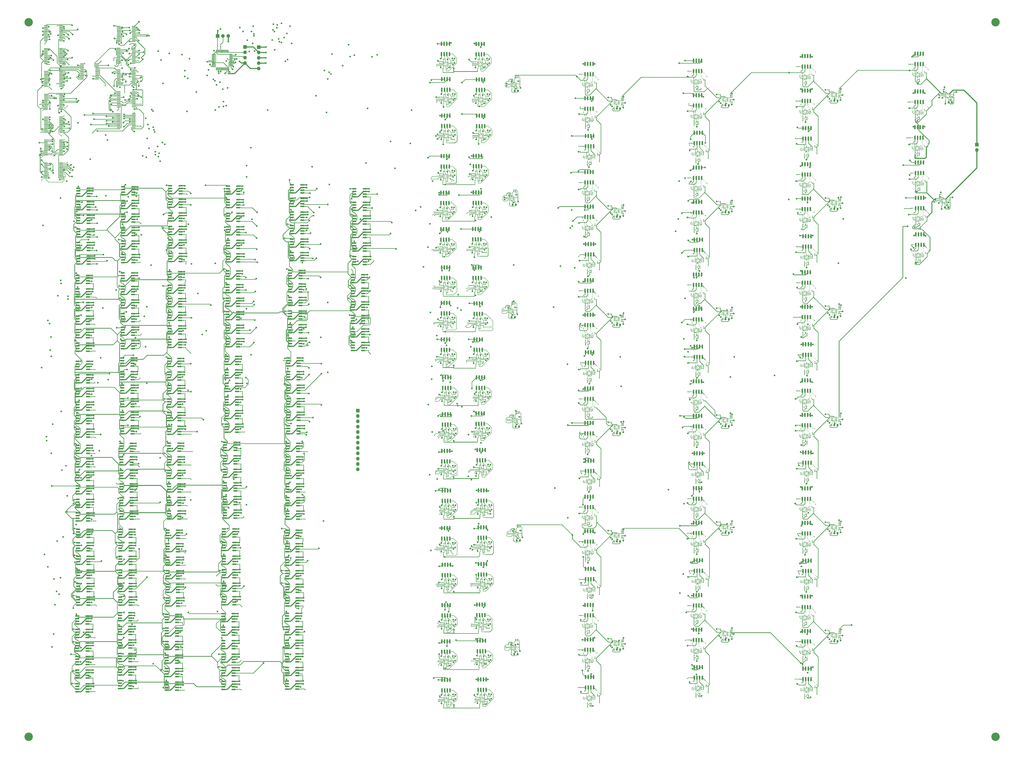
<source format=gbr>
%TF.GenerationSoftware,KiCad,Pcbnew,(6.99.0-3937-g3e53426b6c)*%
%TF.CreationDate,2025-03-11T03:35:29-04:00*%
%TF.ProjectId,AnalogFNN,416e616c-6f67-4464-9e4e-2e6b69636164,rev?*%
%TF.SameCoordinates,Original*%
%TF.FileFunction,Copper,L1,Top*%
%TF.FilePolarity,Positive*%
%FSLAX46Y46*%
G04 Gerber Fmt 4.6, Leading zero omitted, Abs format (unit mm)*
G04 Created by KiCad (PCBNEW (6.99.0-3937-g3e53426b6c)) date 2025-03-11 03:35:29*
%MOMM*%
%LPD*%
G01*
G04 APERTURE LIST*
G04 Aperture macros list*
%AMRoundRect*
0 Rectangle with rounded corners*
0 $1 Rounding radius*
0 $2 $3 $4 $5 $6 $7 $8 $9 X,Y pos of 4 corners*
0 Add a 4 corners polygon primitive as box body*
4,1,4,$2,$3,$4,$5,$6,$7,$8,$9,$2,$3,0*
0 Add four circle primitives for the rounded corners*
1,1,$1+$1,$2,$3*
1,1,$1+$1,$4,$5*
1,1,$1+$1,$6,$7*
1,1,$1+$1,$8,$9*
0 Add four rect primitives between the rounded corners*
20,1,$1+$1,$2,$3,$4,$5,0*
20,1,$1+$1,$4,$5,$6,$7,0*
20,1,$1+$1,$6,$7,$8,$9,0*
20,1,$1+$1,$8,$9,$2,$3,0*%
G04 Aperture macros list end*
%TA.AperFunction,SMDPad,CuDef*%
%ADD10RoundRect,0.150000X0.150000X-0.825000X0.150000X0.825000X-0.150000X0.825000X-0.150000X-0.825000X0*%
%TD*%
%TA.AperFunction,SMDPad,CuDef*%
%ADD11RoundRect,0.100000X-0.130000X-0.100000X0.130000X-0.100000X0.130000X0.100000X-0.130000X0.100000X0*%
%TD*%
%TA.AperFunction,SMDPad,CuDef*%
%ADD12RoundRect,0.100000X0.130000X0.100000X-0.130000X0.100000X-0.130000X-0.100000X0.130000X-0.100000X0*%
%TD*%
%TA.AperFunction,SMDPad,CuDef*%
%ADD13RoundRect,0.100000X0.100000X-0.130000X0.100000X0.130000X-0.100000X0.130000X-0.100000X-0.130000X0*%
%TD*%
%TA.AperFunction,SMDPad,CuDef*%
%ADD14RoundRect,0.050000X-0.350000X-0.050000X0.350000X-0.050000X0.350000X0.050000X-0.350000X0.050000X0*%
%TD*%
%TA.AperFunction,SMDPad,CuDef*%
%ADD15RoundRect,0.050000X-0.050000X-0.350000X0.050000X-0.350000X0.050000X0.350000X-0.050000X0.350000X0*%
%TD*%
%TA.AperFunction,SMDPad,CuDef*%
%ADD16RoundRect,0.150000X-0.825000X-0.150000X0.825000X-0.150000X0.825000X0.150000X-0.825000X0.150000X0*%
%TD*%
%TA.AperFunction,SMDPad,CuDef*%
%ADD17RoundRect,0.100000X-0.100000X0.130000X-0.100000X-0.130000X0.100000X-0.130000X0.100000X0.130000X0*%
%TD*%
%TA.AperFunction,SMDPad,CuDef*%
%ADD18RoundRect,0.225000X0.225000X0.250000X-0.225000X0.250000X-0.225000X-0.250000X0.225000X-0.250000X0*%
%TD*%
%TA.AperFunction,SMDPad,CuDef*%
%ADD19R,1.750000X0.450000*%
%TD*%
%TA.AperFunction,ComponentPad*%
%ADD20O,1.700000X1.700000*%
%TD*%
%TA.AperFunction,ComponentPad*%
%ADD21R,1.700000X1.700000*%
%TD*%
%TA.AperFunction,SMDPad,CuDef*%
%ADD22RoundRect,0.075000X-0.662500X-0.075000X0.662500X-0.075000X0.662500X0.075000X-0.662500X0.075000X0*%
%TD*%
%TA.AperFunction,SMDPad,CuDef*%
%ADD23RoundRect,0.075000X-0.075000X-0.662500X0.075000X-0.662500X0.075000X0.662500X-0.075000X0.662500X0*%
%TD*%
%TA.AperFunction,ViaPad*%
%ADD24C,4.000000*%
%TD*%
%TA.AperFunction,ViaPad*%
%ADD25C,0.800000*%
%TD*%
%TA.AperFunction,ViaPad*%
%ADD26C,0.400000*%
%TD*%
%TA.AperFunction,Conductor*%
%ADD27C,0.500000*%
%TD*%
%TA.AperFunction,Conductor*%
%ADD28C,0.250000*%
%TD*%
%TA.AperFunction,Conductor*%
%ADD29C,0.100000*%
%TD*%
%TA.AperFunction,Conductor*%
%ADD30C,0.200000*%
%TD*%
%TA.AperFunction,Conductor*%
%ADD31C,0.150000*%
%TD*%
%TA.AperFunction,Conductor*%
%ADD32C,0.130000*%
%TD*%
%TA.AperFunction,Conductor*%
%ADD33C,0.200200*%
%TD*%
%TA.AperFunction,Conductor*%
%ADD34C,0.350200*%
%TD*%
%TA.AperFunction,Conductor*%
%ADD35C,0.350000*%
%TD*%
%TA.AperFunction,Conductor*%
%ADD36C,0.190000*%
%TD*%
%TA.AperFunction,Conductor*%
%ADD37C,0.450400*%
%TD*%
%TA.AperFunction,Conductor*%
%ADD38C,0.550600*%
%TD*%
%TA.AperFunction,Conductor*%
%ADD39C,0.650800*%
%TD*%
G04 APERTURE END LIST*
D10*
%TO.P,Q21,1,S1*%
%TO.N,Net-(Q21A-S1)*%
X280851100Y-39725200D03*
%TO.P,Q21,2,G1*%
%TO.N,Net-(Q21A-G1)*%
X282121100Y-39725200D03*
%TO.P,Q21,3,S2*%
%TO.N,Net-(Q21B-S2)*%
X283391100Y-39725200D03*
%TO.P,Q21,4,G2*%
%TO.N,Net-(Q21B-G2)*%
X284661100Y-39725200D03*
%TO.P,Q21,5,D2*%
%TO.N,/W212*%
X284661100Y-34775200D03*
%TO.P,Q21,6,D2*%
X283391100Y-34775200D03*
%TO.P,Q21,7,D1*%
%TO.N,/W211*%
X282121100Y-34775200D03*
%TO.P,Q21,8,D1*%
X280851100Y-34775200D03*
%TD*%
D11*
%TO.P,R521,1*%
%TO.N,Net-(U78D--)*%
X390278300Y-125906200D03*
%TO.P,R521,2*%
%TO.N,/Neuron6_14/Adder2/SUM_IN*%
X390918300Y-125906200D03*
%TD*%
D12*
%TO.P,R130006,1*%
%TO.N,GND*%
X218191100Y-210675000D03*
%TO.P,R130006,2*%
%TO.N,Net-(Q130001B-S2)*%
X217551100Y-210675000D03*
%TD*%
D13*
%TO.P,R35002,1*%
%TO.N,/L1_IN2*%
X217033000Y-142895000D03*
%TO.P,R35002,2*%
%TO.N,Net-(U35001C--)*%
X217033000Y-142255000D03*
%TD*%
D14*
%TO.P,U138001,1,-*%
%TO.N,Net-(U138001A--)*%
X213816100Y-264600000D03*
%TO.P,U138001,2,+*%
%TO.N,GND*%
X213816100Y-265000000D03*
%TO.P,U138001,3,V+*%
%TO.N,+5V*%
X213816100Y-265400000D03*
%TO.P,U138001,4,+*%
%TO.N,Net-(Q138001A-S1)*%
X213816100Y-265800000D03*
%TO.P,U138001,5,-*%
%TO.N,Net-(U138001B--)*%
X213816100Y-266200000D03*
D15*
%TO.P,U138001,6*%
X214566100Y-266350000D03*
%TO.P,U138001,7*%
%TO.N,Net-(Q138001B-G2)*%
X214966100Y-266350000D03*
D14*
%TO.P,U138001,8,-*%
%TO.N,Net-(U138001C--)*%
X215716100Y-266200000D03*
%TO.P,U138001,9,+*%
%TO.N,GND*%
X215716100Y-265800000D03*
%TO.P,U138001,10,V-*%
%TO.N,-5V*%
X215716100Y-265400000D03*
%TO.P,U138001,11,+*%
%TO.N,Net-(Q138001B-S2)*%
X215716100Y-265000000D03*
%TO.P,U138001,12,-*%
%TO.N,Net-(U138001D--)*%
X215716100Y-264600000D03*
D15*
%TO.P,U138001,13*%
X214966100Y-264450000D03*
%TO.P,U138001,14*%
%TO.N,Net-(Q138001A-G1)*%
X214566100Y-264450000D03*
%TD*%
D16*
%TO.P,U301,1,~{CS}*%
%TO.N,/VariableWeights/CS147*%
X60225000Y-215395000D03*
%TO.P,U301,2,SCK*%
%TO.N,/SCK*%
X60225000Y-216665000D03*
%TO.P,U301,3,SI*%
%TO.N,/MOSI*%
X60225000Y-217935000D03*
%TO.P,U301,4,VSS*%
%TO.N,GND*%
X60225000Y-219205000D03*
%TO.P,U301,5,PA0*%
%TO.N,Net-(U301-PA0)*%
X65175000Y-219205000D03*
%TO.P,U301,6,PW0*%
%TO.N,/W147*%
X65175000Y-217935000D03*
%TO.P,U301,7,PB0*%
%TO.N,GND*%
X65175000Y-216665000D03*
%TO.P,U301,8,VDD*%
%TO.N,+5V*%
X65175000Y-215395000D03*
%TD*%
D10*
%TO.P,Q143001,1,S1*%
%TO.N,Net-(Q143001A-S1)*%
X230061100Y-260275000D03*
%TO.P,Q143001,2,G1*%
%TO.N,Net-(Q143001A-G1)*%
X231331100Y-260275000D03*
%TO.P,Q143001,3,S2*%
%TO.N,Net-(Q143001B-S2)*%
X232601100Y-260275000D03*
%TO.P,Q143001,4,G2*%
%TO.N,Net-(Q143001B-G2)*%
X233871100Y-260275000D03*
%TO.P,Q143001,5,D2*%
%TO.N,/W1510*%
X233871100Y-255325000D03*
%TO.P,Q143001,6,D2*%
X232601100Y-255325000D03*
%TO.P,Q143001,7,D1*%
%TO.N,/W159*%
X231331100Y-255325000D03*
%TO.P,Q143001,8,D1*%
X230061100Y-255325000D03*
%TD*%
D11*
%TO.P,R138008,1*%
%TO.N,Net-(U138001D--)*%
X217946100Y-263700000D03*
%TO.P,R138008,2*%
%TO.N,/InNeuron_5/Adder3/SUM_IN*%
X218586100Y-263700000D03*
%TD*%
%TO.P,R417,1*%
%TO.N,/Neuron6_10/IN5*%
X330436100Y-209860200D03*
%TO.P,R417,2*%
%TO.N,Net-(U64A--)*%
X331076100Y-209860200D03*
%TD*%
%TO.P,R132003,1*%
%TO.N,Net-(U132001A--)*%
X213746100Y-226250000D03*
%TO.P,R132003,2*%
%TO.N,Net-(Q132001A-G1)*%
X214386100Y-226250000D03*
%TD*%
%TO.P,R410,1*%
%TO.N,GND*%
X330536100Y-225160200D03*
%TO.P,R410,2*%
%TO.N,Net-(Q46A-S1)*%
X331176100Y-225160200D03*
%TD*%
D14*
%TO.P,U133001,1,-*%
%TO.N,Net-(U133001A--)*%
X214186100Y-192900000D03*
%TO.P,U133001,2,+*%
%TO.N,GND*%
X214186100Y-193300000D03*
%TO.P,U133001,3,V+*%
%TO.N,+5V*%
X214186100Y-193700000D03*
%TO.P,U133001,4,+*%
%TO.N,Net-(Q133001A-S1)*%
X214186100Y-194100000D03*
%TO.P,U133001,5,-*%
%TO.N,Net-(U133001B--)*%
X214186100Y-194500000D03*
D15*
%TO.P,U133001,6*%
X214936100Y-194650000D03*
%TO.P,U133001,7*%
%TO.N,Net-(Q133001B-G2)*%
X215336100Y-194650000D03*
D14*
%TO.P,U133001,8,-*%
%TO.N,Net-(U133001C--)*%
X216086100Y-194500000D03*
%TO.P,U133001,9,+*%
%TO.N,GND*%
X216086100Y-194100000D03*
%TO.P,U133001,10,V-*%
%TO.N,-5V*%
X216086100Y-193700000D03*
%TO.P,U133001,11,+*%
%TO.N,Net-(Q133001B-S2)*%
X216086100Y-193300000D03*
%TO.P,U133001,12,-*%
%TO.N,Net-(U133001D--)*%
X216086100Y-192900000D03*
D15*
%TO.P,U133001,13*%
X215336100Y-192750000D03*
%TO.P,U133001,14*%
%TO.N,Net-(Q133001A-G1)*%
X214936100Y-192750000D03*
%TD*%
D13*
%TO.P,R576,1*%
%TO.N,/Neuron6_16/Adder2/SUM_IN*%
X397236100Y-203114200D03*
%TO.P,R576,2*%
%TO.N,Net-(C64-Pad1)*%
X397236100Y-202474200D03*
%TD*%
D12*
%TO.P,D43,1,K*%
%TO.N,GND*%
X402456100Y-202994200D03*
%TO.P,D43,2,A*%
%TO.N,/Neuron6_16/OUT*%
X401816100Y-202994200D03*
%TD*%
D10*
%TO.P,Q20001,1,S1*%
%TO.N,Net-(Q20001A-S1)*%
X438251100Y-120875200D03*
%TO.P,Q20001,2,G1*%
%TO.N,Net-(Q20001A-G1)*%
X439521100Y-120875200D03*
%TO.P,Q20001,3,S2*%
%TO.N,Net-(Q20001B-S2)*%
X440791100Y-120875200D03*
%TO.P,Q20001,4,G2*%
%TO.N,Net-(Q20001B-G2)*%
X442061100Y-120875200D03*
%TO.P,Q20001,5,D2*%
%TO.N,/W522*%
X442061100Y-115925200D03*
%TO.P,Q20001,6,D2*%
X440791100Y-115925200D03*
%TO.P,Q20001,7,D1*%
%TO.N,/W521*%
X439521100Y-115925200D03*
%TO.P,Q20001,8,D1*%
X438251100Y-115925200D03*
%TD*%
D11*
%TO.P,R345,1*%
%TO.N,/Neuron6_10/IN2*%
X333936100Y-46550200D03*
%TO.P,R345,2*%
%TO.N,Net-(U53C--)*%
X334576100Y-46550200D03*
%TD*%
D13*
%TO.P,R997,1*%
%TO.N,Net-(U1-BOOT0)*%
X107400000Y-26320000D03*
%TO.P,R997,2*%
%TO.N,Net-(SW1-B)*%
X107400000Y-25680000D03*
%TD*%
D14*
%TO.P,U181001,1,-*%
%TO.N,Net-(U181001A--)*%
X230751100Y-318180300D03*
%TO.P,U181001,2,+*%
%TO.N,GND*%
X230751100Y-318580300D03*
%TO.P,U181001,3,V+*%
%TO.N,+5V*%
X230751100Y-318980300D03*
%TO.P,U181001,4,+*%
%TO.N,Net-(Q181001A-S1)*%
X230751100Y-319380300D03*
%TO.P,U181001,5,-*%
%TO.N,Net-(U181001B--)*%
X230751100Y-319780300D03*
D15*
%TO.P,U181001,6*%
X231501100Y-319930300D03*
%TO.P,U181001,7*%
%TO.N,Net-(Q181001B-G2)*%
X231901100Y-319930300D03*
D14*
%TO.P,U181001,8,-*%
%TO.N,Net-(U181001C--)*%
X232651100Y-319780300D03*
%TO.P,U181001,9,+*%
%TO.N,GND*%
X232651100Y-319380300D03*
%TO.P,U181001,10,V-*%
%TO.N,-5V*%
X232651100Y-318980300D03*
%TO.P,U181001,11,+*%
%TO.N,Net-(Q181001B-S2)*%
X232651100Y-318580300D03*
%TO.P,U181001,12,-*%
%TO.N,Net-(U181001D--)*%
X232651100Y-318180300D03*
D15*
%TO.P,U181001,13*%
X231901100Y-318030300D03*
%TO.P,U181001,14*%
%TO.N,Net-(Q181001A-G1)*%
X231501100Y-318030300D03*
%TD*%
D11*
%TO.P,R311,1*%
%TO.N,Net-(U47A--)*%
X280836100Y-316250200D03*
%TO.P,R311,2*%
%TO.N,Net-(Q35A-G1)*%
X281476100Y-316250200D03*
%TD*%
D13*
%TO.P,R468,1*%
%TO.N,/Neuron6_12/Adder2/SUM_IN*%
X345494000Y-305320200D03*
%TO.P,R468,2*%
%TO.N,Net-(C52-Pad1)*%
X345494000Y-304680200D03*
%TD*%
%TO.P,R565,1*%
%TO.N,GND*%
X387998300Y-144470200D03*
%TO.P,R565,2*%
%TO.N,Net-(Q63B-S2)*%
X387998300Y-143830200D03*
%TD*%
D14*
%TO.P,U59,1,-*%
%TO.N,/Neuron6_9/Adder2/SUM_IN*%
X346694000Y-152590200D03*
%TO.P,U59,2,+*%
%TO.N,GND*%
X346694000Y-152990200D03*
%TO.P,U59,3,V+*%
%TO.N,+5V*%
X346694000Y-153390200D03*
%TO.P,U59,4,+*%
%TO.N,Net-(U59B-+)*%
X346694000Y-153790200D03*
%TO.P,U59,5,-*%
%TO.N,Net-(U59B--)*%
X346694000Y-154190200D03*
D15*
%TO.P,U59,6*%
X347444000Y-154340200D03*
%TO.P,U59,7*%
%TO.N,Net-(C44-Pad2)*%
X347844000Y-154340200D03*
D14*
%TO.P,U59,8,-*%
%TO.N,Net-(U59C--)*%
X348594000Y-154190200D03*
%TO.P,U59,9,+*%
%TO.N,GND*%
X348594000Y-153790200D03*
%TO.P,U59,10,V-*%
X348594000Y-153390200D03*
%TO.P,U59,11,+*%
%TO.N,Net-(U59D-+)*%
X348594000Y-152990200D03*
%TO.P,U59,12,-*%
%TO.N,/Neuron6_13/IN3*%
X348594000Y-152590200D03*
D15*
%TO.P,U59,13*%
X347844000Y-152440200D03*
%TO.P,U59,14*%
%TO.N,Net-(C43-Pad1)*%
X347444000Y-152440200D03*
%TD*%
D10*
%TO.P,Q22,1,S1*%
%TO.N,Net-(Q22A-S1)*%
X281151100Y-125525200D03*
%TO.P,Q22,2,G1*%
%TO.N,Net-(Q22A-G1)*%
X282421100Y-125525200D03*
%TO.P,Q22,3,S2*%
%TO.N,Net-(Q22B-S2)*%
X283691100Y-125525200D03*
%TO.P,Q22,4,G2*%
%TO.N,Net-(Q22B-G2)*%
X284961100Y-125525200D03*
%TO.P,Q22,5,D2*%
%TO.N,/W224*%
X284961100Y-120575200D03*
%TO.P,Q22,6,D2*%
X283691100Y-120575200D03*
%TO.P,Q22,7,D1*%
%TO.N,/W223*%
X282421100Y-120575200D03*
%TO.P,Q22,8,D1*%
X281151100Y-120575200D03*
%TD*%
D13*
%TO.P,R546,1*%
%TO.N,GND*%
X388998300Y-178770200D03*
%TO.P,R546,2*%
%TO.N,Net-(Q61B-S2)*%
X388998300Y-178130200D03*
%TD*%
D16*
%TO.P,U255,1,~{CS}*%
%TO.N,/VariableWeights/CS451*%
X139125000Y-256695000D03*
%TO.P,U255,2,SCK*%
%TO.N,/SCK*%
X139125000Y-257965000D03*
%TO.P,U255,3,SI*%
%TO.N,/MOSI*%
X139125000Y-259235000D03*
%TO.P,U255,4,VSS*%
%TO.N,GND*%
X139125000Y-260505000D03*
%TO.P,U255,5,PA0*%
%TO.N,Net-(U255-PA0)*%
X144075000Y-260505000D03*
%TO.P,U255,6,PW0*%
%TO.N,/W451*%
X144075000Y-259235000D03*
%TO.P,U255,7,PB0*%
%TO.N,GND*%
X144075000Y-257965000D03*
%TO.P,U255,8,VDD*%
%TO.N,+5V*%
X144075000Y-256695000D03*
%TD*%
D11*
%TO.P,R19008,1*%
%TO.N,Net-(U19001D--)*%
X442886100Y-90900200D03*
%TO.P,R19008,2*%
%TO.N,/OutNeuron_2/AdderOut1/SUM_IN*%
X443526100Y-90900200D03*
%TD*%
D12*
%TO.P,C46,1*%
%TO.N,Net-(C46-Pad1)*%
X345214000Y-201960200D03*
%TO.P,C46,2*%
%TO.N,Net-(U63B-+)*%
X344574000Y-201960200D03*
%TD*%
D10*
%TO.P,Q65,1,S1*%
%TO.N,Net-(Q65A-S1)*%
X384293300Y-206769200D03*
%TO.P,Q65,2,G1*%
%TO.N,Net-(Q65A-G1)*%
X385563300Y-206769200D03*
%TO.P,Q65,3,S2*%
%TO.N,Net-(Q65B-S2)*%
X386833300Y-206769200D03*
%TO.P,Q65,4,G2*%
%TO.N,Net-(Q65B-G2)*%
X388103300Y-206769200D03*
%TO.P,Q65,5,D2*%
%TO.N,/W446*%
X388103300Y-201819200D03*
%TO.P,Q65,6,D2*%
X386833300Y-201819200D03*
%TO.P,Q65,7,D1*%
%TO.N,/W445*%
X385563300Y-201819200D03*
%TO.P,Q65,8,D1*%
X384293300Y-201819200D03*
%TD*%
D11*
%TO.P,R633,1*%
%TO.N,/Neuron6_11/OUT*%
X382178300Y-312282200D03*
%TO.P,R633,2*%
%TO.N,Net-(U96A--)*%
X382818300Y-312282200D03*
%TD*%
D12*
%TO.P,R35004,1*%
%TO.N,Net-(U35001C--)*%
X215553000Y-143675000D03*
%TO.P,R35004,2*%
%TO.N,Net-(Q35001B-G2)*%
X214913000Y-143675000D03*
%TD*%
D11*
%TO.P,R163,1*%
%TO.N,/InNeuron_3/OUT*%
X278936100Y-76850200D03*
%TO.P,R163,2*%
%TO.N,Net-(U26A--)*%
X279576100Y-76850200D03*
%TD*%
D16*
%TO.P,U165,1,~{CS}*%
%TO.N,/VariableWeights/CS221*%
X83225000Y-133695000D03*
%TO.P,U165,2,SCK*%
%TO.N,/SCK*%
X83225000Y-134965000D03*
%TO.P,U165,3,SI*%
%TO.N,/MOSI*%
X83225000Y-136235000D03*
%TO.P,U165,4,VSS*%
%TO.N,GND*%
X83225000Y-137505000D03*
%TO.P,U165,5,PA0*%
%TO.N,Net-(U165-PA0)*%
X88175000Y-137505000D03*
%TO.P,U165,6,PW0*%
%TO.N,/W221*%
X88175000Y-136235000D03*
%TO.P,U165,7,PB0*%
%TO.N,GND*%
X88175000Y-134965000D03*
%TO.P,U165,8,VDD*%
%TO.N,+5V*%
X88175000Y-133695000D03*
%TD*%
%TO.P,U211,1,~{CS}*%
%TO.N,/VariableWeights/CS335*%
X110350000Y-199790000D03*
%TO.P,U211,2,SCK*%
%TO.N,/SCK*%
X110350000Y-201060000D03*
%TO.P,U211,3,SI*%
%TO.N,/MOSI*%
X110350000Y-202330000D03*
%TO.P,U211,4,VSS*%
%TO.N,GND*%
X110350000Y-203600000D03*
%TO.P,U211,5,PA0*%
%TO.N,Net-(U211-PA0)*%
X115300000Y-203600000D03*
%TO.P,U211,6,PW0*%
%TO.N,/W335*%
X115300000Y-202330000D03*
%TO.P,U211,7,PB0*%
%TO.N,GND*%
X115300000Y-201060000D03*
%TO.P,U211,8,VDD*%
%TO.N,+5V*%
X115300000Y-199790000D03*
%TD*%
D12*
%TO.P,R136004,1*%
%TO.N,Net-(U136001C--)*%
X232191100Y-195975000D03*
%TO.P,R136004,2*%
%TO.N,Net-(Q136001B-G2)*%
X231551100Y-195975000D03*
%TD*%
%TO.P,R563,1*%
%TO.N,Net-(U85C--)*%
X386318300Y-146250200D03*
%TO.P,R563,2*%
%TO.N,Net-(Q63B-G2)*%
X385678300Y-146250200D03*
%TD*%
D11*
%TO.P,R602,1*%
%TO.N,Net-(U90D--)*%
X390278300Y-280238200D03*
%TO.P,R602,2*%
%TO.N,/Neuron6_17/Adder2/SUM_IN*%
X390918300Y-280238200D03*
%TD*%
D12*
%TO.P,R971,1*%
%TO.N,+5V*%
X68570000Y-122950000D03*
%TO.P,R971,2*%
%TO.N,Net-(U287-PA0)*%
X67930000Y-122950000D03*
%TD*%
D16*
%TO.P,U289,1,~{CS}*%
%TO.N,/VariableWeights/CS127*%
X60875000Y-134295000D03*
%TO.P,U289,2,SCK*%
%TO.N,/SCK*%
X60875000Y-135565000D03*
%TO.P,U289,3,SI*%
%TO.N,/MOSI*%
X60875000Y-136835000D03*
%TO.P,U289,4,VSS*%
%TO.N,GND*%
X60875000Y-138105000D03*
%TO.P,U289,5,PA0*%
%TO.N,Net-(U289-PA0)*%
X65825000Y-138105000D03*
%TO.P,U289,6,PW0*%
%TO.N,/W127*%
X65825000Y-136835000D03*
%TO.P,U289,7,PB0*%
%TO.N,GND*%
X65825000Y-135565000D03*
%TO.P,U289,8,VDD*%
%TO.N,+5V*%
X65825000Y-134295000D03*
%TD*%
D11*
%TO.P,R641,1*%
%TO.N,/Neuron6_13/IN1*%
X382278300Y-296182200D03*
%TO.P,R641,2*%
%TO.N,Net-(U97A--)*%
X382918300Y-296182200D03*
%TD*%
D13*
%TO.P,R360,1*%
%TO.N,/Neuron6_8/Adder2/SUM_IN*%
X345494000Y-101840200D03*
%TO.P,R360,2*%
%TO.N,Net-(C40-Pad1)*%
X345494000Y-101200200D03*
%TD*%
%TO.P,R600,1*%
%TO.N,GND*%
X388998300Y-281658200D03*
%TO.P,R600,2*%
%TO.N,Net-(Q67B-S2)*%
X388998300Y-281018200D03*
%TD*%
D12*
%TO.P,C34,1*%
%TO.N,Net-(C34-Pad1)*%
X293514000Y-308350200D03*
%TO.P,C34,2*%
%TO.N,Net-(U48B-+)*%
X292874000Y-308350200D03*
%TD*%
D16*
%TO.P,U288,1,~{CS}*%
%TO.N,/VariableWeights/CS1112*%
X61075000Y-125595000D03*
%TO.P,U288,2,SCK*%
%TO.N,/SCK*%
X61075000Y-126865000D03*
%TO.P,U288,3,SI*%
%TO.N,/MOSI*%
X61075000Y-128135000D03*
%TO.P,U288,4,VSS*%
%TO.N,GND*%
X61075000Y-129405000D03*
%TO.P,U288,5,PA0*%
%TO.N,Net-(U288-PA0)*%
X66025000Y-129405000D03*
%TO.P,U288,6,PW0*%
%TO.N,/W1112*%
X66025000Y-128135000D03*
%TO.P,U288,7,PB0*%
%TO.N,GND*%
X66025000Y-126865000D03*
%TO.P,U288,8,VDD*%
%TO.N,+5V*%
X66025000Y-125595000D03*
%TD*%
%TO.P,U259,1,~{CS}*%
%TO.N,/VariableWeights/CS455*%
X139125000Y-282495000D03*
%TO.P,U259,2,SCK*%
%TO.N,/SCK*%
X139125000Y-283765000D03*
%TO.P,U259,3,SI*%
%TO.N,/MOSI*%
X139125000Y-285035000D03*
%TO.P,U259,4,VSS*%
%TO.N,GND*%
X139125000Y-286305000D03*
%TO.P,U259,5,PA0*%
%TO.N,Net-(U259-PA0)*%
X144075000Y-286305000D03*
%TO.P,U259,6,PW0*%
%TO.N,/W455*%
X144075000Y-285035000D03*
%TO.P,U259,7,PB0*%
%TO.N,GND*%
X144075000Y-283765000D03*
%TO.P,U259,8,VDD*%
%TO.N,+5V*%
X144075000Y-282495000D03*
%TD*%
D13*
%TO.P,R206,1*%
%TO.N,GND*%
X284656100Y-113270200D03*
%TO.P,R206,2*%
%TO.N,Net-(Q23B-S2)*%
X284656100Y-112630200D03*
%TD*%
D12*
%TO.P,R834,1*%
%TO.N,+5V*%
X46920000Y-252300000D03*
%TO.P,R834,2*%
%TO.N,Net-(U146-PA0)*%
X46280000Y-252300000D03*
%TD*%
%TO.P,R571,1*%
%TO.N,Net-(U86C--)*%
X387218300Y-232294200D03*
%TO.P,R571,2*%
%TO.N,Net-(Q64B-G2)*%
X386578300Y-232294200D03*
%TD*%
D13*
%TO.P,R214,1*%
%TO.N,GND*%
X284556100Y-96770200D03*
%TO.P,R214,2*%
%TO.N,Net-(Q24B-S2)*%
X284556100Y-96130200D03*
%TD*%
D11*
%TO.P,R179005,1*%
%TO.N,GND*%
X212011100Y-302605300D03*
%TO.P,R179005,2*%
%TO.N,Net-(Q179001A-S1)*%
X212651100Y-302605300D03*
%TD*%
D12*
%TO.P,R133006,1*%
%TO.N,GND*%
X218256100Y-193200000D03*
%TO.P,R133006,2*%
%TO.N,Net-(Q133001B-S2)*%
X217616100Y-193200000D03*
%TD*%
D14*
%TO.P,U86,1,-*%
%TO.N,Net-(U86A--)*%
X385348300Y-228944200D03*
%TO.P,U86,2,+*%
%TO.N,GND*%
X385348300Y-229344200D03*
%TO.P,U86,3,V+*%
%TO.N,+5V*%
X385348300Y-229744200D03*
%TO.P,U86,4,+*%
%TO.N,Net-(Q64A-S1)*%
X385348300Y-230144200D03*
%TO.P,U86,5,-*%
%TO.N,Net-(U86B--)*%
X385348300Y-230544200D03*
D15*
%TO.P,U86,6*%
X386098300Y-230694200D03*
%TO.P,U86,7*%
%TO.N,Net-(Q64B-G2)*%
X386498300Y-230694200D03*
D14*
%TO.P,U86,8,-*%
%TO.N,Net-(U86C--)*%
X387248300Y-230544200D03*
%TO.P,U86,9,+*%
%TO.N,GND*%
X387248300Y-230144200D03*
%TO.P,U86,10,V-*%
%TO.N,-5V*%
X387248300Y-229744200D03*
%TO.P,U86,11,+*%
%TO.N,Net-(Q64B-S2)*%
X387248300Y-229344200D03*
%TO.P,U86,12,-*%
%TO.N,Net-(U86D--)*%
X387248300Y-228944200D03*
D15*
%TO.P,U86,13*%
X386498300Y-228794200D03*
%TO.P,U86,14*%
%TO.N,Net-(Q64A-G1)*%
X386098300Y-228794200D03*
%TD*%
D11*
%TO.P,R142003,1*%
%TO.N,Net-(U142001A--)*%
X231146100Y-280100000D03*
%TO.P,R142003,2*%
%TO.N,Net-(Q142001A-G1)*%
X231786100Y-280100000D03*
%TD*%
%TO.P,R537,1*%
%TO.N,GND*%
X382278300Y-87506200D03*
%TO.P,R537,2*%
%TO.N,Net-(Q60A-S1)*%
X382918300Y-87506200D03*
%TD*%
%TO.P,R292,1*%
%TO.N,Net-(U45A--)*%
X280736100Y-248650200D03*
%TO.P,R292,2*%
%TO.N,Net-(Q33A-G1)*%
X281376100Y-248650200D03*
%TD*%
D16*
%TO.P,U300,1,~{CS}*%
%TO.N,/VariableWeights/CS1312*%
X60625000Y-207045000D03*
%TO.P,U300,2,SCK*%
%TO.N,/SCK*%
X60625000Y-208315000D03*
%TO.P,U300,3,SI*%
%TO.N,/MOSI*%
X60625000Y-209585000D03*
%TO.P,U300,4,VSS*%
%TO.N,GND*%
X60625000Y-210855000D03*
%TO.P,U300,5,PA0*%
%TO.N,Net-(U300-PA0)*%
X65575000Y-210855000D03*
%TO.P,U300,6,PW0*%
%TO.N,/W1312*%
X65575000Y-209585000D03*
%TO.P,U300,7,PB0*%
%TO.N,GND*%
X65575000Y-208315000D03*
%TO.P,U300,8,VDD*%
%TO.N,+5V*%
X65575000Y-207045000D03*
%TD*%
D13*
%TO.P,R519,1*%
%TO.N,GND*%
X388998300Y-127326200D03*
%TO.P,R519,2*%
%TO.N,Net-(Q58B-S2)*%
X388998300Y-126686200D03*
%TD*%
D12*
%TO.P,R582,1*%
%TO.N,Net-(U88C--)*%
X386418300Y-214594200D03*
%TO.P,R582,2*%
%TO.N,Net-(Q65B-G2)*%
X385778300Y-214594200D03*
%TD*%
%TO.P,R1163,1*%
%TO.N,+5V*%
X67220000Y-260200000D03*
%TO.P,R1163,2*%
%TO.N,Net-(U390-PA0)*%
X66580000Y-260200000D03*
%TD*%
D11*
%TO.P,R513,1*%
%TO.N,Net-(U77D--)*%
X389078300Y-40262200D03*
%TO.P,R513,2*%
%TO.N,/Neuron6_13/Adder2/SUM_IN*%
X389718300Y-40262200D03*
%TD*%
%TO.P,R6008,1*%
%TO.N,Net-(U6001D--)*%
X232670000Y-121350000D03*
%TO.P,R6008,2*%
%TO.N,/InNeuron_2/Adder3/SUM_IN*%
X233310000Y-121350000D03*
%TD*%
D12*
%TO.P,R182006,1*%
%TO.N,GND*%
X234551100Y-301305300D03*
%TO.P,R182006,2*%
%TO.N,Net-(Q182001B-S2)*%
X233911100Y-301305300D03*
%TD*%
D14*
%TO.P,U20001,1,-*%
%TO.N,Net-(U20001A--)*%
X438406100Y-125200200D03*
%TO.P,U20001,2,+*%
%TO.N,GND*%
X438406100Y-125600200D03*
%TO.P,U20001,3,V+*%
%TO.N,+5V*%
X438406100Y-126000200D03*
%TO.P,U20001,4,+*%
%TO.N,Net-(Q20001A-S1)*%
X438406100Y-126400200D03*
%TO.P,U20001,5,-*%
%TO.N,Net-(U20001B--)*%
X438406100Y-126800200D03*
D15*
%TO.P,U20001,6*%
X439156100Y-126950200D03*
%TO.P,U20001,7*%
%TO.N,Net-(Q20001B-G2)*%
X439556100Y-126950200D03*
D14*
%TO.P,U20001,8,-*%
%TO.N,Net-(U20001C--)*%
X440306100Y-126800200D03*
%TO.P,U20001,9,+*%
%TO.N,GND*%
X440306100Y-126400200D03*
%TO.P,U20001,10,V-*%
%TO.N,-5V*%
X440306100Y-126000200D03*
%TO.P,U20001,11,+*%
%TO.N,Net-(Q20001B-S2)*%
X440306100Y-125600200D03*
%TO.P,U20001,12,-*%
%TO.N,Net-(U20001D--)*%
X440306100Y-125200200D03*
D15*
%TO.P,U20001,13*%
X439556100Y-125050200D03*
%TO.P,U20001,14*%
%TO.N,Net-(Q20001A-G1)*%
X439156100Y-125050200D03*
%TD*%
D17*
%TO.P,R450,1*%
%TO.N,Net-(U68B--)*%
X332756100Y-265710200D03*
%TO.P,R450,2*%
%TO.N,/Neuron6_11/Adder2/SUM_IN*%
X332756100Y-266350200D03*
%TD*%
D12*
%TO.P,R177,1*%
%TO.N,Net-(U28C--)*%
X282976100Y-63950200D03*
%TO.P,R177,2*%
%TO.N,Net-(Q20B-G2)*%
X282336100Y-63950200D03*
%TD*%
D18*
%TO.P,C131002,1*%
%TO.N,Net-(U131001C--)*%
X249443600Y-207475000D03*
%TO.P,C131002,2*%
%TO.N,Net-(C131002-Pad2)*%
X247893600Y-207475000D03*
%TD*%
D12*
%TO.P,R884,1*%
%TO.N,+5V*%
X118420000Y-103300000D03*
%TO.P,R884,2*%
%TO.N,Net-(U196-PA0)*%
X117780000Y-103300000D03*
%TD*%
D16*
%TO.P,U163,1,~{CS}*%
%TO.N,/VariableWeights/CS215*%
X83450000Y-118630000D03*
%TO.P,U163,2,SCK*%
%TO.N,/SCK*%
X83450000Y-119900000D03*
%TO.P,U163,3,SI*%
%TO.N,/MOSI*%
X83450000Y-121170000D03*
%TO.P,U163,4,VSS*%
%TO.N,GND*%
X83450000Y-122440000D03*
%TO.P,U163,5,PA0*%
%TO.N,Net-(U163-PA0)*%
X88400000Y-122440000D03*
%TO.P,U163,6,PW0*%
%TO.N,/W215*%
X88400000Y-121170000D03*
%TO.P,U163,7,PB0*%
%TO.N,GND*%
X88400000Y-119900000D03*
%TO.P,U163,8,VDD*%
%TO.N,+5V*%
X88400000Y-118630000D03*
%TD*%
D11*
%TO.P,R643,1*%
%TO.N,Net-(U97A--)*%
X384178300Y-296182200D03*
%TO.P,R643,2*%
%TO.N,Net-(Q72A-G1)*%
X384818300Y-296182200D03*
%TD*%
D17*
%TO.P,R181007,1*%
%TO.N,Net-(U181001B--)*%
X230401100Y-321160300D03*
%TO.P,R181007,2*%
%TO.N,/InNeuron_6/Adder3/SUM_IN*%
X230401100Y-321800300D03*
%TD*%
D11*
%TO.P,R30008,1*%
%TO.N,Net-(U30001D--)*%
X232970000Y-86550000D03*
%TO.P,R30008,2*%
%TO.N,/InNeuron_2/Adder3/SUM_IN*%
X233610000Y-86550000D03*
%TD*%
%TO.P,R142005,1*%
%TO.N,GND*%
X229246100Y-283100000D03*
%TO.P,R142005,2*%
%TO.N,Net-(Q142001A-S1)*%
X229886100Y-283100000D03*
%TD*%
D12*
%TO.P,R824,1*%
%TO.N,+5V*%
X46920000Y-186700000D03*
%TO.P,R824,2*%
%TO.N,Net-(U136-PA0)*%
X46280000Y-186700000D03*
%TD*%
D11*
%TO.P,R20008,1*%
%TO.N,Net-(U20001D--)*%
X443036100Y-125100200D03*
%TO.P,R20008,2*%
%TO.N,/OutNeuron_2/AdderOut1/SUM_IN*%
X443676100Y-125100200D03*
%TD*%
%TO.P,R298,1*%
%TO.N,/InNeuron_3/OUT*%
X278936100Y-334350200D03*
%TO.P,R298,2*%
%TO.N,Net-(U46A--)*%
X279576100Y-334350200D03*
%TD*%
D16*
%TO.P,U191,1,~{CS}*%
%TO.N,/VariableWeights/CS243*%
X82925000Y-228245000D03*
%TO.P,U191,2,SCK*%
%TO.N,/SCK*%
X82925000Y-229515000D03*
%TO.P,U191,3,SI*%
%TO.N,/MOSI*%
X82925000Y-230785000D03*
%TO.P,U191,4,VSS*%
%TO.N,GND*%
X82925000Y-232055000D03*
%TO.P,U191,5,PA0*%
%TO.N,Net-(U191-PA0)*%
X87875000Y-232055000D03*
%TO.P,U191,6,PW0*%
%TO.N,/W243*%
X87875000Y-230785000D03*
%TO.P,U191,7,PB0*%
%TO.N,GND*%
X87875000Y-229515000D03*
%TO.P,U191,8,VDD*%
%TO.N,+5V*%
X87875000Y-228245000D03*
%TD*%
D11*
%TO.P,R324,1*%
%TO.N,Net-(U49D--)*%
X285636100Y-301450200D03*
%TO.P,R324,2*%
%TO.N,/Neuron6_6/Adder2/SUM_IN*%
X286276100Y-301450200D03*
%TD*%
%TO.P,R516,1*%
%TO.N,Net-(U78A--)*%
X385078300Y-124606200D03*
%TO.P,R516,2*%
%TO.N,Net-(Q58A-G1)*%
X385718300Y-124606200D03*
%TD*%
D16*
%TO.P,U134,1,~{CS}*%
%TO.N,/VariableWeights/CS126*%
X39375000Y-167745000D03*
%TO.P,U134,2,SCK*%
%TO.N,/SCK*%
X39375000Y-169015000D03*
%TO.P,U134,3,SI*%
%TO.N,/MOSI*%
X39375000Y-170285000D03*
%TO.P,U134,4,VSS*%
%TO.N,GND*%
X39375000Y-171555000D03*
%TO.P,U134,5,PA0*%
%TO.N,Net-(U134-PA0)*%
X44325000Y-171555000D03*
%TO.P,U134,6,PW0*%
%TO.N,/W126*%
X44325000Y-170285000D03*
%TO.P,U134,7,PB0*%
%TO.N,GND*%
X44325000Y-169015000D03*
%TO.P,U134,8,VDD*%
%TO.N,+5V*%
X44325000Y-167745000D03*
%TD*%
%TO.P,U226,1,~{CS}*%
%TO.N,/VariableWeights/CS362*%
X108725000Y-302845000D03*
%TO.P,U226,2,SCK*%
%TO.N,/SCK*%
X108725000Y-304115000D03*
%TO.P,U226,3,SI*%
%TO.N,/MOSI*%
X108725000Y-305385000D03*
%TO.P,U226,4,VSS*%
%TO.N,GND*%
X108725000Y-306655000D03*
%TO.P,U226,5,PA0*%
%TO.N,Net-(U226-PA0)*%
X113675000Y-306655000D03*
%TO.P,U226,6,PW0*%
%TO.N,/W362*%
X113675000Y-305385000D03*
%TO.P,U226,7,PB0*%
%TO.N,GND*%
X113675000Y-304115000D03*
%TO.P,U226,8,VDD*%
%TO.N,+5V*%
X113675000Y-302845000D03*
%TD*%
D19*
%TO.P,U308,1,COM*%
%TO.N,/VariableWeights/WeightCtrlChipSel/MUX4*%
X24299999Y-49269399D03*
%TO.P,U308,2,I7*%
%TO.N,/VariableWeights/CS255*%
X24299999Y-49919399D03*
%TO.P,U308,3,I6*%
%TO.N,/VariableWeights/CS256*%
X24299999Y-50569399D03*
%TO.P,U308,4,I5*%
%TO.N,/VariableWeights/CS261*%
X24299999Y-51219399D03*
%TO.P,U308,5,I4*%
%TO.N,/VariableWeights/CS262*%
X24299999Y-51869399D03*
%TO.P,U308,6,I3*%
%TO.N,/VariableWeights/CS263*%
X24299999Y-52519399D03*
%TO.P,U308,7,I2*%
%TO.N,/VariableWeights/CS264*%
X24299999Y-53169399D03*
%TO.P,U308,8,I1*%
%TO.N,/VariableWeights/CS265*%
X24299999Y-53819399D03*
%TO.P,U308,9,I0*%
%TO.N,/VariableWeights/CS266*%
X24299999Y-54469399D03*
%TO.P,U308,10,S0*%
%TO.N,/S0*%
X24299999Y-55119399D03*
%TO.P,U308,11,S1*%
%TO.N,/S1*%
X24299999Y-55769399D03*
%TO.P,U308,12,GND*%
%TO.N,GND*%
X24299999Y-56419399D03*
%TO.P,U308,13,S3*%
%TO.N,/S3*%
X31499999Y-56419399D03*
%TO.P,U308,14,S2*%
%TO.N,/S2*%
X31499999Y-55769399D03*
%TO.P,U308,15,~{E}*%
%TO.N,GND*%
X31499999Y-55119399D03*
%TO.P,U308,16,I15*%
%TO.N,/VariableWeights/CS322*%
X31499999Y-54469399D03*
%TO.P,U308,17,I14*%
%TO.N,/VariableWeights/CS321*%
X31499999Y-53819399D03*
%TO.P,U308,18,I13*%
%TO.N,/VariableWeights/CS316*%
X31499999Y-53169399D03*
%TO.P,U308,19,I12*%
%TO.N,/VariableWeights/CS315*%
X31499999Y-52519399D03*
%TO.P,U308,20,I11*%
%TO.N,/VariableWeights/CS314*%
X31499999Y-51869399D03*
%TO.P,U308,21,I10*%
%TO.N,/VariableWeights/CS313*%
X31499999Y-51219399D03*
%TO.P,U308,22,I9*%
%TO.N,/VariableWeights/CS312*%
X31499999Y-50569399D03*
%TO.P,U308,23,I8*%
%TO.N,/VariableWeights/CS311*%
X31499999Y-49919399D03*
%TO.P,U308,24,VCC*%
%TO.N,+5V*%
X31499999Y-49269399D03*
%TD*%
D16*
%TO.P,U169,1,~{CS}*%
%TO.N,/VariableWeights/CS225*%
X83225000Y-159495000D03*
%TO.P,U169,2,SCK*%
%TO.N,/SCK*%
X83225000Y-160765000D03*
%TO.P,U169,3,SI*%
%TO.N,/MOSI*%
X83225000Y-162035000D03*
%TO.P,U169,4,VSS*%
%TO.N,GND*%
X83225000Y-163305000D03*
%TO.P,U169,5,PA0*%
%TO.N,Net-(U169-PA0)*%
X88175000Y-163305000D03*
%TO.P,U169,6,PW0*%
%TO.N,/W225*%
X88175000Y-162035000D03*
%TO.P,U169,7,PB0*%
%TO.N,GND*%
X88175000Y-160765000D03*
%TO.P,U169,8,VDD*%
%TO.N,+5V*%
X88175000Y-159495000D03*
%TD*%
D12*
%TO.P,R964,1*%
%TO.N,+5V*%
X177845000Y-158365000D03*
%TO.P,R964,2*%
%TO.N,Net-(U276-PA0)*%
X177205000Y-158365000D03*
%TD*%
D18*
%TO.P,C56,1*%
%TO.N,Net-(U75C--)*%
X401011100Y-52362200D03*
%TO.P,C56,2*%
%TO.N,Net-(C56-Pad2)*%
X399461100Y-52362200D03*
%TD*%
D11*
%TO.P,R632,1*%
%TO.N,Net-(U95D-+)*%
X401816100Y-307882200D03*
%TO.P,R632,2*%
%TO.N,GND*%
X402456100Y-307882200D03*
%TD*%
%TO.P,R18005,1*%
%TO.N,GND*%
X436136100Y-103500200D03*
%TO.P,R18005,2*%
%TO.N,Net-(Q18001A-S1)*%
X436776100Y-103500200D03*
%TD*%
%TO.P,R419,1*%
%TO.N,Net-(U64A--)*%
X332536100Y-209860200D03*
%TO.P,R419,2*%
%TO.N,Net-(Q47A-G1)*%
X333176100Y-209860200D03*
%TD*%
%TO.P,R500,1*%
%TO.N,Net-(U76A--)*%
X384278300Y-55062200D03*
%TO.P,R500,2*%
%TO.N,Net-(Q56A-G1)*%
X384918300Y-55062200D03*
%TD*%
D16*
%TO.P,U162,1,~{CS}*%
%TO.N,/VariableWeights/CS214*%
X83450000Y-112180000D03*
%TO.P,U162,2,SCK*%
%TO.N,/SCK*%
X83450000Y-113450000D03*
%TO.P,U162,3,SI*%
%TO.N,/MOSI*%
X83450000Y-114720000D03*
%TO.P,U162,4,VSS*%
%TO.N,GND*%
X83450000Y-115990000D03*
%TO.P,U162,5,PA0*%
%TO.N,Net-(U162-PA0)*%
X88400000Y-115990000D03*
%TO.P,U162,6,PW0*%
%TO.N,/W214*%
X88400000Y-114720000D03*
%TO.P,U162,7,PB0*%
%TO.N,GND*%
X88400000Y-113450000D03*
%TO.P,U162,8,VDD*%
%TO.N,+5V*%
X88400000Y-112180000D03*
%TD*%
D13*
%TO.P,R411,1*%
%TO.N,GND*%
X337256100Y-230680200D03*
%TO.P,R411,2*%
%TO.N,Net-(Q46B-S2)*%
X337256100Y-230040200D03*
%TD*%
D16*
%TO.P,U234,1,~{CS}*%
%TO.N,/VariableWeights/CS414*%
X141375000Y-111745000D03*
%TO.P,U234,2,SCK*%
%TO.N,/SCK*%
X141375000Y-113015000D03*
%TO.P,U234,3,SI*%
%TO.N,/MOSI*%
X141375000Y-114285000D03*
%TO.P,U234,4,VSS*%
%TO.N,GND*%
X141375000Y-115555000D03*
%TO.P,U234,5,PA0*%
%TO.N,Net-(U234-PA0)*%
X146325000Y-115555000D03*
%TO.P,U234,6,PW0*%
%TO.N,/W414*%
X146325000Y-114285000D03*
%TO.P,U234,7,PB0*%
%TO.N,GND*%
X146325000Y-113015000D03*
%TO.P,U234,8,VDD*%
%TO.N,+5V*%
X146325000Y-111745000D03*
%TD*%
D10*
%TO.P,Q23,1,S1*%
%TO.N,Net-(Q23A-S1)*%
X280851100Y-107625200D03*
%TO.P,Q23,2,G1*%
%TO.N,Net-(Q23A-G1)*%
X282121100Y-107625200D03*
%TO.P,Q23,3,S2*%
%TO.N,Net-(Q23B-S2)*%
X283391100Y-107625200D03*
%TO.P,Q23,4,G2*%
%TO.N,Net-(Q23B-G2)*%
X284661100Y-107625200D03*
%TO.P,Q23,5,D2*%
%TO.N,/W226*%
X284661100Y-102675200D03*
%TO.P,Q23,6,D2*%
X283391100Y-102675200D03*
%TO.P,Q23,7,D1*%
%TO.N,/W225*%
X282121100Y-102675200D03*
%TO.P,Q23,8,D1*%
X280851100Y-102675200D03*
%TD*%
D12*
%TO.P,C43,1*%
%TO.N,Net-(C43-Pad1)*%
X345214000Y-151090200D03*
%TO.P,C43,2*%
%TO.N,Net-(U59B-+)*%
X344574000Y-151090200D03*
%TD*%
D17*
%TO.P,R141007,1*%
%TO.N,Net-(U141001B--)*%
X213666100Y-249680000D03*
%TO.P,R141007,2*%
%TO.N,/InNeuron_5/Adder3/SUM_IN*%
X213666100Y-250320000D03*
%TD*%
D12*
%TO.P,R967,1*%
%TO.N,+5V*%
X68570000Y-97250000D03*
%TO.P,R967,2*%
%TO.N,Net-(U283-PA0)*%
X67930000Y-97250000D03*
%TD*%
D11*
%TO.P,R527,1*%
%TO.N,Net-(U80A--)*%
X384278300Y-106506200D03*
%TO.P,R527,2*%
%TO.N,Net-(Q59A-G1)*%
X384918300Y-106506200D03*
%TD*%
D12*
%TO.P,R382,1*%
%TO.N,Net-(U58C--)*%
X335476100Y-181890200D03*
%TO.P,R382,2*%
%TO.N,Net-(Q43B-G2)*%
X334836100Y-181890200D03*
%TD*%
%TO.P,R898,1*%
%TO.N,+5V*%
X117845000Y-197195000D03*
%TO.P,R898,2*%
%TO.N,Net-(U210-PA0)*%
X117205000Y-197195000D03*
%TD*%
D11*
%TO.P,D28,1,K*%
%TO.N,/Neuron6_13/IN2*%
X350074000Y-100820200D03*
%TO.P,D28,2,A*%
%TO.N,GND*%
X350714000Y-100820200D03*
%TD*%
%TO.P,R379,1*%
%TO.N,/Neuron6_10/IN3*%
X330636100Y-177090200D03*
%TO.P,R379,2*%
%TO.N,Net-(U58A--)*%
X331276100Y-177090200D03*
%TD*%
D14*
%TO.P,U34001,1,-*%
%TO.N,Net-(U34001A--)*%
X213578000Y-174800000D03*
%TO.P,U34001,2,+*%
%TO.N,GND*%
X213578000Y-175200000D03*
%TO.P,U34001,3,V+*%
%TO.N,+5V*%
X213578000Y-175600000D03*
%TO.P,U34001,4,+*%
%TO.N,Net-(Q34001A-S1)*%
X213578000Y-176000000D03*
%TO.P,U34001,5,-*%
%TO.N,Net-(U34001B--)*%
X213578000Y-176400000D03*
D15*
%TO.P,U34001,6*%
X214328000Y-176550000D03*
%TO.P,U34001,7*%
%TO.N,Net-(Q34001B-G2)*%
X214728000Y-176550000D03*
D14*
%TO.P,U34001,8,-*%
%TO.N,Net-(U34001C--)*%
X215478000Y-176400000D03*
%TO.P,U34001,9,+*%
%TO.N,GND*%
X215478000Y-176000000D03*
%TO.P,U34001,10,V-*%
%TO.N,-5V*%
X215478000Y-175600000D03*
%TO.P,U34001,11,+*%
%TO.N,Net-(Q34001B-S2)*%
X215478000Y-175200000D03*
%TO.P,U34001,12,-*%
%TO.N,Net-(U34001D--)*%
X215478000Y-174800000D03*
D15*
%TO.P,U34001,13*%
X214728000Y-174650000D03*
%TO.P,U34001,14*%
%TO.N,Net-(Q34001A-G1)*%
X214328000Y-174650000D03*
%TD*%
D17*
%TO.P,R29007,1*%
%TO.N,Net-(U29001B--)*%
X228390000Y-107830000D03*
%TO.P,R29007,2*%
%TO.N,/InNeuron_2/Adder3/SUM_IN*%
X228390000Y-108470000D03*
%TD*%
D13*
%TO.P,R16006,1*%
%TO.N,GND*%
X441641100Y-40465200D03*
%TO.P,R16006,2*%
%TO.N,Net-(Q16001B-S2)*%
X441641100Y-39825200D03*
%TD*%
D16*
%TO.P,U294,1,~{CS}*%
%TO.N,/VariableWeights/CS1212*%
X60875000Y-166545000D03*
%TO.P,U294,2,SCK*%
%TO.N,/SCK*%
X60875000Y-167815000D03*
%TO.P,U294,3,SI*%
%TO.N,/MOSI*%
X60875000Y-169085000D03*
%TO.P,U294,4,VSS*%
%TO.N,GND*%
X60875000Y-170355000D03*
%TO.P,U294,5,PA0*%
%TO.N,Net-(U294-PA0)*%
X65825000Y-170355000D03*
%TO.P,U294,6,PW0*%
%TO.N,/W1212*%
X65825000Y-169085000D03*
%TO.P,U294,7,PB0*%
%TO.N,GND*%
X65825000Y-167815000D03*
%TO.P,U294,8,VDD*%
%TO.N,+5V*%
X65825000Y-166545000D03*
%TD*%
D14*
%TO.P,U17001,1,-*%
%TO.N,/OutNeuron_2/AdderOut1/SUM_IN*%
X450806100Y-99200200D03*
%TO.P,U17001,2,+*%
%TO.N,GND*%
X450806100Y-99600200D03*
%TO.P,U17001,3,V+*%
%TO.N,+5V*%
X450806100Y-100000200D03*
%TO.P,U17001,4,+*%
%TO.N,Net-(U17001B-+)*%
X450806100Y-100400200D03*
%TO.P,U17001,5,-*%
%TO.N,Net-(U17001B--)*%
X450806100Y-100800200D03*
D15*
%TO.P,U17001,6*%
X451556100Y-100950200D03*
%TO.P,U17001,7*%
%TO.N,Net-(C17002-Pad2)*%
X451956100Y-100950200D03*
D14*
%TO.P,U17001,8,-*%
%TO.N,Net-(U17001C--)*%
X452706100Y-100800200D03*
%TO.P,U17001,9,+*%
%TO.N,GND*%
X452706100Y-100400200D03*
%TO.P,U17001,10,V-*%
X452706100Y-100000200D03*
%TO.P,U17001,11,+*%
%TO.N,Net-(U17001D-+)*%
X452706100Y-99600200D03*
%TO.P,U17001,12,-*%
%TO.N,/L5_OUT2*%
X452706100Y-99200200D03*
D15*
%TO.P,U17001,13*%
X451956100Y-99050200D03*
%TO.P,U17001,14*%
%TO.N,Net-(C17001-Pad1)*%
X451556100Y-99050200D03*
%TD*%
D12*
%TO.P,R861,1*%
%TO.N,+5V*%
X90420000Y-191700000D03*
%TO.P,R861,2*%
%TO.N,Net-(U173-PA0)*%
X89780000Y-191700000D03*
%TD*%
D13*
%TO.P,R357,1*%
%TO.N,GND*%
X337256100Y-128940200D03*
%TO.P,R357,2*%
%TO.N,Net-(Q40B-S2)*%
X337256100Y-128300200D03*
%TD*%
D11*
%TO.P,R616,1*%
%TO.N,Net-(U93A--)*%
X384178300Y-244738200D03*
%TO.P,R616,2*%
%TO.N,Net-(Q69A-G1)*%
X384818300Y-244738200D03*
%TD*%
D10*
%TO.P,Q66,1,S1*%
%TO.N,Net-(Q66A-S1)*%
X384293300Y-190369200D03*
%TO.P,Q66,2,G1*%
%TO.N,Net-(Q66A-G1)*%
X385563300Y-190369200D03*
%TO.P,Q66,3,S2*%
%TO.N,Net-(Q66B-S2)*%
X386833300Y-190369200D03*
%TO.P,Q66,4,G2*%
%TO.N,Net-(Q66B-G2)*%
X388103300Y-190369200D03*
%TO.P,Q66,5,D2*%
%TO.N,/W442*%
X388103300Y-185419200D03*
%TO.P,Q66,6,D2*%
X386833300Y-185419200D03*
%TO.P,Q66,7,D1*%
%TO.N,/W441*%
X385563300Y-185419200D03*
%TO.P,Q66,8,D1*%
X384293300Y-185419200D03*
%TD*%
D11*
%TO.P,R22008,1*%
%TO.N,Net-(U22001D--)*%
X217908000Y-50100000D03*
%TO.P,R22008,2*%
%TO.N,/InNeuron_1/Adder3/SUM_IN*%
X218548000Y-50100000D03*
%TD*%
%TO.P,R179001,1*%
%TO.N,/L1_IN1*%
X212011100Y-300805300D03*
%TO.P,R179001,2*%
%TO.N,Net-(U179001A--)*%
X212651100Y-300805300D03*
%TD*%
D14*
%TO.P,U96,1,-*%
%TO.N,Net-(U96A--)*%
X384548300Y-314182200D03*
%TO.P,U96,2,+*%
%TO.N,GND*%
X384548300Y-314582200D03*
%TO.P,U96,3,V+*%
%TO.N,+5V*%
X384548300Y-314982200D03*
%TO.P,U96,4,+*%
%TO.N,Net-(Q71A-S1)*%
X384548300Y-315382200D03*
%TO.P,U96,5,-*%
%TO.N,Net-(U96B--)*%
X384548300Y-315782200D03*
D15*
%TO.P,U96,6*%
X385298300Y-315932200D03*
%TO.P,U96,7*%
%TO.N,Net-(Q71B-G2)*%
X385698300Y-315932200D03*
D14*
%TO.P,U96,8,-*%
%TO.N,Net-(U96C--)*%
X386448300Y-315782200D03*
%TO.P,U96,9,+*%
%TO.N,GND*%
X386448300Y-315382200D03*
%TO.P,U96,10,V-*%
%TO.N,-5V*%
X386448300Y-314982200D03*
%TO.P,U96,11,+*%
%TO.N,Net-(Q71B-S2)*%
X386448300Y-314582200D03*
%TO.P,U96,12,-*%
%TO.N,Net-(U96D--)*%
X386448300Y-314182200D03*
D15*
%TO.P,U96,13*%
X385698300Y-314032200D03*
%TO.P,U96,14*%
%TO.N,Net-(Q71A-G1)*%
X385298300Y-314032200D03*
%TD*%
D17*
%TO.P,R23002,1*%
%TO.N,Net-(U23001B--)*%
X246025500Y-47180000D03*
%TO.P,R23002,2*%
%TO.N,Net-(U23001C--)*%
X246025500Y-47820000D03*
%TD*%
D16*
%TO.P,U179,1,~{CS}*%
%TO.N,/VariableWeights/CS263*%
X81825000Y-309695000D03*
%TO.P,U179,2,SCK*%
%TO.N,/SCK*%
X81825000Y-310965000D03*
%TO.P,U179,3,SI*%
%TO.N,/MOSI*%
X81825000Y-312235000D03*
%TO.P,U179,4,VSS*%
%TO.N,GND*%
X81825000Y-313505000D03*
%TO.P,U179,5,PA0*%
%TO.N,Net-(U179-PA0)*%
X86775000Y-313505000D03*
%TO.P,U179,6,PW0*%
%TO.N,/W263*%
X86775000Y-312235000D03*
%TO.P,U179,7,PB0*%
%TO.N,GND*%
X86775000Y-310965000D03*
%TO.P,U179,8,VDD*%
%TO.N,+5V*%
X86775000Y-309695000D03*
%TD*%
%TO.P,U195,1,~{CS}*%
%TO.N,/VariableWeights/CS311*%
X110925000Y-92995000D03*
%TO.P,U195,2,SCK*%
%TO.N,/SCK*%
X110925000Y-94265000D03*
%TO.P,U195,3,SI*%
%TO.N,/MOSI*%
X110925000Y-95535000D03*
%TO.P,U195,4,VSS*%
%TO.N,GND*%
X110925000Y-96805000D03*
%TO.P,U195,5,PA0*%
%TO.N,Net-(U195-PA0)*%
X115875000Y-96805000D03*
%TO.P,U195,6,PW0*%
%TO.N,/W311*%
X115875000Y-95535000D03*
%TO.P,U195,7,PB0*%
%TO.N,GND*%
X115875000Y-94265000D03*
%TO.P,U195,8,VDD*%
%TO.N,+5V*%
X115875000Y-92995000D03*
%TD*%
D12*
%TO.P,R856,1*%
%TO.N,+5V*%
X90720000Y-156900000D03*
%TO.P,R856,2*%
%TO.N,Net-(U168-PA0)*%
X90080000Y-156900000D03*
%TD*%
D17*
%TO.P,R412,1*%
%TO.N,Net-(U62B--)*%
X333656100Y-232820200D03*
%TO.P,R412,2*%
%TO.N,/Neuron6_10/Adder2/SUM_IN*%
X333656100Y-233460200D03*
%TD*%
D11*
%TO.P,R5001,1*%
%TO.N,/L1_IN1*%
X211570000Y-87150000D03*
%TO.P,R5001,2*%
%TO.N,Net-(U5001A--)*%
X212210000Y-87150000D03*
%TD*%
D12*
%TO.P,R922,1*%
%TO.N,+5V*%
X148870000Y-115600000D03*
%TO.P,R922,2*%
%TO.N,Net-(U234-PA0)*%
X148230000Y-115600000D03*
%TD*%
%TO.P,R849,1*%
%TO.N,+5V*%
X90945000Y-109535000D03*
%TO.P,R849,2*%
%TO.N,Net-(U161-PA0)*%
X90305000Y-109535000D03*
%TD*%
D11*
%TO.P,R348,1*%
%TO.N,GND*%
X330536100Y-38250200D03*
%TO.P,R348,2*%
%TO.N,Net-(Q39A-S1)*%
X331176100Y-38250200D03*
%TD*%
D14*
%TO.P,U61,1,-*%
%TO.N,Net-(U61A--)*%
X332706100Y-144290200D03*
%TO.P,U61,2,+*%
%TO.N,GND*%
X332706100Y-144690200D03*
%TO.P,U61,3,V+*%
%TO.N,+5V*%
X332706100Y-145090200D03*
%TO.P,U61,4,+*%
%TO.N,Net-(Q45A-S1)*%
X332706100Y-145490200D03*
%TO.P,U61,5,-*%
%TO.N,Net-(U61B--)*%
X332706100Y-145890200D03*
D15*
%TO.P,U61,6*%
X333456100Y-146040200D03*
%TO.P,U61,7*%
%TO.N,Net-(Q45B-G2)*%
X333856100Y-146040200D03*
D14*
%TO.P,U61,8,-*%
%TO.N,Net-(U61C--)*%
X334606100Y-145890200D03*
%TO.P,U61,9,+*%
%TO.N,GND*%
X334606100Y-145490200D03*
%TO.P,U61,10,V-*%
%TO.N,-5V*%
X334606100Y-145090200D03*
%TO.P,U61,11,+*%
%TO.N,Net-(Q45B-S2)*%
X334606100Y-144690200D03*
%TO.P,U61,12,-*%
%TO.N,Net-(U61D--)*%
X334606100Y-144290200D03*
D15*
%TO.P,U61,13*%
X333856100Y-144140200D03*
%TO.P,U61,14*%
%TO.N,Net-(Q45A-G1)*%
X333456100Y-144140200D03*
%TD*%
D12*
%TO.P,R974,1*%
%TO.N,+5V*%
X68370000Y-144600000D03*
%TO.P,R974,2*%
%TO.N,Net-(U290-PA0)*%
X67730000Y-144600000D03*
%TD*%
D11*
%TO.P,R579,1*%
%TO.N,/Neuron6_11/OUT*%
X382178300Y-209394200D03*
%TO.P,R579,2*%
%TO.N,Net-(U88A--)*%
X382818300Y-209394200D03*
%TD*%
D10*
%TO.P,Q42,1,S1*%
%TO.N,Net-(Q42A-S1)*%
X332551100Y-89095200D03*
%TO.P,Q42,2,G1*%
%TO.N,Net-(Q42A-G1)*%
X333821100Y-89095200D03*
%TO.P,Q42,3,S2*%
%TO.N,Net-(Q42B-S2)*%
X335091100Y-89095200D03*
%TO.P,Q42,4,G2*%
%TO.N,Net-(Q42B-G2)*%
X336361100Y-89095200D03*
%TO.P,Q42,5,D2*%
%TO.N,/W322*%
X336361100Y-84145200D03*
%TO.P,Q42,6,D2*%
X335091100Y-84145200D03*
%TO.P,Q42,7,D1*%
%TO.N,/W321*%
X333821100Y-84145200D03*
%TO.P,Q42,8,D1*%
X332551100Y-84145200D03*
%TD*%
D11*
%TO.P,D44,1,K*%
%TO.N,/Neuron6_16/OUT*%
X401816100Y-202094200D03*
%TO.P,D44,2,A*%
%TO.N,GND*%
X402456100Y-202094200D03*
%TD*%
%TO.P,R308,1*%
%TO.N,Net-(U48D-+)*%
X298374000Y-311850200D03*
%TO.P,R308,2*%
%TO.N,GND*%
X299014000Y-311850200D03*
%TD*%
%TO.P,R30005,1*%
%TO.N,GND*%
X226870000Y-88850000D03*
%TO.P,R30005,2*%
%TO.N,Net-(Q30001A-S1)*%
X227510000Y-88850000D03*
%TD*%
D13*
%TO.P,R13003,1*%
%TO.N,Net-(U13001D-+)*%
X456306100Y-48920200D03*
%TO.P,R13003,2*%
%TO.N,GND*%
X456306100Y-48280200D03*
%TD*%
%TO.P,R573,1*%
%TO.N,GND*%
X388998300Y-230214200D03*
%TO.P,R573,2*%
%TO.N,Net-(Q64B-S2)*%
X388998300Y-229574200D03*
%TD*%
D14*
%TO.P,U87,1,-*%
%TO.N,/Neuron6_16/Adder2/SUM_IN*%
X398436100Y-202994200D03*
%TO.P,U87,2,+*%
%TO.N,GND*%
X398436100Y-203394200D03*
%TO.P,U87,3,V+*%
%TO.N,+5V*%
X398436100Y-203794200D03*
%TO.P,U87,4,+*%
%TO.N,Net-(U87B-+)*%
X398436100Y-204194200D03*
%TO.P,U87,5,-*%
%TO.N,Net-(U87B--)*%
X398436100Y-204594200D03*
D15*
%TO.P,U87,6*%
X399186100Y-204744200D03*
%TO.P,U87,7*%
%TO.N,Net-(C65-Pad2)*%
X399586100Y-204744200D03*
D14*
%TO.P,U87,8,-*%
%TO.N,Net-(U87C--)*%
X400336100Y-204594200D03*
%TO.P,U87,9,+*%
%TO.N,GND*%
X400336100Y-204194200D03*
%TO.P,U87,10,V-*%
X400336100Y-203794200D03*
%TO.P,U87,11,+*%
%TO.N,Net-(U87D-+)*%
X400336100Y-203394200D03*
%TO.P,U87,12,-*%
%TO.N,/Neuron6_16/OUT*%
X400336100Y-202994200D03*
D15*
%TO.P,U87,13*%
X399586100Y-202844200D03*
%TO.P,U87,14*%
%TO.N,Net-(C64-Pad1)*%
X399186100Y-202844200D03*
%TD*%
D12*
%TO.P,R590,1*%
%TO.N,Net-(U89C--)*%
X386318300Y-197694200D03*
%TO.P,R590,2*%
%TO.N,Net-(Q66B-G2)*%
X385678300Y-197694200D03*
%TD*%
%TO.P,R858,1*%
%TO.N,+5V*%
X90720000Y-169700000D03*
%TO.P,R858,2*%
%TO.N,Net-(U170-PA0)*%
X90080000Y-169700000D03*
%TD*%
%TO.P,R907,1*%
%TO.N,+5V*%
X116520000Y-260050000D03*
%TO.P,R907,2*%
%TO.N,Net-(U219-PA0)*%
X115880000Y-260050000D03*
%TD*%
D11*
%TO.P,R243,1*%
%TO.N,Net-(U37D--)*%
X285636100Y-146950200D03*
%TO.P,R243,2*%
%TO.N,/Neuron6_3/Adder2/SUM_IN*%
X286276100Y-146950200D03*
%TD*%
%TO.P,R135003,1*%
%TO.N,Net-(U135001A--)*%
X230051100Y-208375000D03*
%TO.P,R135003,2*%
%TO.N,Net-(Q135001A-G1)*%
X230691100Y-208375000D03*
%TD*%
D14*
%TO.P,U83,1,-*%
%TO.N,/Neuron6_15/Adder2/SUM_IN*%
X398436100Y-151550200D03*
%TO.P,U83,2,+*%
%TO.N,GND*%
X398436100Y-151950200D03*
%TO.P,U83,3,V+*%
%TO.N,+5V*%
X398436100Y-152350200D03*
%TO.P,U83,4,+*%
%TO.N,Net-(U83B-+)*%
X398436100Y-152750200D03*
%TO.P,U83,5,-*%
%TO.N,Net-(U83B--)*%
X398436100Y-153150200D03*
D15*
%TO.P,U83,6*%
X399186100Y-153300200D03*
%TO.P,U83,7*%
%TO.N,Net-(C62-Pad2)*%
X399586100Y-153300200D03*
D14*
%TO.P,U83,8,-*%
%TO.N,Net-(U83C--)*%
X400336100Y-153150200D03*
%TO.P,U83,9,+*%
%TO.N,GND*%
X400336100Y-152750200D03*
%TO.P,U83,10,V-*%
X400336100Y-152350200D03*
%TO.P,U83,11,+*%
%TO.N,Net-(U83D-+)*%
X400336100Y-151950200D03*
%TO.P,U83,12,-*%
%TO.N,/Neuron6_15/OUT*%
X400336100Y-151550200D03*
D15*
%TO.P,U83,13*%
X399586100Y-151400200D03*
%TO.P,U83,14*%
%TO.N,Net-(C61-Pad1)*%
X399186100Y-151400200D03*
%TD*%
D12*
%TO.P,R509,1*%
%TO.N,Net-(U77C--)*%
X386318300Y-43362200D03*
%TO.P,R509,2*%
%TO.N,Net-(Q57B-G2)*%
X385678300Y-43362200D03*
%TD*%
D13*
%TO.P,R32002,1*%
%TO.N,/L1_IN4*%
X216928000Y-159720000D03*
%TO.P,R32002,2*%
%TO.N,Net-(U32001C--)*%
X216928000Y-159080000D03*
%TD*%
%TO.P,R17001,1*%
%TO.N,/OutNeuron_2/AdderOut1/SUM_IN*%
X449571100Y-98975200D03*
%TO.P,R17001,2*%
%TO.N,Net-(C17001-Pad1)*%
X449571100Y-98335200D03*
%TD*%
D16*
%TO.P,U138,1,~{CS}*%
%TO.N,/VariableWeights/CS134*%
X39425000Y-195745000D03*
%TO.P,U138,2,SCK*%
%TO.N,/SCK*%
X39425000Y-197015000D03*
%TO.P,U138,3,SI*%
%TO.N,/MOSI*%
X39425000Y-198285000D03*
%TO.P,U138,4,VSS*%
%TO.N,GND*%
X39425000Y-199555000D03*
%TO.P,U138,5,PA0*%
%TO.N,Net-(U138-PA0)*%
X44375000Y-199555000D03*
%TO.P,U138,6,PW0*%
%TO.N,/W134*%
X44375000Y-198285000D03*
%TO.P,U138,7,PB0*%
%TO.N,GND*%
X44375000Y-197015000D03*
%TO.P,U138,8,VDD*%
%TO.N,+5V*%
X44375000Y-195745000D03*
%TD*%
%TO.P,U184,1,~{CS}*%
%TO.N,/VariableWeights/CS252*%
X82225000Y-263145000D03*
%TO.P,U184,2,SCK*%
%TO.N,/SCK*%
X82225000Y-264415000D03*
%TO.P,U184,3,SI*%
%TO.N,/MOSI*%
X82225000Y-265685000D03*
%TO.P,U184,4,VSS*%
%TO.N,GND*%
X82225000Y-266955000D03*
%TO.P,U184,5,PA0*%
%TO.N,Net-(U184-PA0)*%
X87175000Y-266955000D03*
%TO.P,U184,6,PW0*%
%TO.N,/W252*%
X87175000Y-265685000D03*
%TO.P,U184,7,PB0*%
%TO.N,GND*%
X87175000Y-264415000D03*
%TO.P,U184,8,VDD*%
%TO.N,+5V*%
X87175000Y-263145000D03*
%TD*%
D10*
%TO.P,Q25001,1,S1*%
%TO.N,Net-(Q25001A-S1)*%
X212523000Y-30175000D03*
%TO.P,Q25001,2,G1*%
%TO.N,Net-(Q25001A-G1)*%
X213793000Y-30175000D03*
%TO.P,Q25001,3,S2*%
%TO.N,Net-(Q25001B-S2)*%
X215063000Y-30175000D03*
%TO.P,Q25001,4,G2*%
%TO.N,Net-(Q25001B-G2)*%
X216333000Y-30175000D03*
%TO.P,Q25001,5,D2*%
%TO.N,/W112*%
X216333000Y-25225000D03*
%TO.P,Q25001,6,D2*%
X215063000Y-25225000D03*
%TO.P,Q25001,7,D1*%
%TO.N,/W111*%
X213793000Y-25225000D03*
%TO.P,Q25001,8,D1*%
X212523000Y-25225000D03*
%TD*%
D11*
%TO.P,R145003,1*%
%TO.N,Net-(U145001A--)*%
X231146100Y-245000000D03*
%TO.P,R145003,2*%
%TO.N,Net-(Q145001A-G1)*%
X231786100Y-245000000D03*
%TD*%
%TO.P,R452,1*%
%TO.N,/Neuron6_1/OUT*%
X330536100Y-244630200D03*
%TO.P,R452,2*%
%TO.N,Net-(U69A--)*%
X331176100Y-244630200D03*
%TD*%
%TO.P,R130003,1*%
%TO.N,Net-(U130001A--)*%
X214051100Y-208775000D03*
%TO.P,R130003,2*%
%TO.N,Net-(Q130001A-G1)*%
X214691100Y-208775000D03*
%TD*%
%TO.P,R181003,1*%
%TO.N,Net-(U181001A--)*%
X230681100Y-316580300D03*
%TO.P,R181003,2*%
%TO.N,Net-(Q181001A-G1)*%
X231321100Y-316580300D03*
%TD*%
%TO.P,R309,1*%
%TO.N,/InNeuron_5/OUT*%
X278736100Y-316250200D03*
%TO.P,R309,2*%
%TO.N,Net-(U47A--)*%
X279376100Y-316250200D03*
%TD*%
D14*
%TO.P,U148001,1,-*%
%TO.N,/InNeuron_6/Adder3/SUM_IN*%
X245831100Y-311905300D03*
%TO.P,U148001,2,+*%
%TO.N,GND*%
X245831100Y-312305300D03*
%TO.P,U148001,3,V+*%
%TO.N,+5V*%
X245831100Y-312705300D03*
%TO.P,U148001,4,+*%
%TO.N,Net-(U148001B-+)*%
X245831100Y-313105300D03*
%TO.P,U148001,5,-*%
%TO.N,Net-(U148001B--)*%
X245831100Y-313505300D03*
D15*
%TO.P,U148001,6*%
X246581100Y-313655300D03*
%TO.P,U148001,7*%
%TO.N,Net-(C148002-Pad2)*%
X246981100Y-313655300D03*
D14*
%TO.P,U148001,8,-*%
%TO.N,Net-(U148001C--)*%
X247731100Y-313505300D03*
%TO.P,U148001,9,+*%
%TO.N,GND*%
X247731100Y-313105300D03*
%TO.P,U148001,10,V-*%
X247731100Y-312705300D03*
%TO.P,U148001,11,+*%
%TO.N,Net-(U148001D-+)*%
X247731100Y-312305300D03*
%TO.P,U148001,12,-*%
%TO.N,/InNeuron_6/OUT*%
X247731100Y-311905300D03*
D15*
%TO.P,U148001,13*%
X246981100Y-311755300D03*
%TO.P,U148001,14*%
%TO.N,Net-(C148001-Pad1)*%
X246581100Y-311755300D03*
%TD*%
D17*
%TO.P,R16007,1*%
%TO.N,Net-(U16001B--)*%
X438041100Y-42325200D03*
%TO.P,R16007,2*%
%TO.N,/OutNeuron_1/AdderOut1/SUM_IN*%
X438041100Y-42965200D03*
%TD*%
D11*
%TO.P,R178,1*%
%TO.N,GND*%
X278636100Y-56150200D03*
%TO.P,R178,2*%
%TO.N,Net-(Q20A-S1)*%
X279276100Y-56150200D03*
%TD*%
D13*
%TO.P,R132002,1*%
%TO.N,/L1_IN6*%
X217166100Y-230170000D03*
%TO.P,R132002,2*%
%TO.N,Net-(U132001C--)*%
X217166100Y-229530000D03*
%TD*%
D11*
%TO.P,D14,1,K*%
%TO.N,/Neuron6_1/OUT*%
X298374000Y-51450200D03*
%TO.P,D14,2,A*%
%TO.N,GND*%
X299014000Y-51450200D03*
%TD*%
D16*
%TO.P,U205,1,~{CS}*%
%TO.N,/VariableWeights/CS325*%
X110825000Y-159195000D03*
%TO.P,U205,2,SCK*%
%TO.N,/SCK*%
X110825000Y-160465000D03*
%TO.P,U205,3,SI*%
%TO.N,/MOSI*%
X110825000Y-161735000D03*
%TO.P,U205,4,VSS*%
%TO.N,GND*%
X110825000Y-163005000D03*
%TO.P,U205,5,PA0*%
%TO.N,Net-(U205-PA0)*%
X115775000Y-163005000D03*
%TO.P,U205,6,PW0*%
%TO.N,/W325*%
X115775000Y-161735000D03*
%TO.P,U205,7,PB0*%
%TO.N,GND*%
X115775000Y-160465000D03*
%TO.P,U205,8,VDD*%
%TO.N,+5V*%
X115775000Y-159195000D03*
%TD*%
D11*
%TO.P,R134008,1*%
%TO.N,Net-(U134001D--)*%
X234751100Y-226475000D03*
%TO.P,R134008,2*%
%TO.N,/InNeuron_4/Adder3/SUM_IN*%
X235391100Y-226475000D03*
%TD*%
D12*
%TO.P,R22006,1*%
%TO.N,GND*%
X217848000Y-51300000D03*
%TO.P,R22006,2*%
%TO.N,Net-(Q22001B-S2)*%
X217208000Y-51300000D03*
%TD*%
%TO.P,R182004,1*%
%TO.N,Net-(U182001C--)*%
X232351100Y-304105300D03*
%TO.P,R182004,2*%
%TO.N,Net-(Q182001B-G2)*%
X231711100Y-304105300D03*
%TD*%
D13*
%TO.P,R147002,1*%
%TO.N,/L1_IN4*%
X217166100Y-320825300D03*
%TO.P,R147002,2*%
%TO.N,Net-(U147001C--)*%
X217166100Y-320185300D03*
%TD*%
D10*
%TO.P,Q34001,1,S1*%
%TO.N,Net-(Q34001A-S1)*%
X212523000Y-170875000D03*
%TO.P,Q34001,2,G1*%
%TO.N,Net-(Q34001A-G1)*%
X213793000Y-170875000D03*
%TO.P,Q34001,3,S2*%
%TO.N,Net-(Q34001B-S2)*%
X215063000Y-170875000D03*
%TO.P,Q34001,4,G2*%
%TO.N,Net-(Q34001B-G2)*%
X216333000Y-170875000D03*
%TO.P,Q34001,5,D2*%
%TO.N,/W136*%
X216333000Y-165925000D03*
%TO.P,Q34001,6,D2*%
X215063000Y-165925000D03*
%TO.P,Q34001,7,D1*%
%TO.N,/W135*%
X213793000Y-165925000D03*
%TO.P,Q34001,8,D1*%
X212523000Y-165925000D03*
%TD*%
D11*
%TO.P,R299,1*%
%TO.N,/InNeuron_4/OUT*%
X283136100Y-340150200D03*
%TO.P,R299,2*%
%TO.N,Net-(U46C--)*%
X283776100Y-340150200D03*
%TD*%
D16*
%TO.P,U140,1,~{CS}*%
%TO.N,/VariableWeights/CS136*%
X39425000Y-208645000D03*
%TO.P,U140,2,SCK*%
%TO.N,/SCK*%
X39425000Y-209915000D03*
%TO.P,U140,3,SI*%
%TO.N,/MOSI*%
X39425000Y-211185000D03*
%TO.P,U140,4,VSS*%
%TO.N,GND*%
X39425000Y-212455000D03*
%TO.P,U140,5,PA0*%
%TO.N,Net-(U140-PA0)*%
X44375000Y-212455000D03*
%TO.P,U140,6,PW0*%
%TO.N,/W136*%
X44375000Y-211185000D03*
%TO.P,U140,7,PB0*%
%TO.N,GND*%
X44375000Y-209915000D03*
%TO.P,U140,8,VDD*%
%TO.N,+5V*%
X44375000Y-208645000D03*
%TD*%
D12*
%TO.P,R813,1*%
%TO.N,+5V*%
X47220000Y-110700000D03*
%TO.P,R813,2*%
%TO.N,Net-(U125-PA0)*%
X46580000Y-110700000D03*
%TD*%
D16*
%TO.P,U251,1,~{CS}*%
%TO.N,/VariableWeights/CS443*%
X139325000Y-228295000D03*
%TO.P,U251,2,SCK*%
%TO.N,/SCK*%
X139325000Y-229565000D03*
%TO.P,U251,3,SI*%
%TO.N,/MOSI*%
X139325000Y-230835000D03*
%TO.P,U251,4,VSS*%
%TO.N,GND*%
X139325000Y-232105000D03*
%TO.P,U251,5,PA0*%
%TO.N,Net-(U251-PA0)*%
X144275000Y-232105000D03*
%TO.P,U251,6,PW0*%
%TO.N,/W443*%
X144275000Y-230835000D03*
%TO.P,U251,7,PB0*%
%TO.N,GND*%
X144275000Y-229565000D03*
%TO.P,U251,8,VDD*%
%TO.N,+5V*%
X144275000Y-228295000D03*
%TD*%
D12*
%TO.P,R166,1*%
%TO.N,Net-(U26C--)*%
X283776100Y-81650200D03*
%TO.P,R166,2*%
%TO.N,Net-(Q19B-G2)*%
X283136100Y-81650200D03*
%TD*%
%TO.P,R877,1*%
%TO.N,+5V*%
X90420000Y-219250000D03*
%TO.P,R877,2*%
%TO.N,Net-(U189-PA0)*%
X89780000Y-219250000D03*
%TD*%
D11*
%TO.P,R435,1*%
%TO.N,Net-(U66A--)*%
X333336100Y-278830200D03*
%TO.P,R435,2*%
%TO.N,Net-(Q49A-G1)*%
X333976100Y-278830200D03*
%TD*%
D17*
%TO.P,R404,1*%
%TO.N,Net-(U61B--)*%
X332656100Y-147370200D03*
%TO.P,R404,2*%
%TO.N,/Neuron6_9/Adder2/SUM_IN*%
X332656100Y-148010200D03*
%TD*%
D11*
%TO.P,R383,1*%
%TO.N,GND*%
X330536100Y-174290200D03*
%TO.P,R383,2*%
%TO.N,Net-(Q43A-S1)*%
X331176100Y-174290200D03*
%TD*%
D12*
%TO.P,R977,1*%
%TO.N,+5V*%
X68370000Y-163900000D03*
%TO.P,R977,2*%
%TO.N,Net-(U293-PA0)*%
X67730000Y-163900000D03*
%TD*%
D17*
%TO.P,R531,1*%
%TO.N,Net-(U80B--)*%
X384498300Y-111486200D03*
%TO.P,R531,2*%
%TO.N,/Neuron6_14/Adder2/SUM_IN*%
X384498300Y-112126200D03*
%TD*%
D11*
%TO.P,R634,1*%
%TO.N,/Neuron6_12/OUT*%
X385778300Y-318582200D03*
%TO.P,R634,2*%
%TO.N,Net-(U96C--)*%
X386418300Y-318582200D03*
%TD*%
%TO.P,R570,1*%
%TO.N,Net-(U86A--)*%
X385078300Y-227494200D03*
%TO.P,R570,2*%
%TO.N,Net-(Q64A-G1)*%
X385718300Y-227494200D03*
%TD*%
D13*
%TO.P,C139003,1*%
%TO.N,Net-(C139002-Pad2)*%
X250839900Y-259120000D03*
%TO.P,C139003,2*%
%TO.N,Net-(U139001D-+)*%
X250839900Y-258480000D03*
%TD*%
D12*
%TO.P,R886,1*%
%TO.N,+5V*%
X118420000Y-116200000D03*
%TO.P,R886,2*%
%TO.N,Net-(U198-PA0)*%
X117780000Y-116200000D03*
%TD*%
D11*
%TO.P,R534,1*%
%TO.N,/Neuron6_13/IN2*%
X385678300Y-95806200D03*
%TO.P,R534,2*%
%TO.N,Net-(U81C--)*%
X386318300Y-95806200D03*
%TD*%
%TO.P,R34003,1*%
%TO.N,Net-(U34001A--)*%
X213508000Y-173200000D03*
%TO.P,R34003,2*%
%TO.N,Net-(Q34001A-G1)*%
X214148000Y-173200000D03*
%TD*%
D12*
%TO.P,D35,1,K*%
%TO.N,GND*%
X350714000Y-305200200D03*
%TO.P,D35,2,A*%
%TO.N,/Neuron6_12/OUT*%
X350074000Y-305200200D03*
%TD*%
D11*
%TO.P,C17001,1*%
%TO.N,Net-(C17001-Pad1)*%
X449551100Y-96955200D03*
%TO.P,C17001,2*%
%TO.N,Net-(U17001B-+)*%
X450191100Y-96955200D03*
%TD*%
D13*
%TO.P,R34002,1*%
%TO.N,/L1_IN6*%
X216928000Y-177120000D03*
%TO.P,R34002,2*%
%TO.N,Net-(U34001C--)*%
X216928000Y-176480000D03*
%TD*%
D18*
%TO.P,C38,1*%
%TO.N,Net-(U51C--)*%
X349269000Y-54550200D03*
%TO.P,C38,2*%
%TO.N,Net-(C38-Pad2)*%
X347719000Y-54550200D03*
%TD*%
D11*
%TO.P,R180005,1*%
%TO.N,GND*%
X229076100Y-338030300D03*
%TO.P,R180005,2*%
%TO.N,Net-(Q180001A-S1)*%
X229716100Y-338030300D03*
%TD*%
D16*
%TO.P,U210,1,~{CS}*%
%TO.N,/VariableWeights/CS334*%
X110350000Y-193340000D03*
%TO.P,U210,2,SCK*%
%TO.N,/SCK*%
X110350000Y-194610000D03*
%TO.P,U210,3,SI*%
%TO.N,/MOSI*%
X110350000Y-195880000D03*
%TO.P,U210,4,VSS*%
%TO.N,GND*%
X110350000Y-197150000D03*
%TO.P,U210,5,PA0*%
%TO.N,Net-(U210-PA0)*%
X115300000Y-197150000D03*
%TO.P,U210,6,PW0*%
%TO.N,/W334*%
X115300000Y-195880000D03*
%TO.P,U210,7,PB0*%
%TO.N,GND*%
X115300000Y-194610000D03*
%TO.P,U210,8,VDD*%
%TO.N,+5V*%
X115300000Y-193340000D03*
%TD*%
D12*
%TO.P,R490,1*%
%TO.N,Net-(U74C--)*%
X387218300Y-77962200D03*
%TO.P,R490,2*%
%TO.N,Net-(Q55B-G2)*%
X386578300Y-77962200D03*
%TD*%
D11*
%TO.P,R302,1*%
%TO.N,GND*%
X278836100Y-331550200D03*
%TO.P,R302,2*%
%TO.N,Net-(Q34A-S1)*%
X279476100Y-331550200D03*
%TD*%
%TO.P,R318,1*%
%TO.N,/InNeuron_2/OUT*%
X282236100Y-305550200D03*
%TO.P,R318,2*%
%TO.N,Net-(U49C--)*%
X282876100Y-305550200D03*
%TD*%
%TO.P,R583,1*%
%TO.N,GND*%
X382078300Y-206794200D03*
%TO.P,R583,2*%
%TO.N,Net-(Q65A-S1)*%
X382718300Y-206794200D03*
%TD*%
%TO.P,R290,1*%
%TO.N,/InNeuron_1/OUT*%
X278836100Y-248650200D03*
%TO.P,R290,2*%
%TO.N,Net-(U45A--)*%
X279476100Y-248650200D03*
%TD*%
D12*
%TO.P,R825,1*%
%TO.N,+5V*%
X46920000Y-193100000D03*
%TO.P,R825,2*%
%TO.N,Net-(U137-PA0)*%
X46280000Y-193100000D03*
%TD*%
D13*
%TO.P,R24002,1*%
%TO.N,/L1_IN6*%
X217128000Y-70620000D03*
%TO.P,R24002,2*%
%TO.N,Net-(U24001C--)*%
X217128000Y-69980000D03*
%TD*%
D12*
%TO.P,R285,1*%
%TO.N,Net-(U43C--)*%
X282976100Y-269950200D03*
%TO.P,R285,2*%
%TO.N,Net-(Q32B-G2)*%
X282336100Y-269950200D03*
%TD*%
D14*
%TO.P,U149001,1,-*%
%TO.N,Net-(U149001A--)*%
X213881100Y-336805300D03*
%TO.P,U149001,2,+*%
%TO.N,GND*%
X213881100Y-337205300D03*
%TO.P,U149001,3,V+*%
%TO.N,+5V*%
X213881100Y-337605300D03*
%TO.P,U149001,4,+*%
%TO.N,Net-(Q149001A-S1)*%
X213881100Y-338005300D03*
%TO.P,U149001,5,-*%
%TO.N,Net-(U149001B--)*%
X213881100Y-338405300D03*
D15*
%TO.P,U149001,6*%
X214631100Y-338555300D03*
%TO.P,U149001,7*%
%TO.N,Net-(Q149001B-G2)*%
X215031100Y-338555300D03*
D14*
%TO.P,U149001,8,-*%
%TO.N,Net-(U149001C--)*%
X215781100Y-338405300D03*
%TO.P,U149001,9,+*%
%TO.N,GND*%
X215781100Y-338005300D03*
%TO.P,U149001,10,V-*%
%TO.N,-5V*%
X215781100Y-337605300D03*
%TO.P,U149001,11,+*%
%TO.N,Net-(Q149001B-S2)*%
X215781100Y-337205300D03*
%TO.P,U149001,12,-*%
%TO.N,Net-(U149001D--)*%
X215781100Y-336805300D03*
D15*
%TO.P,U149001,13*%
X215031100Y-336655300D03*
%TO.P,U149001,14*%
%TO.N,Net-(Q149001A-G1)*%
X214631100Y-336655300D03*
%TD*%
D12*
%TO.P,R37006,1*%
%TO.N,GND*%
X233218000Y-157975000D03*
%TO.P,R37006,2*%
%TO.N,Net-(Q37001B-S2)*%
X232578000Y-157975000D03*
%TD*%
D13*
%TO.P,R503,1*%
%TO.N,GND*%
X388098300Y-58082200D03*
%TO.P,R503,2*%
%TO.N,Net-(Q56B-S2)*%
X388098300Y-57442200D03*
%TD*%
D14*
%TO.P,U51,1,-*%
%TO.N,/Neuron6_7/Adder2/SUM_IN*%
X346694000Y-50850200D03*
%TO.P,U51,2,+*%
%TO.N,GND*%
X346694000Y-51250200D03*
%TO.P,U51,3,V+*%
%TO.N,+5V*%
X346694000Y-51650200D03*
%TO.P,U51,4,+*%
%TO.N,Net-(U51B-+)*%
X346694000Y-52050200D03*
%TO.P,U51,5,-*%
%TO.N,Net-(U51B--)*%
X346694000Y-52450200D03*
D15*
%TO.P,U51,6*%
X347444000Y-52600200D03*
%TO.P,U51,7*%
%TO.N,Net-(C38-Pad2)*%
X347844000Y-52600200D03*
D14*
%TO.P,U51,8,-*%
%TO.N,Net-(U51C--)*%
X348594000Y-52450200D03*
%TO.P,U51,9,+*%
%TO.N,GND*%
X348594000Y-52050200D03*
%TO.P,U51,10,V-*%
X348594000Y-51650200D03*
%TO.P,U51,11,+*%
%TO.N,Net-(U51D-+)*%
X348594000Y-51250200D03*
%TO.P,U51,12,-*%
%TO.N,/Neuron6_13/IN1*%
X348594000Y-50850200D03*
D15*
%TO.P,U51,13*%
X347844000Y-50700200D03*
%TO.P,U51,14*%
%TO.N,Net-(C37-Pad1)*%
X347444000Y-50700200D03*
%TD*%
D18*
%TO.P,C23,1*%
%TO.N,Net-(U31C--)*%
X297569000Y-107550200D03*
%TO.P,C23,2*%
%TO.N,Net-(C23-Pad2)*%
X296019000Y-107550200D03*
%TD*%
D12*
%TO.P,R837,1*%
%TO.N,+5V*%
X47120000Y-273000000D03*
%TO.P,R837,2*%
%TO.N,Net-(U149-PA0)*%
X46480000Y-273000000D03*
%TD*%
D11*
%TO.P,R244,1*%
%TO.N,/InNeuron_3/OUT*%
X278936100Y-231350200D03*
%TO.P,R244,2*%
%TO.N,Net-(U38A--)*%
X279576100Y-231350200D03*
%TD*%
D12*
%TO.P,D39,1,K*%
%TO.N,GND*%
X402456100Y-100106200D03*
%TO.P,D39,2,A*%
%TO.N,/Neuron6_14/OUT*%
X401816100Y-100106200D03*
%TD*%
%TO.P,R15004,1*%
%TO.N,Net-(U15001C--)*%
X439961100Y-60245200D03*
%TO.P,R15004,2*%
%TO.N,Net-(Q15001B-G2)*%
X439321100Y-60245200D03*
%TD*%
D11*
%TO.P,R552,1*%
%TO.N,/Neuron6_11/OUT*%
X382178300Y-157950200D03*
%TO.P,R552,2*%
%TO.N,Net-(U84A--)*%
X382818300Y-157950200D03*
%TD*%
D17*
%TO.P,R180,1*%
%TO.N,Net-(U28B--)*%
X281056100Y-63730200D03*
%TO.P,R180,2*%
%TO.N,/Neuron6_1/Adder2/SUM_IN*%
X281056100Y-64370200D03*
%TD*%
D12*
%TO.P,R818,1*%
%TO.N,+5V*%
X46870000Y-145800000D03*
%TO.P,R818,2*%
%TO.N,Net-(U130-PA0)*%
X46230000Y-145800000D03*
%TD*%
D18*
%TO.P,C3002,1*%
%TO.N,Net-(U3001C--)*%
X247962400Y-101850000D03*
%TO.P,C3002,2*%
%TO.N,Net-(C3002-Pad2)*%
X246412400Y-101850000D03*
%TD*%
D11*
%TO.P,R25003,1*%
%TO.N,Net-(U25001A--)*%
X213508000Y-32500000D03*
%TO.P,R25003,2*%
%TO.N,Net-(Q25001A-G1)*%
X214148000Y-32500000D03*
%TD*%
D13*
%TO.P,R33003,1*%
%TO.N,Net-(U33001D-+)*%
X248425500Y-151320000D03*
%TO.P,R33003,2*%
%TO.N,GND*%
X248425500Y-150680000D03*
%TD*%
%TO.P,R268,1*%
%TO.N,GND*%
X284556100Y-199770200D03*
%TO.P,R268,2*%
%TO.N,Net-(Q30B-S2)*%
X284556100Y-199130200D03*
%TD*%
D10*
%TO.P,Q147001,1,S1*%
%TO.N,Net-(Q147001A-S1)*%
X212761100Y-314580300D03*
%TO.P,Q147001,2,G1*%
%TO.N,Net-(Q147001A-G1)*%
X214031100Y-314580300D03*
%TO.P,Q147001,3,S2*%
%TO.N,Net-(Q147001B-S2)*%
X215301100Y-314580300D03*
%TO.P,Q147001,4,G2*%
%TO.N,Net-(Q147001B-G2)*%
X216571100Y-314580300D03*
%TO.P,Q147001,5,D2*%
%TO.N,/W164*%
X216571100Y-309630300D03*
%TO.P,Q147001,6,D2*%
X215301100Y-309630300D03*
%TO.P,Q147001,7,D1*%
%TO.N,/W163*%
X214031100Y-309630300D03*
%TO.P,Q147001,8,D1*%
X212761100Y-309630300D03*
%TD*%
D14*
%TO.P,U49,1,-*%
%TO.N,Net-(U49A--)*%
X281006100Y-301550200D03*
%TO.P,U49,2,+*%
%TO.N,GND*%
X281006100Y-301950200D03*
%TO.P,U49,3,V+*%
%TO.N,+5V*%
X281006100Y-302350200D03*
%TO.P,U49,4,+*%
%TO.N,Net-(Q36A-S1)*%
X281006100Y-302750200D03*
%TO.P,U49,5,-*%
%TO.N,Net-(U49B--)*%
X281006100Y-303150200D03*
D15*
%TO.P,U49,6*%
X281756100Y-303300200D03*
%TO.P,U49,7*%
%TO.N,Net-(Q36B-G2)*%
X282156100Y-303300200D03*
D14*
%TO.P,U49,8,-*%
%TO.N,Net-(U49C--)*%
X282906100Y-303150200D03*
%TO.P,U49,9,+*%
%TO.N,GND*%
X282906100Y-302750200D03*
%TO.P,U49,10,V-*%
%TO.N,-5V*%
X282906100Y-302350200D03*
%TO.P,U49,11,+*%
%TO.N,Net-(Q36B-S2)*%
X282906100Y-301950200D03*
%TO.P,U49,12,-*%
%TO.N,Net-(U49D--)*%
X282906100Y-301550200D03*
D15*
%TO.P,U49,13*%
X282156100Y-301400200D03*
%TO.P,U49,14*%
%TO.N,Net-(Q36A-G1)*%
X281756100Y-301400200D03*
%TD*%
D12*
%TO.P,R138006,1*%
%TO.N,GND*%
X217886100Y-264900000D03*
%TO.P,R138006,2*%
%TO.N,Net-(Q138001B-S2)*%
X217246100Y-264900000D03*
%TD*%
D16*
%TO.P,U213,1,~{CS}*%
%TO.N,/VariableWeights/CS341*%
X109550000Y-214880000D03*
%TO.P,U213,2,SCK*%
%TO.N,/SCK*%
X109550000Y-216150000D03*
%TO.P,U213,3,SI*%
%TO.N,/MOSI*%
X109550000Y-217420000D03*
%TO.P,U213,4,VSS*%
%TO.N,GND*%
X109550000Y-218690000D03*
%TO.P,U213,5,PA0*%
%TO.N,Net-(U213-PA0)*%
X114500000Y-218690000D03*
%TO.P,U213,6,PW0*%
%TO.N,/W341*%
X114500000Y-217420000D03*
%TO.P,U213,7,PB0*%
%TO.N,GND*%
X114500000Y-216150000D03*
%TO.P,U213,8,VDD*%
%TO.N,+5V*%
X114500000Y-214880000D03*
%TD*%
D14*
%TO.P,U78,1,-*%
%TO.N,Net-(U78A--)*%
X385348300Y-126056200D03*
%TO.P,U78,2,+*%
%TO.N,GND*%
X385348300Y-126456200D03*
%TO.P,U78,3,V+*%
%TO.N,+5V*%
X385348300Y-126856200D03*
%TO.P,U78,4,+*%
%TO.N,Net-(Q58A-S1)*%
X385348300Y-127256200D03*
%TO.P,U78,5,-*%
%TO.N,Net-(U78B--)*%
X385348300Y-127656200D03*
D15*
%TO.P,U78,6*%
X386098300Y-127806200D03*
%TO.P,U78,7*%
%TO.N,Net-(Q58B-G2)*%
X386498300Y-127806200D03*
D14*
%TO.P,U78,8,-*%
%TO.N,Net-(U78C--)*%
X387248300Y-127656200D03*
%TO.P,U78,9,+*%
%TO.N,GND*%
X387248300Y-127256200D03*
%TO.P,U78,10,V-*%
%TO.N,-5V*%
X387248300Y-126856200D03*
%TO.P,U78,11,+*%
%TO.N,Net-(Q58B-S2)*%
X387248300Y-126456200D03*
%TO.P,U78,12,-*%
%TO.N,Net-(U78D--)*%
X387248300Y-126056200D03*
D15*
%TO.P,U78,13*%
X386498300Y-125906200D03*
%TO.P,U78,14*%
%TO.N,Net-(Q58A-G1)*%
X386098300Y-125906200D03*
%TD*%
D10*
%TO.P,Q180001,1,S1*%
%TO.N,Net-(Q180001A-S1)*%
X229991100Y-332705300D03*
%TO.P,Q180001,2,G1*%
%TO.N,Net-(Q180001A-G1)*%
X231261100Y-332705300D03*
%TO.P,Q180001,3,S2*%
%TO.N,Net-(Q180001B-S2)*%
X232531100Y-332705300D03*
%TO.P,Q180001,4,G2*%
%TO.N,Net-(Q180001B-G2)*%
X233801100Y-332705300D03*
%TO.P,Q180001,5,D2*%
%TO.N,/W1612*%
X233801100Y-327755300D03*
%TO.P,Q180001,6,D2*%
X232531100Y-327755300D03*
%TO.P,Q180001,7,D1*%
%TO.N,/W1611*%
X231261100Y-327755300D03*
%TO.P,Q180001,8,D1*%
X229991100Y-327755300D03*
%TD*%
D11*
%TO.P,R353,1*%
%TO.N,/Neuron6_10/IN4*%
X334836100Y-132020200D03*
%TO.P,R353,2*%
%TO.N,Net-(U54C--)*%
X335476100Y-132020200D03*
%TD*%
%TO.P,R35005,1*%
%TO.N,GND*%
X211713000Y-141975000D03*
%TO.P,R35005,2*%
%TO.N,Net-(Q35001A-S1)*%
X212353000Y-141975000D03*
%TD*%
D14*
%TO.P,U5001,1,-*%
%TO.N,Net-(U5001A--)*%
X213540000Y-87550000D03*
%TO.P,U5001,2,+*%
%TO.N,GND*%
X213540000Y-87950000D03*
%TO.P,U5001,3,V+*%
%TO.N,+5V*%
X213540000Y-88350000D03*
%TO.P,U5001,4,+*%
%TO.N,Net-(Q5001A-S1)*%
X213540000Y-88750000D03*
%TO.P,U5001,5,-*%
%TO.N,Net-(U5001B--)*%
X213540000Y-89150000D03*
D15*
%TO.P,U5001,6*%
X214290000Y-89300000D03*
%TO.P,U5001,7*%
%TO.N,Net-(Q5001B-G2)*%
X214690000Y-89300000D03*
D14*
%TO.P,U5001,8,-*%
%TO.N,Net-(U5001C--)*%
X215440000Y-89150000D03*
%TO.P,U5001,9,+*%
%TO.N,GND*%
X215440000Y-88750000D03*
%TO.P,U5001,10,V-*%
%TO.N,-5V*%
X215440000Y-88350000D03*
%TO.P,U5001,11,+*%
%TO.N,Net-(Q5001B-S2)*%
X215440000Y-87950000D03*
%TO.P,U5001,12,-*%
%TO.N,Net-(U5001D--)*%
X215440000Y-87550000D03*
D15*
%TO.P,U5001,13*%
X214690000Y-87400000D03*
%TO.P,U5001,14*%
%TO.N,Net-(Q5001A-G1)*%
X214290000Y-87400000D03*
%TD*%
D11*
%TO.P,R203,1*%
%TO.N,Net-(U32A--)*%
X280836100Y-110250200D03*
%TO.P,R203,2*%
%TO.N,Net-(Q23A-G1)*%
X281476100Y-110250200D03*
%TD*%
%TO.P,R305,1*%
%TO.N,Net-(U46D--)*%
X286836100Y-335650200D03*
%TO.P,R305,2*%
%TO.N,/Neuron6_6/Adder2/SUM_IN*%
X287476100Y-335650200D03*
%TD*%
D16*
%TO.P,U144,1,~{CS}*%
%TO.N,/VariableWeights/CS144*%
X39425000Y-235645000D03*
%TO.P,U144,2,SCK*%
%TO.N,/SCK*%
X39425000Y-236915000D03*
%TO.P,U144,3,SI*%
%TO.N,/MOSI*%
X39425000Y-238185000D03*
%TO.P,U144,4,VSS*%
%TO.N,GND*%
X39425000Y-239455000D03*
%TO.P,U144,5,PA0*%
%TO.N,Net-(U144-PA0)*%
X44375000Y-239455000D03*
%TO.P,U144,6,PW0*%
%TO.N,/W144*%
X44375000Y-238185000D03*
%TO.P,U144,7,PB0*%
%TO.N,GND*%
X44375000Y-236915000D03*
%TO.P,U144,8,VDD*%
%TO.N,+5V*%
X44375000Y-235645000D03*
%TD*%
D10*
%TO.P,Q38001,1,S1*%
%TO.N,Net-(Q38001A-S1)*%
X227623000Y-136675000D03*
%TO.P,Q38001,2,G1*%
%TO.N,Net-(Q38001A-G1)*%
X228893000Y-136675000D03*
%TO.P,Q38001,3,S2*%
%TO.N,Net-(Q38001B-S2)*%
X230163000Y-136675000D03*
%TO.P,Q38001,4,G2*%
%TO.N,Net-(Q38001B-G2)*%
X231433000Y-136675000D03*
%TO.P,Q38001,5,D2*%
%TO.N,/W138*%
X231433000Y-131725000D03*
%TO.P,Q38001,6,D2*%
X230163000Y-131725000D03*
%TO.P,Q38001,7,D1*%
%TO.N,/W137*%
X228893000Y-131725000D03*
%TO.P,Q38001,8,D1*%
X227623000Y-131725000D03*
%TD*%
D11*
%TO.P,R445,1*%
%TO.N,/Neuron6_10/IN6*%
X334036100Y-267030200D03*
%TO.P,R445,2*%
%TO.N,Net-(U68C--)*%
X334676100Y-267030200D03*
%TD*%
%TO.P,D26,1,K*%
%TO.N,/Neuron6_13/IN1*%
X350074000Y-49950200D03*
%TO.P,D26,2,A*%
%TO.N,GND*%
X350714000Y-49950200D03*
%TD*%
D10*
%TO.P,Q57,1,S1*%
%TO.N,Net-(Q57A-S1)*%
X384293300Y-36037200D03*
%TO.P,Q57,2,G1*%
%TO.N,Net-(Q57A-G1)*%
X385563300Y-36037200D03*
%TO.P,Q57,3,S2*%
%TO.N,Net-(Q57B-S2)*%
X386833300Y-36037200D03*
%TO.P,Q57,4,G2*%
%TO.N,Net-(Q57B-G2)*%
X388103300Y-36037200D03*
%TO.P,Q57,5,D2*%
%TO.N,/W412*%
X388103300Y-31087200D03*
%TO.P,Q57,6,D2*%
X386833300Y-31087200D03*
%TO.P,Q57,7,D1*%
%TO.N,/W411*%
X385563300Y-31087200D03*
%TO.P,Q57,8,D1*%
X384293300Y-31087200D03*
%TD*%
D12*
%TO.P,D33,1,K*%
%TO.N,GND*%
X350714000Y-254330200D03*
%TO.P,D33,2,A*%
%TO.N,/Neuron6_11/OUT*%
X350074000Y-254330200D03*
%TD*%
D10*
%TO.P,Q142001,1,S1*%
%TO.N,Net-(Q142001A-S1)*%
X230161100Y-277775000D03*
%TO.P,Q142001,2,G1*%
%TO.N,Net-(Q142001A-G1)*%
X231431100Y-277775000D03*
%TO.P,Q142001,3,S2*%
%TO.N,Net-(Q142001B-S2)*%
X232701100Y-277775000D03*
%TO.P,Q142001,4,G2*%
%TO.N,Net-(Q142001B-G2)*%
X233971100Y-277775000D03*
%TO.P,Q142001,5,D2*%
%TO.N,/W1512*%
X233971100Y-272825000D03*
%TO.P,Q142001,6,D2*%
X232701100Y-272825000D03*
%TO.P,Q142001,7,D1*%
%TO.N,/W1511*%
X231431100Y-272825000D03*
%TO.P,Q142001,8,D1*%
X230161100Y-272825000D03*
%TD*%
D18*
%TO.P,C53,1*%
%TO.N,Net-(U71C--)*%
X349269000Y-308900200D03*
%TO.P,C53,2*%
%TO.N,Net-(C53-Pad2)*%
X347719000Y-308900200D03*
%TD*%
D12*
%TO.P,C52,1*%
%TO.N,Net-(C52-Pad1)*%
X345214000Y-303700200D03*
%TO.P,C52,2*%
%TO.N,Net-(U71B-+)*%
X344574000Y-303700200D03*
%TD*%
D17*
%TO.P,C139001,1*%
%TO.N,Net-(C139001-Pad1)*%
X245539900Y-256480000D03*
%TO.P,C139001,2*%
%TO.N,Net-(U139001B-+)*%
X245539900Y-257120000D03*
%TD*%
D16*
%TO.P,U137,1,~{CS}*%
%TO.N,/VariableWeights/CS133*%
X39425000Y-189295000D03*
%TO.P,U137,2,SCK*%
%TO.N,/SCK*%
X39425000Y-190565000D03*
%TO.P,U137,3,SI*%
%TO.N,/MOSI*%
X39425000Y-191835000D03*
%TO.P,U137,4,VSS*%
%TO.N,GND*%
X39425000Y-193105000D03*
%TO.P,U137,5,PA0*%
%TO.N,Net-(U137-PA0)*%
X44375000Y-193105000D03*
%TO.P,U137,6,PW0*%
%TO.N,/W133*%
X44375000Y-191835000D03*
%TO.P,U137,7,PB0*%
%TO.N,GND*%
X44375000Y-190565000D03*
%TO.P,U137,8,VDD*%
%TO.N,+5V*%
X44375000Y-189295000D03*
%TD*%
D13*
%TO.P,R199,1*%
%TO.N,Net-(U31B--)*%
X294694000Y-107870200D03*
%TO.P,R199,2*%
%TO.N,Net-(U31C--)*%
X294694000Y-107230200D03*
%TD*%
D12*
%TO.P,R145004,1*%
%TO.N,Net-(U145001C--)*%
X233086100Y-249700000D03*
%TO.P,R145004,2*%
%TO.N,Net-(Q145001B-G2)*%
X232446100Y-249700000D03*
%TD*%
D11*
%TO.P,R130008,1*%
%TO.N,Net-(U130001D--)*%
X218251100Y-209475000D03*
%TO.P,R130008,2*%
%TO.N,/InNeuron_4/Adder3/SUM_IN*%
X218891100Y-209475000D03*
%TD*%
D14*
%TO.P,U2001,1,-*%
%TO.N,Net-(U2001A--)*%
X213340000Y-104950000D03*
%TO.P,U2001,2,+*%
%TO.N,GND*%
X213340000Y-105350000D03*
%TO.P,U2001,3,V+*%
%TO.N,+5V*%
X213340000Y-105750000D03*
%TO.P,U2001,4,+*%
%TO.N,Net-(Q2001A-S1)*%
X213340000Y-106150000D03*
%TO.P,U2001,5,-*%
%TO.N,Net-(U2001B--)*%
X213340000Y-106550000D03*
D15*
%TO.P,U2001,6*%
X214090000Y-106700000D03*
%TO.P,U2001,7*%
%TO.N,Net-(Q2001B-G2)*%
X214490000Y-106700000D03*
D14*
%TO.P,U2001,8,-*%
%TO.N,Net-(U2001C--)*%
X215240000Y-106550000D03*
%TO.P,U2001,9,+*%
%TO.N,GND*%
X215240000Y-106150000D03*
%TO.P,U2001,10,V-*%
%TO.N,-5V*%
X215240000Y-105750000D03*
%TO.P,U2001,11,+*%
%TO.N,Net-(Q2001B-S2)*%
X215240000Y-105350000D03*
%TO.P,U2001,12,-*%
%TO.N,Net-(U2001D--)*%
X215240000Y-104950000D03*
D15*
%TO.P,U2001,13*%
X214490000Y-104800000D03*
%TO.P,U2001,14*%
%TO.N,Net-(Q2001A-G1)*%
X214090000Y-104800000D03*
%TD*%
D10*
%TO.P,Q138001,1,S1*%
%TO.N,Net-(Q138001A-S1)*%
X212761100Y-260675000D03*
%TO.P,Q138001,2,G1*%
%TO.N,Net-(Q138001A-G1)*%
X214031100Y-260675000D03*
%TO.P,Q138001,3,S2*%
%TO.N,Net-(Q138001B-S2)*%
X215301100Y-260675000D03*
%TO.P,Q138001,4,G2*%
%TO.N,Net-(Q138001B-G2)*%
X216571100Y-260675000D03*
%TO.P,Q138001,5,D2*%
%TO.N,/W154*%
X216571100Y-255725000D03*
%TO.P,Q138001,6,D2*%
X215301100Y-255725000D03*
%TO.P,Q138001,7,D1*%
%TO.N,/W153*%
X214031100Y-255725000D03*
%TO.P,Q138001,8,D1*%
X212761100Y-255725000D03*
%TD*%
%TO.P,Q61,1,S1*%
%TO.N,Net-(Q61A-S1)*%
X384593300Y-173225200D03*
%TO.P,Q61,2,G1*%
%TO.N,Net-(Q61A-G1)*%
X385863300Y-173225200D03*
%TO.P,Q61,3,S2*%
%TO.N,Net-(Q61B-S2)*%
X387133300Y-173225200D03*
%TO.P,Q61,4,G2*%
%TO.N,Net-(Q61B-G2)*%
X388403300Y-173225200D03*
%TO.P,Q61,5,D2*%
%TO.N,/W434*%
X388403300Y-168275200D03*
%TO.P,Q61,6,D2*%
X387133300Y-168275200D03*
%TO.P,Q61,7,D1*%
%TO.N,/W433*%
X385863300Y-168275200D03*
%TO.P,Q61,8,D1*%
X384593300Y-168275200D03*
%TD*%
D12*
%TO.P,R879,1*%
%TO.N,+5V*%
X90420000Y-232050000D03*
%TO.P,R879,2*%
%TO.N,Net-(U191-PA0)*%
X89780000Y-232050000D03*
%TD*%
%TO.P,R180004,1*%
%TO.N,Net-(U180001C--)*%
X232916100Y-339730300D03*
%TO.P,R180004,2*%
%TO.N,Net-(Q180001B-G2)*%
X232276100Y-339730300D03*
%TD*%
D13*
%TO.P,R140002,1*%
%TO.N,/L1_IN6*%
X217366100Y-284320000D03*
%TO.P,R140002,2*%
%TO.N,Net-(U140001C--)*%
X217366100Y-283680000D03*
%TD*%
D17*
%TO.P,R143007,1*%
%TO.N,Net-(U143001B--)*%
X230766100Y-267180000D03*
%TO.P,R143007,2*%
%TO.N,/InNeuron_5/Adder3/SUM_IN*%
X230766100Y-267820000D03*
%TD*%
D11*
%TO.P,R344,1*%
%TO.N,/Neuron6_1/OUT*%
X330536100Y-41150200D03*
%TO.P,R344,2*%
%TO.N,Net-(U53A--)*%
X331176100Y-41150200D03*
%TD*%
D16*
%TO.P,U266,1,~{CS}*%
%TO.N,/VariableWeights/CS466*%
X139025000Y-328495000D03*
%TO.P,U266,2,SCK*%
%TO.N,/SCK*%
X139025000Y-329765000D03*
%TO.P,U266,3,SI*%
%TO.N,/MOSI*%
X139025000Y-331035000D03*
%TO.P,U266,4,VSS*%
%TO.N,GND*%
X139025000Y-332305000D03*
%TO.P,U266,5,PA0*%
%TO.N,Net-(U266-PA0)*%
X143975000Y-332305000D03*
%TO.P,U266,6,PW0*%
%TO.N,/W466*%
X143975000Y-331035000D03*
%TO.P,U266,7,PB0*%
%TO.N,GND*%
X143975000Y-329765000D03*
%TO.P,U266,8,VDD*%
%TO.N,+5V*%
X143975000Y-328495000D03*
%TD*%
D12*
%TO.P,R965,1*%
%TO.N,+5V*%
X177845000Y-164765000D03*
%TO.P,R965,2*%
%TO.N,Net-(U277-PA0)*%
X177205000Y-164765000D03*
%TD*%
D13*
%TO.P,R314,1*%
%TO.N,GND*%
X284656100Y-319270200D03*
%TO.P,R314,2*%
%TO.N,Net-(Q35B-S2)*%
X284656100Y-318630200D03*
%TD*%
%TO.P,R15006,1*%
%TO.N,GND*%
X441641100Y-58465200D03*
%TO.P,R15006,2*%
%TO.N,Net-(Q15001B-S2)*%
X441641100Y-57825200D03*
%TD*%
D11*
%TO.P,R5005,1*%
%TO.N,GND*%
X211570000Y-88950000D03*
%TO.P,R5005,2*%
%TO.N,Net-(Q5001A-S1)*%
X212210000Y-88950000D03*
%TD*%
D17*
%TO.P,R131002,1*%
%TO.N,Net-(U131001B--)*%
X246468600Y-206955000D03*
%TO.P,R131002,2*%
%TO.N,Net-(U131001C--)*%
X246468600Y-207595000D03*
%TD*%
D12*
%TO.P,R22004,1*%
%TO.N,Net-(U22001C--)*%
X215648000Y-54100000D03*
%TO.P,R22004,2*%
%TO.N,Net-(Q22001B-G2)*%
X215008000Y-54100000D03*
%TD*%
D11*
%TO.P,R491,1*%
%TO.N,GND*%
X382278300Y-70362200D03*
%TO.P,R491,2*%
%TO.N,Net-(Q55A-S1)*%
X382918300Y-70362200D03*
%TD*%
D16*
%TO.P,U158,1,~{CS}*%
%TO.N,/VariableWeights/CS166*%
X39225000Y-329745000D03*
%TO.P,U158,2,SCK*%
%TO.N,/SCK*%
X39225000Y-331015000D03*
%TO.P,U158,3,SI*%
%TO.N,/MOSI*%
X39225000Y-332285000D03*
%TO.P,U158,4,VSS*%
%TO.N,GND*%
X39225000Y-333555000D03*
%TO.P,U158,5,PA0*%
%TO.N,Net-(U158-PA0)*%
X44175000Y-333555000D03*
%TO.P,U158,6,PW0*%
%TO.N,/W166*%
X44175000Y-332285000D03*
%TO.P,U158,7,PB0*%
%TO.N,GND*%
X44175000Y-331015000D03*
%TO.P,U158,8,VDD*%
%TO.N,+5V*%
X44175000Y-329745000D03*
%TD*%
D11*
%TO.P,R433,1*%
%TO.N,/Neuron6_10/IN3*%
X330636100Y-278830200D03*
%TO.P,R433,2*%
%TO.N,Net-(U66A--)*%
X331276100Y-278830200D03*
%TD*%
D13*
%TO.P,R430,1*%
%TO.N,GND*%
X336256100Y-196380200D03*
%TO.P,R430,2*%
%TO.N,Net-(Q48B-S2)*%
X336256100Y-195740200D03*
%TD*%
D11*
%TO.P,R2001,1*%
%TO.N,/L1_IN3*%
X211370000Y-104550000D03*
%TO.P,R2001,2*%
%TO.N,Net-(U2001A--)*%
X212010000Y-104550000D03*
%TD*%
D12*
%TO.P,D31,1,K*%
%TO.N,GND*%
X350714000Y-203460200D03*
%TO.P,D31,2,A*%
%TO.N,/Neuron6_10/OUT*%
X350074000Y-203460200D03*
%TD*%
%TO.P,R869,1*%
%TO.N,+5V*%
X89320000Y-326400000D03*
%TO.P,R869,2*%
%TO.N,Net-(U181-PA0)*%
X88680000Y-326400000D03*
%TD*%
%TO.P,C45,1*%
%TO.N,Net-(C44-Pad2)*%
X350714000Y-153590200D03*
%TO.P,C45,2*%
%TO.N,Net-(U59D-+)*%
X350074000Y-153590200D03*
%TD*%
D16*
%TO.P,U204,1,~{CS}*%
%TO.N,/VariableWeights/CS324*%
X110825000Y-152745000D03*
%TO.P,U204,2,SCK*%
%TO.N,/SCK*%
X110825000Y-154015000D03*
%TO.P,U204,3,SI*%
%TO.N,/MOSI*%
X110825000Y-155285000D03*
%TO.P,U204,4,VSS*%
%TO.N,GND*%
X110825000Y-156555000D03*
%TO.P,U204,5,PA0*%
%TO.N,Net-(U204-PA0)*%
X115775000Y-156555000D03*
%TO.P,U204,6,PW0*%
%TO.N,/W324*%
X115775000Y-155285000D03*
%TO.P,U204,7,PB0*%
%TO.N,GND*%
X115775000Y-154015000D03*
%TO.P,U204,8,VDD*%
%TO.N,+5V*%
X115775000Y-152745000D03*
%TD*%
D11*
%TO.P,R30001,1*%
%TO.N,/L1_IN7*%
X226870000Y-87050000D03*
%TO.P,R30001,2*%
%TO.N,Net-(U30001A--)*%
X227510000Y-87050000D03*
%TD*%
D20*
%TO.P,J2,5,Pin_5*%
%TO.N,+3V3*%
X125599999Y-36984999D03*
%TO.P,J2,4,Pin_4*%
%TO.N,GND*%
X125599999Y-34444999D03*
%TO.P,J2,3,Pin_3*%
%TO.N,+5V*%
X125599999Y-31904999D03*
%TO.P,J2,2,Pin_2*%
%TO.N,GND*%
X125599999Y-29364999D03*
D21*
%TO.P,J2,1,Pin_1*%
%TO.N,-5V*%
X125599999Y-26824999D03*
%TD*%
D12*
%TO.P,R860,1*%
%TO.N,+5V*%
X90420000Y-185300000D03*
%TO.P,R860,2*%
%TO.N,Net-(U172-PA0)*%
X89780000Y-185300000D03*
%TD*%
%TO.P,R830,1*%
%TO.N,+5V*%
X46920000Y-226600000D03*
%TO.P,R830,2*%
%TO.N,Net-(U142-PA0)*%
X46280000Y-226600000D03*
%TD*%
D10*
%TO.P,Q69,1,S1*%
%TO.N,Net-(Q69A-S1)*%
X384293300Y-241813200D03*
%TO.P,Q69,2,G1*%
%TO.N,Net-(Q69A-G1)*%
X385563300Y-241813200D03*
%TO.P,Q69,3,S2*%
%TO.N,Net-(Q69B-S2)*%
X386833300Y-241813200D03*
%TO.P,Q69,4,G2*%
%TO.N,Net-(Q69B-G2)*%
X388103300Y-241813200D03*
%TO.P,Q69,5,D2*%
%TO.N,/W452*%
X388103300Y-236863200D03*
%TO.P,Q69,6,D2*%
X386833300Y-236863200D03*
%TO.P,Q69,7,D1*%
%TO.N,/W451*%
X385563300Y-236863200D03*
%TO.P,Q69,8,D1*%
X384293300Y-236863200D03*
%TD*%
D18*
%TO.P,C50,1*%
%TO.N,Net-(U67C--)*%
X349269000Y-258030200D03*
%TO.P,C50,2*%
%TO.N,Net-(C50-Pad2)*%
X347719000Y-258030200D03*
%TD*%
D11*
%TO.P,R35003,1*%
%TO.N,Net-(U35001A--)*%
X213613000Y-138975000D03*
%TO.P,R35003,2*%
%TO.N,Net-(Q35001A-G1)*%
X214253000Y-138975000D03*
%TD*%
D10*
%TO.P,Q22001,1,S1*%
%TO.N,Net-(Q22001A-S1)*%
X212723000Y-47075000D03*
%TO.P,Q22001,2,G1*%
%TO.N,Net-(Q22001A-G1)*%
X213993000Y-47075000D03*
%TO.P,Q22001,3,S2*%
%TO.N,Net-(Q22001B-S2)*%
X215263000Y-47075000D03*
%TO.P,Q22001,4,G2*%
%TO.N,Net-(Q22001B-G2)*%
X216533000Y-47075000D03*
%TO.P,Q22001,5,D2*%
%TO.N,/W114*%
X216533000Y-42125000D03*
%TO.P,Q22001,6,D2*%
X215263000Y-42125000D03*
%TO.P,Q22001,7,D1*%
%TO.N,/W113*%
X213993000Y-42125000D03*
%TO.P,Q22001,8,D1*%
X212723000Y-42125000D03*
%TD*%
%TO.P,Q36001,1,S1*%
%TO.N,Net-(Q36001A-S1)*%
X228158000Y-170900000D03*
%TO.P,Q36001,2,G1*%
%TO.N,Net-(Q36001A-G1)*%
X229428000Y-170900000D03*
%TO.P,Q36001,3,S2*%
%TO.N,Net-(Q36001B-S2)*%
X230698000Y-170900000D03*
%TO.P,Q36001,4,G2*%
%TO.N,Net-(Q36001B-G2)*%
X231968000Y-170900000D03*
%TO.P,Q36001,5,D2*%
%TO.N,/W1312*%
X231968000Y-165950000D03*
%TO.P,Q36001,6,D2*%
X230698000Y-165950000D03*
%TO.P,Q36001,7,D1*%
%TO.N,/W1311*%
X229428000Y-165950000D03*
%TO.P,Q36001,8,D1*%
X228158000Y-165950000D03*
%TD*%
D16*
%TO.P,U233,1,~{CS}*%
%TO.N,/VariableWeights/CS413*%
X141375000Y-105295000D03*
%TO.P,U233,2,SCK*%
%TO.N,/SCK*%
X141375000Y-106565000D03*
%TO.P,U233,3,SI*%
%TO.N,/MOSI*%
X141375000Y-107835000D03*
%TO.P,U233,4,VSS*%
%TO.N,GND*%
X141375000Y-109105000D03*
%TO.P,U233,5,PA0*%
%TO.N,Net-(U233-PA0)*%
X146325000Y-109105000D03*
%TO.P,U233,6,PW0*%
%TO.N,/W413*%
X146325000Y-107835000D03*
%TO.P,U233,7,PB0*%
%TO.N,GND*%
X146325000Y-106565000D03*
%TO.P,U233,8,VDD*%
%TO.N,+5V*%
X146325000Y-105295000D03*
%TD*%
D10*
%TO.P,Q15001,1,S1*%
%TO.N,Net-(Q15001A-S1)*%
X437936100Y-52920200D03*
%TO.P,Q15001,2,G1*%
%TO.N,Net-(Q15001A-G1)*%
X439206100Y-52920200D03*
%TO.P,Q15001,3,S2*%
%TO.N,Net-(Q15001B-S2)*%
X440476100Y-52920200D03*
%TO.P,Q15001,4,G2*%
%TO.N,Net-(Q15001B-G2)*%
X441746100Y-52920200D03*
%TO.P,Q15001,5,D2*%
%TO.N,/W516*%
X441746100Y-47970200D03*
%TO.P,Q15001,6,D2*%
X440476100Y-47970200D03*
%TO.P,Q15001,7,D1*%
%TO.N,/W515*%
X439206100Y-47970200D03*
%TO.P,Q15001,8,D1*%
X437936100Y-47970200D03*
%TD*%
D13*
%TO.P,C17003,1*%
%TO.N,Net-(C17002-Pad2)*%
X454571100Y-100575200D03*
%TO.P,C17003,2*%
%TO.N,Net-(U17001D-+)*%
X454571100Y-99935200D03*
%TD*%
D17*
%TO.P,R504,1*%
%TO.N,Net-(U76B--)*%
X384498300Y-60042200D03*
%TO.P,R504,2*%
%TO.N,/Neuron6_13/Adder2/SUM_IN*%
X384498300Y-60682200D03*
%TD*%
D11*
%TO.P,R133005,1*%
%TO.N,GND*%
X212216100Y-194300000D03*
%TO.P,R133005,2*%
%TO.N,Net-(Q133001A-S1)*%
X212856100Y-194300000D03*
%TD*%
D19*
%TO.P,U315,1,COM*%
%TO.N,/VariableWeights/WeightCtrlChipSel/MUX11*%
X58999999Y-48124999D03*
%TO.P,U315,2,I7*%
%TO.N,/VariableWeights/CS1510*%
X58999999Y-48774999D03*
%TO.P,U315,3,I6*%
%TO.N,/VariableWeights/CS159*%
X58999999Y-49424999D03*
%TO.P,U315,4,I5*%
%TO.N,/VariableWeights/CS158*%
X58999999Y-50074999D03*
%TO.P,U315,5,I4*%
%TO.N,/VariableWeights/CS157*%
X58999999Y-50724999D03*
%TO.P,U315,6,I3*%
%TO.N,/VariableWeights/CS1412*%
X58999999Y-51374999D03*
%TO.P,U315,7,I2*%
%TO.N,/VariableWeights/CS1411*%
X58999999Y-52024999D03*
%TO.P,U315,8,I1*%
%TO.N,/VariableWeights/CS1410*%
X58999999Y-52674999D03*
%TO.P,U315,9,I0*%
%TO.N,/VariableWeights/CS149*%
X58999999Y-53324999D03*
%TO.P,U315,10,S0*%
%TO.N,/S0*%
X58999999Y-53974999D03*
%TO.P,U315,11,S1*%
%TO.N,/S1*%
X58999999Y-54624999D03*
%TO.P,U315,12,GND*%
%TO.N,GND*%
X58999999Y-55274999D03*
%TO.P,U315,13,S3*%
%TO.N,/S3*%
X66199999Y-55274999D03*
%TO.P,U315,14,S2*%
%TO.N,/S2*%
X66199999Y-54624999D03*
%TO.P,U315,15,~{E}*%
%TO.N,GND*%
X66199999Y-53974999D03*
%TO.P,U315,16,I15*%
%TO.N,/VariableWeights/CS1612*%
X66199999Y-53324999D03*
%TO.P,U315,17,I14*%
%TO.N,/VariableWeights/CS1611*%
X66199999Y-52674999D03*
%TO.P,U315,18,I13*%
%TO.N,/VariableWeights/CS1610*%
X66199999Y-52024999D03*
%TO.P,U315,19,I12*%
%TO.N,/VariableWeights/CS169*%
X66199999Y-51374999D03*
%TO.P,U315,20,I11*%
%TO.N,/VariableWeights/CS168*%
X66199999Y-50724999D03*
%TO.P,U315,21,I10*%
%TO.N,/VariableWeights/CS167*%
X66199999Y-50074999D03*
%TO.P,U315,22,I9*%
%TO.N,/VariableWeights/CS1512*%
X66199999Y-49424999D03*
%TO.P,U315,23,I8*%
%TO.N,/VariableWeights/CS1511*%
X66199999Y-48774999D03*
%TO.P,U315,24,VCC*%
%TO.N,+5V*%
X66199999Y-48124999D03*
%TD*%
D11*
%TO.P,R208,1*%
%TO.N,Net-(U32D--)*%
X285636100Y-111850200D03*
%TO.P,R208,2*%
%TO.N,/Neuron6_2/Adder2/SUM_IN*%
X286276100Y-111850200D03*
%TD*%
D16*
%TO.P,U208,1,~{CS}*%
%TO.N,/VariableWeights/CS332*%
X110350000Y-180440000D03*
%TO.P,U208,2,SCK*%
%TO.N,/SCK*%
X110350000Y-181710000D03*
%TO.P,U208,3,SI*%
%TO.N,/MOSI*%
X110350000Y-182980000D03*
%TO.P,U208,4,VSS*%
%TO.N,GND*%
X110350000Y-184250000D03*
%TO.P,U208,5,PA0*%
%TO.N,Net-(U208-PA0)*%
X115300000Y-184250000D03*
%TO.P,U208,6,PW0*%
%TO.N,/W332*%
X115300000Y-182980000D03*
%TO.P,U208,7,PB0*%
%TO.N,GND*%
X115300000Y-181710000D03*
%TO.P,U208,8,VDD*%
%TO.N,+5V*%
X115300000Y-180440000D03*
%TD*%
D11*
%TO.P,R532,1*%
%TO.N,Net-(U80D--)*%
X389078300Y-108106200D03*
%TO.P,R532,2*%
%TO.N,/Neuron6_14/Adder2/SUM_IN*%
X389718300Y-108106200D03*
%TD*%
D14*
%TO.P,U57,1,-*%
%TO.N,Net-(U57A--)*%
X332706100Y-93420200D03*
%TO.P,U57,2,+*%
%TO.N,GND*%
X332706100Y-93820200D03*
%TO.P,U57,3,V+*%
%TO.N,+5V*%
X332706100Y-94220200D03*
%TO.P,U57,4,+*%
%TO.N,Net-(Q42A-S1)*%
X332706100Y-94620200D03*
%TO.P,U57,5,-*%
%TO.N,Net-(U57B--)*%
X332706100Y-95020200D03*
D15*
%TO.P,U57,6*%
X333456100Y-95170200D03*
%TO.P,U57,7*%
%TO.N,Net-(Q42B-G2)*%
X333856100Y-95170200D03*
D14*
%TO.P,U57,8,-*%
%TO.N,Net-(U57C--)*%
X334606100Y-95020200D03*
%TO.P,U57,9,+*%
%TO.N,GND*%
X334606100Y-94620200D03*
%TO.P,U57,10,V-*%
%TO.N,-5V*%
X334606100Y-94220200D03*
%TO.P,U57,11,+*%
%TO.N,Net-(Q42B-S2)*%
X334606100Y-93820200D03*
%TO.P,U57,12,-*%
%TO.N,Net-(U57D--)*%
X334606100Y-93420200D03*
D15*
%TO.P,U57,13*%
X333856100Y-93270200D03*
%TO.P,U57,14*%
%TO.N,Net-(Q42A-G1)*%
X333456100Y-93270200D03*
%TD*%
D11*
%TO.P,R390,1*%
%TO.N,/Neuron6_10/IN5*%
X330436100Y-158990200D03*
%TO.P,R390,2*%
%TO.N,Net-(U60A--)*%
X331076100Y-158990200D03*
%TD*%
D12*
%TO.P,R887,1*%
%TO.N,+5V*%
X118420000Y-122600000D03*
%TO.P,R887,2*%
%TO.N,Net-(U199-PA0)*%
X117780000Y-122600000D03*
%TD*%
D13*
%TO.P,R627,1*%
%TO.N,GND*%
X388998300Y-333102200D03*
%TO.P,R627,2*%
%TO.N,Net-(Q70B-S2)*%
X388998300Y-332462200D03*
%TD*%
D12*
%TO.P,R901,1*%
%TO.N,+5V*%
X117045000Y-218785000D03*
%TO.P,R901,2*%
%TO.N,Net-(U213-PA0)*%
X116405000Y-218785000D03*
%TD*%
%TO.P,R29006,1*%
%TO.N,GND*%
X232810000Y-105150000D03*
%TO.P,R29006,2*%
%TO.N,Net-(Q29001B-S2)*%
X232170000Y-105150000D03*
%TD*%
D11*
%TO.P,R217,1*%
%TO.N,/InNeuron_3/OUT*%
X278936100Y-179850200D03*
%TO.P,R217,2*%
%TO.N,Net-(U34A--)*%
X279576100Y-179850200D03*
%TD*%
D14*
%TO.P,U25001,1,-*%
%TO.N,Net-(U25001A--)*%
X213578000Y-34100000D03*
%TO.P,U25001,2,+*%
%TO.N,GND*%
X213578000Y-34500000D03*
%TO.P,U25001,3,V+*%
%TO.N,+5V*%
X213578000Y-34900000D03*
%TO.P,U25001,4,+*%
%TO.N,Net-(Q25001A-S1)*%
X213578000Y-35300000D03*
%TO.P,U25001,5,-*%
%TO.N,Net-(U25001B--)*%
X213578000Y-35700000D03*
D15*
%TO.P,U25001,6*%
X214328000Y-35850000D03*
%TO.P,U25001,7*%
%TO.N,Net-(Q25001B-G2)*%
X214728000Y-35850000D03*
D14*
%TO.P,U25001,8,-*%
%TO.N,Net-(U25001C--)*%
X215478000Y-35700000D03*
%TO.P,U25001,9,+*%
%TO.N,GND*%
X215478000Y-35300000D03*
%TO.P,U25001,10,V-*%
%TO.N,-5V*%
X215478000Y-34900000D03*
%TO.P,U25001,11,+*%
%TO.N,Net-(Q25001B-S2)*%
X215478000Y-34500000D03*
%TO.P,U25001,12,-*%
%TO.N,Net-(U25001D--)*%
X215478000Y-34100000D03*
D15*
%TO.P,U25001,13*%
X214728000Y-33950000D03*
%TO.P,U25001,14*%
%TO.N,Net-(Q25001A-G1)*%
X214328000Y-33950000D03*
%TD*%
D13*
%TO.P,R449,1*%
%TO.N,GND*%
X336356100Y-263750200D03*
%TO.P,R449,2*%
%TO.N,Net-(Q50B-S2)*%
X336356100Y-263110200D03*
%TD*%
D11*
%TO.P,R556,1*%
%TO.N,GND*%
X382078300Y-155350200D03*
%TO.P,R556,2*%
%TO.N,Net-(Q62A-S1)*%
X382718300Y-155350200D03*
%TD*%
D17*
%TO.P,R439,1*%
%TO.N,Net-(U66B--)*%
X333656100Y-283690200D03*
%TO.P,R439,2*%
%TO.N,/Neuron6_11/Adder2/SUM_IN*%
X333656100Y-284330200D03*
%TD*%
D16*
%TO.P,U394,1,~{CS}*%
%TO.N,/VariableWeights/CS1511*%
X59725000Y-282095000D03*
%TO.P,U394,2,SCK*%
%TO.N,/SCK*%
X59725000Y-283365000D03*
%TO.P,U394,3,SI*%
%TO.N,/MOSI*%
X59725000Y-284635000D03*
%TO.P,U394,4,VSS*%
%TO.N,GND*%
X59725000Y-285905000D03*
%TO.P,U394,5,PA0*%
%TO.N,Net-(U394-PA0)*%
X64675000Y-285905000D03*
%TO.P,U394,6,PW0*%
%TO.N,/W1511*%
X64675000Y-284635000D03*
%TO.P,U394,7,PB0*%
%TO.N,GND*%
X64675000Y-283365000D03*
%TO.P,U394,8,VDD*%
%TO.N,+5V*%
X64675000Y-282095000D03*
%TD*%
D12*
%TO.P,R26006,1*%
%TO.N,GND*%
X234483000Y-68625000D03*
%TO.P,R26006,2*%
%TO.N,Net-(Q26001B-S2)*%
X233843000Y-68625000D03*
%TD*%
%TO.P,R143004,1*%
%TO.N,Net-(U143001C--)*%
X232986100Y-267300000D03*
%TO.P,R143004,2*%
%TO.N,Net-(Q143001B-G2)*%
X232346100Y-267300000D03*
%TD*%
%TO.P,R850,1*%
%TO.N,+5V*%
X90945000Y-116035000D03*
%TO.P,R850,2*%
%TO.N,Net-(U162-PA0)*%
X90305000Y-116035000D03*
%TD*%
D19*
%TO.P,U305,1,COM*%
%TO.N,/VariableWeights/WeightCtrlChipSel/MUX1*%
X24299999Y-81924999D03*
%TO.P,U305,2,I7*%
%TO.N,/VariableWeights/CS135*%
X24299999Y-82574999D03*
%TO.P,U305,3,I6*%
%TO.N,/VariableWeights/CS136*%
X24299999Y-83224999D03*
%TO.P,U305,4,I5*%
%TO.N,/VariableWeights/CS141*%
X24299999Y-83874999D03*
%TO.P,U305,5,I4*%
%TO.N,/VariableWeights/CS142*%
X24299999Y-84524999D03*
%TO.P,U305,6,I3*%
%TO.N,/VariableWeights/CS143*%
X24299999Y-85174999D03*
%TO.P,U305,7,I2*%
%TO.N,/VariableWeights/CS144*%
X24299999Y-85824999D03*
%TO.P,U305,8,I1*%
%TO.N,/VariableWeights/CS145*%
X24299999Y-86474999D03*
%TO.P,U305,9,I0*%
%TO.N,/VariableWeights/CS146*%
X24299999Y-87124999D03*
%TO.P,U305,10,S0*%
%TO.N,/S0*%
X24299999Y-87774999D03*
%TO.P,U305,11,S1*%
%TO.N,/S1*%
X24299999Y-88424999D03*
%TO.P,U305,12,GND*%
%TO.N,GND*%
X24299999Y-89074999D03*
%TO.P,U305,13,S3*%
%TO.N,/S3*%
X31499999Y-89074999D03*
%TO.P,U305,14,S2*%
%TO.N,/S2*%
X31499999Y-88424999D03*
%TO.P,U305,15,~{E}*%
%TO.N,GND*%
X31499999Y-87774999D03*
%TO.P,U305,16,I15*%
%TO.N,/VariableWeights/CS162*%
X31499999Y-87124999D03*
%TO.P,U305,17,I14*%
%TO.N,/VariableWeights/CS161*%
X31499999Y-86474999D03*
%TO.P,U305,18,I13*%
%TO.N,/VariableWeights/CS156*%
X31499999Y-85824999D03*
%TO.P,U305,19,I12*%
%TO.N,/VariableWeights/CS155*%
X31499999Y-85174999D03*
%TO.P,U305,20,I11*%
%TO.N,/VariableWeights/CS154*%
X31499999Y-84524999D03*
%TO.P,U305,21,I10*%
%TO.N,/VariableWeights/CS153*%
X31499999Y-83874999D03*
%TO.P,U305,22,I9*%
%TO.N,/VariableWeights/CS152*%
X31499999Y-83224999D03*
%TO.P,U305,23,I8*%
%TO.N,/VariableWeights/CS151*%
X31499999Y-82574999D03*
%TO.P,U305,24,VCC*%
%TO.N,+5V*%
X31499999Y-81924999D03*
%TD*%
D13*
%TO.P,R276,1*%
%TO.N,GND*%
X285556100Y-285570200D03*
%TO.P,R276,2*%
%TO.N,Net-(Q31B-S2)*%
X285556100Y-284930200D03*
%TD*%
D12*
%TO.P,R946,1*%
%TO.N,+5V*%
X146620000Y-279900000D03*
%TO.P,R946,2*%
%TO.N,Net-(U258-PA0)*%
X145980000Y-279900000D03*
%TD*%
%TO.P,C63,1*%
%TO.N,Net-(C62-Pad2)*%
X402456100Y-152550200D03*
%TO.P,C63,2*%
%TO.N,Net-(U83D-+)*%
X401816100Y-152550200D03*
%TD*%
D11*
%TO.P,R138001,1*%
%TO.N,/L1_IN3*%
X211846100Y-264200000D03*
%TO.P,R138001,2*%
%TO.N,Net-(U138001A--)*%
X212486100Y-264200000D03*
%TD*%
D14*
%TO.P,U44,1,-*%
%TO.N,/Neuron6_5/Adder2/SUM_IN*%
X294994000Y-258350200D03*
%TO.P,U44,2,+*%
%TO.N,GND*%
X294994000Y-258750200D03*
%TO.P,U44,3,V+*%
%TO.N,+5V*%
X294994000Y-259150200D03*
%TO.P,U44,4,+*%
%TO.N,Net-(U44B-+)*%
X294994000Y-259550200D03*
%TO.P,U44,5,-*%
%TO.N,Net-(U44B--)*%
X294994000Y-259950200D03*
D15*
%TO.P,U44,6*%
X295744000Y-260100200D03*
%TO.P,U44,7*%
%TO.N,Net-(C32-Pad2)*%
X296144000Y-260100200D03*
D14*
%TO.P,U44,8,-*%
%TO.N,Net-(U44C--)*%
X296894000Y-259950200D03*
%TO.P,U44,9,+*%
%TO.N,GND*%
X296894000Y-259550200D03*
%TO.P,U44,10,V-*%
X296894000Y-259150200D03*
%TO.P,U44,11,+*%
%TO.N,Net-(U44D-+)*%
X296894000Y-258750200D03*
%TO.P,U44,12,-*%
%TO.N,/Neuron6_10/IN5*%
X296894000Y-258350200D03*
D15*
%TO.P,U44,13*%
X296144000Y-258200200D03*
%TO.P,U44,14*%
%TO.N,Net-(C31-Pad1)*%
X295744000Y-258200200D03*
%TD*%
D14*
%TO.P,U136001,1,-*%
%TO.N,Net-(U136001A--)*%
X230321100Y-192875000D03*
%TO.P,U136001,2,+*%
%TO.N,GND*%
X230321100Y-193275000D03*
%TO.P,U136001,3,V+*%
%TO.N,+5V*%
X230321100Y-193675000D03*
%TO.P,U136001,4,+*%
%TO.N,Net-(Q136001A-S1)*%
X230321100Y-194075000D03*
%TO.P,U136001,5,-*%
%TO.N,Net-(U136001B--)*%
X230321100Y-194475000D03*
D15*
%TO.P,U136001,6*%
X231071100Y-194625000D03*
%TO.P,U136001,7*%
%TO.N,Net-(Q136001B-G2)*%
X231471100Y-194625000D03*
D14*
%TO.P,U136001,8,-*%
%TO.N,Net-(U136001C--)*%
X232221100Y-194475000D03*
%TO.P,U136001,9,+*%
%TO.N,GND*%
X232221100Y-194075000D03*
%TO.P,U136001,10,V-*%
%TO.N,-5V*%
X232221100Y-193675000D03*
%TO.P,U136001,11,+*%
%TO.N,Net-(Q136001B-S2)*%
X232221100Y-193275000D03*
%TO.P,U136001,12,-*%
%TO.N,Net-(U136001D--)*%
X232221100Y-192875000D03*
D15*
%TO.P,U136001,13*%
X231471100Y-192725000D03*
%TO.P,U136001,14*%
%TO.N,Net-(Q136001A-G1)*%
X231071100Y-192725000D03*
%TD*%
D16*
%TO.P,U291,1,~{CS}*%
%TO.N,/VariableWeights/CS129*%
X60875000Y-147195000D03*
%TO.P,U291,2,SCK*%
%TO.N,/SCK*%
X60875000Y-148465000D03*
%TO.P,U291,3,SI*%
%TO.N,/MOSI*%
X60875000Y-149735000D03*
%TO.P,U291,4,VSS*%
%TO.N,GND*%
X60875000Y-151005000D03*
%TO.P,U291,5,PA0*%
%TO.N,Net-(U291-PA0)*%
X65825000Y-151005000D03*
%TO.P,U291,6,PW0*%
%TO.N,/W129*%
X65825000Y-149735000D03*
%TO.P,U291,7,PB0*%
%TO.N,GND*%
X65825000Y-148465000D03*
%TO.P,U291,8,VDD*%
%TO.N,+5V*%
X65825000Y-147195000D03*
%TD*%
D13*
%TO.P,R26002,1*%
%TO.N,/L1_IN12*%
X233763000Y-70645000D03*
%TO.P,R26002,2*%
%TO.N,Net-(U26001C--)*%
X233763000Y-70005000D03*
%TD*%
D17*
%TO.P,R558,1*%
%TO.N,Net-(U84B--)*%
X384498300Y-162930200D03*
%TO.P,R558,2*%
%TO.N,/Neuron6_15/Adder2/SUM_IN*%
X384498300Y-163570200D03*
%TD*%
D11*
%TO.P,R488,1*%
%TO.N,/Neuron6_10/OUT*%
X386578300Y-78962200D03*
%TO.P,R488,2*%
%TO.N,Net-(U74C--)*%
X387218300Y-78962200D03*
%TD*%
%TO.P,D22,1,K*%
%TO.N,/Neuron6_10/IN5*%
X298374000Y-257450200D03*
%TO.P,D22,2,A*%
%TO.N,GND*%
X299014000Y-257450200D03*
%TD*%
D13*
%TO.P,C23003,1*%
%TO.N,Net-(C23002-Pad2)*%
X249925500Y-45220000D03*
%TO.P,C23003,2*%
%TO.N,Net-(U23001D-+)*%
X249925500Y-44580000D03*
%TD*%
D17*
%TO.P,R133007,1*%
%TO.N,Net-(U133001B--)*%
X213836100Y-195880000D03*
%TO.P,R133007,2*%
%TO.N,/InNeuron_4/Adder3/SUM_IN*%
X213836100Y-196520000D03*
%TD*%
D11*
%TO.P,R562,1*%
%TO.N,Net-(U85A--)*%
X384178300Y-141850200D03*
%TO.P,R562,2*%
%TO.N,Net-(Q63A-G1)*%
X384818300Y-141850200D03*
%TD*%
D12*
%TO.P,C55,1*%
%TO.N,Net-(C55-Pad1)*%
X396956100Y-47162200D03*
%TO.P,C55,2*%
%TO.N,Net-(U75B-+)*%
X396316100Y-47162200D03*
%TD*%
D16*
%TO.P,U219,1,~{CS}*%
%TO.N,/VariableWeights/CS351*%
X109025000Y-256145000D03*
%TO.P,U219,2,SCK*%
%TO.N,/SCK*%
X109025000Y-257415000D03*
%TO.P,U219,3,SI*%
%TO.N,/MOSI*%
X109025000Y-258685000D03*
%TO.P,U219,4,VSS*%
%TO.N,GND*%
X109025000Y-259955000D03*
%TO.P,U219,5,PA0*%
%TO.N,Net-(U219-PA0)*%
X113975000Y-259955000D03*
%TO.P,U219,6,PW0*%
%TO.N,/W351*%
X113975000Y-258685000D03*
%TO.P,U219,7,PB0*%
%TO.N,GND*%
X113975000Y-257415000D03*
%TO.P,U219,8,VDD*%
%TO.N,+5V*%
X113975000Y-256145000D03*
%TD*%
D12*
%TO.P,R180006,1*%
%TO.N,GND*%
X235116100Y-336930300D03*
%TO.P,R180006,2*%
%TO.N,Net-(Q180001B-S2)*%
X234476100Y-336930300D03*
%TD*%
D11*
%TO.P,R535,1*%
%TO.N,Net-(U81A--)*%
X384178300Y-90406200D03*
%TO.P,R535,2*%
%TO.N,Net-(Q60A-G1)*%
X384818300Y-90406200D03*
%TD*%
D16*
%TO.P,U187,1,~{CS}*%
%TO.N,/VariableWeights/CS255*%
X82225000Y-282495000D03*
%TO.P,U187,2,SCK*%
%TO.N,/SCK*%
X82225000Y-283765000D03*
%TO.P,U187,3,SI*%
%TO.N,/MOSI*%
X82225000Y-285035000D03*
%TO.P,U187,4,VSS*%
%TO.N,GND*%
X82225000Y-286305000D03*
%TO.P,U187,5,PA0*%
%TO.N,Net-(U187-PA0)*%
X87175000Y-286305000D03*
%TO.P,U187,6,PW0*%
%TO.N,/W255*%
X87175000Y-285035000D03*
%TO.P,U187,7,PB0*%
%TO.N,GND*%
X87175000Y-283765000D03*
%TO.P,U187,8,VDD*%
%TO.N,+5V*%
X87175000Y-282495000D03*
%TD*%
D11*
%TO.P,R340,1*%
%TO.N,GND*%
X330336100Y-54650200D03*
%TO.P,R340,2*%
%TO.N,Net-(Q38A-S1)*%
X330976100Y-54650200D03*
%TD*%
D14*
%TO.P,U41,1,-*%
%TO.N,Net-(U41A--)*%
X281006100Y-198550200D03*
%TO.P,U41,2,+*%
%TO.N,GND*%
X281006100Y-198950200D03*
%TO.P,U41,3,V+*%
%TO.N,+5V*%
X281006100Y-199350200D03*
%TO.P,U41,4,+*%
%TO.N,Net-(Q30A-S1)*%
X281006100Y-199750200D03*
%TO.P,U41,5,-*%
%TO.N,Net-(U41B--)*%
X281006100Y-200150200D03*
D15*
%TO.P,U41,6*%
X281756100Y-200300200D03*
%TO.P,U41,7*%
%TO.N,Net-(Q30B-G2)*%
X282156100Y-200300200D03*
D14*
%TO.P,U41,8,-*%
%TO.N,Net-(U41C--)*%
X282906100Y-200150200D03*
%TO.P,U41,9,+*%
%TO.N,GND*%
X282906100Y-199750200D03*
%TO.P,U41,10,V-*%
%TO.N,-5V*%
X282906100Y-199350200D03*
%TO.P,U41,11,+*%
%TO.N,Net-(Q30B-S2)*%
X282906100Y-198950200D03*
%TO.P,U41,12,-*%
%TO.N,Net-(U41D--)*%
X282906100Y-198550200D03*
D15*
%TO.P,U41,13*%
X282156100Y-198400200D03*
%TO.P,U41,14*%
%TO.N,Net-(Q30A-G1)*%
X281756100Y-198400200D03*
%TD*%
D12*
%TO.P,R179006,1*%
%TO.N,GND*%
X218051100Y-301505300D03*
%TO.P,R179006,2*%
%TO.N,Net-(Q179001B-S2)*%
X217411100Y-301505300D03*
%TD*%
D14*
%TO.P,U27,1,-*%
%TO.N,/Neuron6_1/Adder2/SUM_IN*%
X294994000Y-52350200D03*
%TO.P,U27,2,+*%
%TO.N,GND*%
X294994000Y-52750200D03*
%TO.P,U27,3,V+*%
%TO.N,+5V*%
X294994000Y-53150200D03*
%TO.P,U27,4,+*%
%TO.N,Net-(U27B-+)*%
X294994000Y-53550200D03*
%TO.P,U27,5,-*%
%TO.N,Net-(U27B--)*%
X294994000Y-53950200D03*
D15*
%TO.P,U27,6*%
X295744000Y-54100200D03*
%TO.P,U27,7*%
%TO.N,Net-(C20-Pad2)*%
X296144000Y-54100200D03*
D14*
%TO.P,U27,8,-*%
%TO.N,Net-(U27C--)*%
X296894000Y-53950200D03*
%TO.P,U27,9,+*%
%TO.N,GND*%
X296894000Y-53550200D03*
%TO.P,U27,10,V-*%
X296894000Y-53150200D03*
%TO.P,U27,11,+*%
%TO.N,Net-(U27D-+)*%
X296894000Y-52750200D03*
%TO.P,U27,12,-*%
%TO.N,/Neuron6_1/OUT*%
X296894000Y-52350200D03*
D15*
%TO.P,U27,13*%
X296144000Y-52200200D03*
%TO.P,U27,14*%
%TO.N,Net-(C19-Pad1)*%
X295744000Y-52200200D03*
%TD*%
D13*
%TO.P,R384,1*%
%TO.N,GND*%
X337256100Y-179810200D03*
%TO.P,R384,2*%
%TO.N,Net-(Q43B-S2)*%
X337256100Y-179170200D03*
%TD*%
D17*
%TO.P,R296,1*%
%TO.N,Net-(U45B--)*%
X280956100Y-253130200D03*
%TO.P,R296,2*%
%TO.N,/Neuron6_5/Adder2/SUM_IN*%
X280956100Y-253770200D03*
%TD*%
%TO.P,R207,1*%
%TO.N,Net-(U32B--)*%
X281056100Y-115230200D03*
%TO.P,R207,2*%
%TO.N,/Neuron6_2/Adder2/SUM_IN*%
X281056100Y-115870200D03*
%TD*%
D11*
%TO.P,R635,1*%
%TO.N,Net-(U96A--)*%
X384278300Y-312282200D03*
%TO.P,R635,2*%
%TO.N,Net-(Q71A-G1)*%
X384918300Y-312282200D03*
%TD*%
D17*
%TO.P,R261,1*%
%TO.N,Net-(U39B--)*%
X281056100Y-218230200D03*
%TO.P,R261,2*%
%TO.N,/Neuron6_4/Adder2/SUM_IN*%
X281056100Y-218870200D03*
%TD*%
D13*
%TO.P,R484,1*%
%TO.N,GND*%
X336256100Y-298120200D03*
%TO.P,R484,2*%
%TO.N,Net-(Q54B-S2)*%
X336256100Y-297480200D03*
%TD*%
%TO.P,R492,1*%
%TO.N,GND*%
X388998300Y-75882200D03*
%TO.P,R492,2*%
%TO.N,Net-(Q55B-S2)*%
X388998300Y-75242200D03*
%TD*%
D12*
%TO.P,R181006,1*%
%TO.N,GND*%
X234821100Y-318480300D03*
%TO.P,R181006,2*%
%TO.N,Net-(Q181001B-S2)*%
X234181100Y-318480300D03*
%TD*%
D13*
%TO.P,R334,1*%
%TO.N,Net-(U51B--)*%
X346394000Y-54870200D03*
%TO.P,R334,2*%
%TO.N,Net-(U51C--)*%
X346394000Y-54230200D03*
%TD*%
D11*
%TO.P,R194,1*%
%TO.N,GND*%
X278836100Y-125550200D03*
%TO.P,R194,2*%
%TO.N,Net-(Q22A-S1)*%
X279476100Y-125550200D03*
%TD*%
%TO.P,R542,1*%
%TO.N,/Neuron6_10/OUT*%
X386578300Y-181850200D03*
%TO.P,R542,2*%
%TO.N,Net-(U82C--)*%
X387218300Y-181850200D03*
%TD*%
%TO.P,R271,1*%
%TO.N,/InNeuron_3/OUT*%
X278936100Y-282850200D03*
%TO.P,R271,2*%
%TO.N,Net-(U42A--)*%
X279576100Y-282850200D03*
%TD*%
%TO.P,R18002,1*%
%TO.N,/Neuron6_16/OUT*%
X439536100Y-111800200D03*
%TO.P,R18002,2*%
%TO.N,Net-(U18001C--)*%
X440176100Y-111800200D03*
%TD*%
D18*
%TO.P,C62,1*%
%TO.N,Net-(U83C--)*%
X401011100Y-155250200D03*
%TO.P,C62,2*%
%TO.N,Net-(C62-Pad2)*%
X399461100Y-155250200D03*
%TD*%
D12*
%TO.P,R609,1*%
%TO.N,Net-(U92C--)*%
X386418300Y-266038200D03*
%TO.P,R609,2*%
%TO.N,Net-(Q68B-G2)*%
X385778300Y-266038200D03*
%TD*%
D11*
%TO.P,R28001,1*%
%TO.N,/L1_IN7*%
X228108000Y-33800000D03*
%TO.P,R28001,2*%
%TO.N,Net-(U28001A--)*%
X228748000Y-33800000D03*
%TD*%
%TO.P,R4008,1*%
%TO.N,Net-(U4001D--)*%
X217470000Y-121450000D03*
%TO.P,R4008,2*%
%TO.N,/InNeuron_2/Adder3/SUM_IN*%
X218110000Y-121450000D03*
%TD*%
D17*
%TO.P,R3002,1*%
%TO.N,Net-(U3001B--)*%
X244987400Y-101330000D03*
%TO.P,R3002,2*%
%TO.N,Net-(U3001C--)*%
X244987400Y-101970000D03*
%TD*%
D11*
%TO.P,R174,1*%
%TO.N,/InNeuron_5/OUT*%
X278736100Y-58750200D03*
%TO.P,R174,2*%
%TO.N,Net-(U28A--)*%
X279376100Y-58750200D03*
%TD*%
D16*
%TO.P,U170,1,~{CS}*%
%TO.N,/VariableWeights/CS226*%
X83225000Y-165945000D03*
%TO.P,U170,2,SCK*%
%TO.N,/SCK*%
X83225000Y-167215000D03*
%TO.P,U170,3,SI*%
%TO.N,/MOSI*%
X83225000Y-168485000D03*
%TO.P,U170,4,VSS*%
%TO.N,GND*%
X83225000Y-169755000D03*
%TO.P,U170,5,PA0*%
%TO.N,Net-(U170-PA0)*%
X88175000Y-169755000D03*
%TO.P,U170,6,PW0*%
%TO.N,/W226*%
X88175000Y-168485000D03*
%TO.P,U170,7,PB0*%
%TO.N,GND*%
X88175000Y-167215000D03*
%TO.P,U170,8,VDD*%
%TO.N,+5V*%
X88175000Y-165945000D03*
%TD*%
D11*
%TO.P,R147001,1*%
%TO.N,/L1_IN3*%
X211846100Y-318105300D03*
%TO.P,R147001,2*%
%TO.N,Net-(U147001A--)*%
X212486100Y-318105300D03*
%TD*%
D16*
%TO.P,U166,1,~{CS}*%
%TO.N,/VariableWeights/CS222*%
X83225000Y-140145000D03*
%TO.P,U166,2,SCK*%
%TO.N,/SCK*%
X83225000Y-141415000D03*
%TO.P,U166,3,SI*%
%TO.N,/MOSI*%
X83225000Y-142685000D03*
%TO.P,U166,4,VSS*%
%TO.N,GND*%
X83225000Y-143955000D03*
%TO.P,U166,5,PA0*%
%TO.N,Net-(U166-PA0)*%
X88175000Y-143955000D03*
%TO.P,U166,6,PW0*%
%TO.N,/W222*%
X88175000Y-142685000D03*
%TO.P,U166,7,PB0*%
%TO.N,GND*%
X88175000Y-141415000D03*
%TO.P,U166,8,VDD*%
%TO.N,+5V*%
X88175000Y-140145000D03*
%TD*%
D10*
%TO.P,Q46,1,S1*%
%TO.N,Net-(Q46A-S1)*%
X332851100Y-225135200D03*
%TO.P,Q46,2,G1*%
%TO.N,Net-(Q46A-G1)*%
X334121100Y-225135200D03*
%TO.P,Q46,3,S2*%
%TO.N,Net-(Q46B-S2)*%
X335391100Y-225135200D03*
%TO.P,Q46,4,G2*%
%TO.N,Net-(Q46B-G2)*%
X336661100Y-225135200D03*
%TO.P,Q46,5,D2*%
%TO.N,/W344*%
X336661100Y-220185200D03*
%TO.P,Q46,6,D2*%
X335391100Y-220185200D03*
%TO.P,Q46,7,D1*%
%TO.N,/W343*%
X334121100Y-220185200D03*
%TO.P,Q46,8,D1*%
X332851100Y-220185200D03*
%TD*%
D12*
%TO.P,R141006,1*%
%TO.N,GND*%
X218086100Y-247000000D03*
%TO.P,R141006,2*%
%TO.N,Net-(Q141001B-S2)*%
X217446100Y-247000000D03*
%TD*%
%TO.P,R904,1*%
%TO.N,+5V*%
X117045000Y-238085000D03*
%TO.P,R904,2*%
%TO.N,Net-(U216-PA0)*%
X116405000Y-238085000D03*
%TD*%
%TO.P,R28004,1*%
%TO.N,Net-(U28001C--)*%
X231948000Y-37300000D03*
%TO.P,R28004,2*%
%TO.N,Net-(Q28001B-G2)*%
X231308000Y-37300000D03*
%TD*%
D10*
%TO.P,Q26,1,S1*%
%TO.N,Net-(Q26A-S1)*%
X280851100Y-159125200D03*
%TO.P,Q26,2,G1*%
%TO.N,Net-(Q26A-G1)*%
X282121100Y-159125200D03*
%TO.P,Q26,3,S2*%
%TO.N,Net-(Q26B-S2)*%
X283391100Y-159125200D03*
%TO.P,Q26,4,G2*%
%TO.N,Net-(Q26B-G2)*%
X284661100Y-159125200D03*
%TO.P,Q26,5,D2*%
%TO.N,/W236*%
X284661100Y-154175200D03*
%TO.P,Q26,6,D2*%
X283391100Y-154175200D03*
%TO.P,Q26,7,D1*%
%TO.N,/W235*%
X282121100Y-154175200D03*
%TO.P,Q26,8,D1*%
X280851100Y-154175200D03*
%TD*%
D13*
%TO.P,R279,1*%
%TO.N,/Neuron6_5/Adder2/SUM_IN*%
X293794000Y-258470200D03*
%TO.P,R279,2*%
%TO.N,Net-(C31-Pad1)*%
X293794000Y-257830200D03*
%TD*%
D16*
%TO.P,U155,1,~{CS}*%
%TO.N,/VariableWeights/CS163*%
X39225000Y-310395000D03*
%TO.P,U155,2,SCK*%
%TO.N,/SCK*%
X39225000Y-311665000D03*
%TO.P,U155,3,SI*%
%TO.N,/MOSI*%
X39225000Y-312935000D03*
%TO.P,U155,4,VSS*%
%TO.N,GND*%
X39225000Y-314205000D03*
%TO.P,U155,5,PA0*%
%TO.N,Net-(U155-PA0)*%
X44175000Y-314205000D03*
%TO.P,U155,6,PW0*%
%TO.N,/W163*%
X44175000Y-312935000D03*
%TO.P,U155,7,PB0*%
%TO.N,GND*%
X44175000Y-311665000D03*
%TO.P,U155,8,VDD*%
%TO.N,+5V*%
X44175000Y-310395000D03*
%TD*%
D19*
%TO.P,U312,1,COM*%
%TO.N,/VariableWeights/WeightCtrlChipSel/MUX8*%
X58999999Y-16924999D03*
%TO.P,U312,2,I7*%
%TO.N,/VariableWeights/CS443*%
X58999999Y-17574999D03*
%TO.P,U312,3,I6*%
%TO.N,/VariableWeights/CS444*%
X58999999Y-18224999D03*
%TO.P,U312,4,I5*%
%TO.N,/VariableWeights/CS445*%
X58999999Y-18874999D03*
%TO.P,U312,5,I4*%
%TO.N,/VariableWeights/CS446*%
X58999999Y-19524999D03*
%TO.P,U312,6,I3*%
%TO.N,/VariableWeights/CS451*%
X58999999Y-20174999D03*
%TO.P,U312,7,I2*%
%TO.N,/VariableWeights/CS452*%
X58999999Y-20824999D03*
%TO.P,U312,8,I1*%
%TO.N,/VariableWeights/CS453*%
X58999999Y-21474999D03*
%TO.P,U312,9,I0*%
%TO.N,/VariableWeights/CS454*%
X58999999Y-22124999D03*
%TO.P,U312,10,S0*%
%TO.N,/S0*%
X58999999Y-22774999D03*
%TO.P,U312,11,S1*%
%TO.N,/S1*%
X58999999Y-23424999D03*
%TO.P,U312,12,GND*%
%TO.N,GND*%
X58999999Y-24074999D03*
%TO.P,U312,13,S3*%
%TO.N,/S3*%
X66199999Y-24074999D03*
%TO.P,U312,14,S2*%
%TO.N,/S2*%
X66199999Y-23424999D03*
%TO.P,U312,15,~{E}*%
%TO.N,GND*%
X66199999Y-22774999D03*
%TO.P,U312,16,I15*%
%TO.N,/VariableWeights/CS466*%
X66199999Y-22124999D03*
%TO.P,U312,17,I14*%
%TO.N,/VariableWeights/CS465*%
X66199999Y-21474999D03*
%TO.P,U312,18,I13*%
%TO.N,/VariableWeights/CS464*%
X66199999Y-20824999D03*
%TO.P,U312,19,I12*%
%TO.N,/VariableWeights/CS463*%
X66199999Y-20174999D03*
%TO.P,U312,20,I11*%
%TO.N,/VariableWeights/CS462*%
X66199999Y-19524999D03*
%TO.P,U312,21,I10*%
%TO.N,/VariableWeights/CS461*%
X66199999Y-18874999D03*
%TO.P,U312,22,I9*%
%TO.N,/VariableWeights/CS456*%
X66199999Y-18224999D03*
%TO.P,U312,23,I8*%
%TO.N,/VariableWeights/CS455*%
X66199999Y-17574999D03*
%TO.P,U312,24,VCC*%
%TO.N,+5V*%
X66199999Y-16924999D03*
%TD*%
D16*
%TO.P,U149,1,~{CS}*%
%TO.N,/VariableWeights/CS153*%
X39625000Y-269195000D03*
%TO.P,U149,2,SCK*%
%TO.N,/SCK*%
X39625000Y-270465000D03*
%TO.P,U149,3,SI*%
%TO.N,/MOSI*%
X39625000Y-271735000D03*
%TO.P,U149,4,VSS*%
%TO.N,GND*%
X39625000Y-273005000D03*
%TO.P,U149,5,PA0*%
%TO.N,Net-(U149-PA0)*%
X44575000Y-273005000D03*
%TO.P,U149,6,PW0*%
%TO.N,/W153*%
X44575000Y-271735000D03*
%TO.P,U149,7,PB0*%
%TO.N,GND*%
X44575000Y-270465000D03*
%TO.P,U149,8,VDD*%
%TO.N,+5V*%
X44575000Y-269195000D03*
%TD*%
D12*
%TO.P,R829,1*%
%TO.N,+5V*%
X46920000Y-220200000D03*
%TO.P,R829,2*%
%TO.N,Net-(U141-PA0)*%
X46280000Y-220200000D03*
%TD*%
%TO.P,R906,1*%
%TO.N,+5V*%
X117045000Y-250885000D03*
%TO.P,R906,2*%
%TO.N,Net-(U218-PA0)*%
X116405000Y-250885000D03*
%TD*%
%TO.P,R979,1*%
%TO.N,+5V*%
X68120000Y-178700000D03*
%TO.P,R979,2*%
%TO.N,Net-(U295-PA0)*%
X67480000Y-178700000D03*
%TD*%
D11*
%TO.P,D32,1,K*%
%TO.N,/Neuron6_10/OUT*%
X350074000Y-202560200D03*
%TO.P,D32,2,A*%
%TO.N,GND*%
X350714000Y-202560200D03*
%TD*%
D16*
%TO.P,U192,1,~{CS}*%
%TO.N,/VariableWeights/CS244*%
X82925000Y-234695000D03*
%TO.P,U192,2,SCK*%
%TO.N,/SCK*%
X82925000Y-235965000D03*
%TO.P,U192,3,SI*%
%TO.N,/MOSI*%
X82925000Y-237235000D03*
%TO.P,U192,4,VSS*%
%TO.N,GND*%
X82925000Y-238505000D03*
%TO.P,U192,5,PA0*%
%TO.N,Net-(U192-PA0)*%
X87875000Y-238505000D03*
%TO.P,U192,6,PW0*%
%TO.N,/W244*%
X87875000Y-237235000D03*
%TO.P,U192,7,PB0*%
%TO.N,GND*%
X87875000Y-235965000D03*
%TO.P,U192,8,VDD*%
%TO.N,+5V*%
X87875000Y-234695000D03*
%TD*%
D11*
%TO.P,R29008,1*%
%TO.N,Net-(U29001D--)*%
X232870000Y-103950000D03*
%TO.P,R29008,2*%
%TO.N,/InNeuron_2/Adder3/SUM_IN*%
X233510000Y-103950000D03*
%TD*%
D12*
%TO.P,R185,1*%
%TO.N,Net-(U29C--)*%
X282876100Y-47050200D03*
%TO.P,R185,2*%
%TO.N,Net-(Q21B-G2)*%
X282236100Y-47050200D03*
%TD*%
D13*
%TO.P,R27002,1*%
%TO.N,/L1_IN10*%
X233628000Y-53420000D03*
%TO.P,R27002,2*%
%TO.N,Net-(U27001C--)*%
X233628000Y-52780000D03*
%TD*%
D11*
%TO.P,R24005,1*%
%TO.N,GND*%
X211808000Y-69700000D03*
%TO.P,R24005,2*%
%TO.N,Net-(Q24001A-S1)*%
X212448000Y-69700000D03*
%TD*%
%TO.P,R505,1*%
%TO.N,Net-(U76D--)*%
X389078300Y-56662200D03*
%TO.P,R505,2*%
%TO.N,/Neuron6_13/Adder2/SUM_IN*%
X389718300Y-56662200D03*
%TD*%
D18*
%TO.P,C20,1*%
%TO.N,Net-(U27C--)*%
X297569000Y-56050200D03*
%TO.P,C20,2*%
%TO.N,Net-(C20-Pad2)*%
X296019000Y-56050200D03*
%TD*%
D12*
%TO.P,R924,1*%
%TO.N,+5V*%
X148870000Y-128400000D03*
%TO.P,R924,2*%
%TO.N,Net-(U236-PA0)*%
X148230000Y-128400000D03*
%TD*%
D11*
%TO.P,R498,1*%
%TO.N,/Neuron6_11/OUT*%
X382178300Y-55062200D03*
%TO.P,R498,2*%
%TO.N,Net-(U76A--)*%
X382818300Y-55062200D03*
%TD*%
D13*
%TO.P,R30002,1*%
%TO.N,/L1_IN8*%
X232190000Y-89770000D03*
%TO.P,R30002,2*%
%TO.N,Net-(U30001C--)*%
X232190000Y-89130000D03*
%TD*%
D11*
%TO.P,R189,1*%
%TO.N,Net-(U29D--)*%
X285636100Y-43950200D03*
%TO.P,R189,2*%
%TO.N,/Neuron6_1/Adder2/SUM_IN*%
X286276100Y-43950200D03*
%TD*%
D13*
%TO.P,R295,1*%
%TO.N,GND*%
X284556100Y-251270200D03*
%TO.P,R295,2*%
%TO.N,Net-(Q33B-S2)*%
X284556100Y-250630200D03*
%TD*%
D17*
%TO.P,R277,1*%
%TO.N,Net-(U42B--)*%
X281956100Y-287710200D03*
%TO.P,R277,2*%
%TO.N,/Neuron6_5/Adder2/SUM_IN*%
X281956100Y-288350200D03*
%TD*%
D11*
%TO.P,R326,1*%
%TO.N,/Neuron6_10/IN4*%
X334836100Y-81150200D03*
%TO.P,R326,2*%
%TO.N,Net-(U50C--)*%
X335476100Y-81150200D03*
%TD*%
D13*
%TO.P,C13003,1*%
%TO.N,Net-(C13002-Pad2)*%
X456306100Y-50520200D03*
%TO.P,C13003,2*%
%TO.N,Net-(U13001D-+)*%
X456306100Y-49880200D03*
%TD*%
D12*
%TO.P,R949,1*%
%TO.N,+5V*%
X146520000Y-300150000D03*
%TO.P,R949,2*%
%TO.N,Net-(U261-PA0)*%
X145880000Y-300150000D03*
%TD*%
D11*
%TO.P,D38,1,K*%
%TO.N,/Neuron6_13/OUT*%
X401816100Y-47762200D03*
%TO.P,D38,2,A*%
%TO.N,GND*%
X402456100Y-47762200D03*
%TD*%
D12*
%TO.P,R903,1*%
%TO.N,+5V*%
X117045000Y-231585000D03*
%TO.P,R903,2*%
%TO.N,Net-(U215-PA0)*%
X116405000Y-231585000D03*
%TD*%
D11*
%TO.P,R599,1*%
%TO.N,GND*%
X382278300Y-276138200D03*
%TO.P,R599,2*%
%TO.N,Net-(Q67A-S1)*%
X382918300Y-276138200D03*
%TD*%
D14*
%TO.P,U67,1,-*%
%TO.N,/Neuron6_11/Adder2/SUM_IN*%
X346694000Y-254330200D03*
%TO.P,U67,2,+*%
%TO.N,GND*%
X346694000Y-254730200D03*
%TO.P,U67,3,V+*%
%TO.N,+5V*%
X346694000Y-255130200D03*
%TO.P,U67,4,+*%
%TO.N,Net-(U67B-+)*%
X346694000Y-255530200D03*
%TO.P,U67,5,-*%
%TO.N,Net-(U67B--)*%
X346694000Y-255930200D03*
D15*
%TO.P,U67,6*%
X347444000Y-256080200D03*
%TO.P,U67,7*%
%TO.N,Net-(C50-Pad2)*%
X347844000Y-256080200D03*
D14*
%TO.P,U67,8,-*%
%TO.N,Net-(U67C--)*%
X348594000Y-255930200D03*
%TO.P,U67,9,+*%
%TO.N,GND*%
X348594000Y-255530200D03*
%TO.P,U67,10,V-*%
X348594000Y-255130200D03*
%TO.P,U67,11,+*%
%TO.N,Net-(U67D-+)*%
X348594000Y-254730200D03*
%TO.P,U67,12,-*%
%TO.N,/Neuron6_11/OUT*%
X348594000Y-254330200D03*
D15*
%TO.P,U67,13*%
X347844000Y-254180200D03*
%TO.P,U67,14*%
%TO.N,Net-(C49-Pad1)*%
X347444000Y-254180200D03*
%TD*%
D11*
%TO.P,R149008,1*%
%TO.N,Net-(U149001D--)*%
X218011100Y-335905300D03*
%TO.P,R149008,2*%
%TO.N,/InNeuron_6/Adder3/SUM_IN*%
X218651100Y-335905300D03*
%TD*%
D16*
%TO.P,U175,1,~{CS}*%
%TO.N,/VariableWeights/CS235*%
X82925000Y-200795000D03*
%TO.P,U175,2,SCK*%
%TO.N,/SCK*%
X82925000Y-202065000D03*
%TO.P,U175,3,SI*%
%TO.N,/MOSI*%
X82925000Y-203335000D03*
%TO.P,U175,4,VSS*%
%TO.N,GND*%
X82925000Y-204605000D03*
%TO.P,U175,5,PA0*%
%TO.N,Net-(U175-PA0)*%
X87875000Y-204605000D03*
%TO.P,U175,6,PW0*%
%TO.N,/W235*%
X87875000Y-203335000D03*
%TO.P,U175,7,PB0*%
%TO.N,GND*%
X87875000Y-202065000D03*
%TO.P,U175,8,VDD*%
%TO.N,+5V*%
X87875000Y-200795000D03*
%TD*%
D17*
%TO.P,R639,1*%
%TO.N,Net-(U96B--)*%
X384498300Y-317262200D03*
%TO.P,R639,2*%
%TO.N,/Neuron6_18/Adder2/SUM_IN*%
X384498300Y-317902200D03*
%TD*%
D13*
%TO.P,R584,1*%
%TO.N,GND*%
X388098300Y-212414200D03*
%TO.P,R584,2*%
%TO.N,Net-(Q65B-S2)*%
X388098300Y-211774200D03*
%TD*%
D11*
%TO.P,R22001,1*%
%TO.N,/L1_IN3*%
X211808000Y-50600000D03*
%TO.P,R22001,2*%
%TO.N,Net-(U22001A--)*%
X212448000Y-50600000D03*
%TD*%
D12*
%TO.P,R1168,1*%
%TO.N,+5V*%
X67220000Y-292300000D03*
%TO.P,R1168,2*%
%TO.N,Net-(U395-PA0)*%
X66580000Y-292300000D03*
%TD*%
D16*
%TO.P,U129,1,~{CS}*%
%TO.N,/VariableWeights/CS121*%
X39375000Y-135495000D03*
%TO.P,U129,2,SCK*%
%TO.N,/SCK*%
X39375000Y-136765000D03*
%TO.P,U129,3,SI*%
%TO.N,/MOSI*%
X39375000Y-138035000D03*
%TO.P,U129,4,VSS*%
%TO.N,GND*%
X39375000Y-139305000D03*
%TO.P,U129,5,PA0*%
%TO.N,Net-(U129-PA0)*%
X44325000Y-139305000D03*
%TO.P,U129,6,PW0*%
%TO.N,/W121*%
X44325000Y-138035000D03*
%TO.P,U129,7,PB0*%
%TO.N,GND*%
X44325000Y-136765000D03*
%TO.P,U129,8,VDD*%
%TO.N,+5V*%
X44325000Y-135495000D03*
%TD*%
D13*
%TO.P,R22002,1*%
%TO.N,/L1_IN4*%
X217128000Y-53320000D03*
%TO.P,R22002,2*%
%TO.N,Net-(U22001C--)*%
X217128000Y-52680000D03*
%TD*%
D16*
%TO.P,U268,1,~{CS}*%
%TO.N,/VariableWeights/CS512*%
X171100000Y-100710000D03*
%TO.P,U268,2,SCK*%
%TO.N,/SCK*%
X171100000Y-101980000D03*
%TO.P,U268,3,SI*%
%TO.N,/MOSI*%
X171100000Y-103250000D03*
%TO.P,U268,4,VSS*%
%TO.N,GND*%
X171100000Y-104520000D03*
%TO.P,U268,5,PA0*%
%TO.N,Net-(U268-PA0)*%
X176050000Y-104520000D03*
%TO.P,U268,6,PW0*%
%TO.N,/W512*%
X176050000Y-103250000D03*
%TO.P,U268,7,PB0*%
%TO.N,GND*%
X176050000Y-101980000D03*
%TO.P,U268,8,VDD*%
%TO.N,+5V*%
X176050000Y-100710000D03*
%TD*%
D12*
%TO.P,C19,1*%
%TO.N,Net-(C19-Pad1)*%
X293514000Y-50850200D03*
%TO.P,C19,2*%
%TO.N,Net-(U27B-+)*%
X292874000Y-50850200D03*
%TD*%
D11*
%TO.P,R645,1*%
%TO.N,GND*%
X382278300Y-293282200D03*
%TO.P,R645,2*%
%TO.N,Net-(Q72A-S1)*%
X382918300Y-293282200D03*
%TD*%
D10*
%TO.P,Q134001,1,S1*%
%TO.N,Net-(Q134001A-S1)*%
X229566100Y-223450000D03*
%TO.P,Q134001,2,G1*%
%TO.N,Net-(Q134001A-G1)*%
X230836100Y-223450000D03*
%TO.P,Q134001,3,S2*%
%TO.N,Net-(Q134001B-S2)*%
X232106100Y-223450000D03*
%TO.P,Q134001,4,G2*%
%TO.N,Net-(Q134001B-G2)*%
X233376100Y-223450000D03*
%TO.P,Q134001,5,D2*%
%TO.N,/W1412*%
X233376100Y-218500000D03*
%TO.P,Q134001,6,D2*%
X232106100Y-218500000D03*
%TO.P,Q134001,7,D1*%
%TO.N,/W1411*%
X230836100Y-218500000D03*
%TO.P,Q134001,8,D1*%
X229566100Y-218500000D03*
%TD*%
D13*
%TO.P,C131003,1*%
%TO.N,Net-(C131002-Pad2)*%
X250368600Y-204995000D03*
%TO.P,C131003,2*%
%TO.N,Net-(U131001D-+)*%
X250368600Y-204355000D03*
%TD*%
D11*
%TO.P,R20002,1*%
%TO.N,/Neuron6_14/OUT*%
X439636100Y-129200200D03*
%TO.P,R20002,2*%
%TO.N,Net-(U20001C--)*%
X440276100Y-129200200D03*
%TD*%
D13*
%TO.P,R631,1*%
%TO.N,Net-(U95B--)*%
X398136100Y-309902200D03*
%TO.P,R631,2*%
%TO.N,Net-(U95C--)*%
X398136100Y-309262200D03*
%TD*%
D11*
%TO.P,R264,1*%
%TO.N,/InNeuron_2/OUT*%
X282236100Y-202550200D03*
%TO.P,R264,2*%
%TO.N,Net-(U41C--)*%
X282876100Y-202550200D03*
%TD*%
D16*
%TO.P,U154,1,~{CS}*%
%TO.N,/VariableWeights/CS162*%
X39225000Y-303945000D03*
%TO.P,U154,2,SCK*%
%TO.N,/SCK*%
X39225000Y-305215000D03*
%TO.P,U154,3,SI*%
%TO.N,/MOSI*%
X39225000Y-306485000D03*
%TO.P,U154,4,VSS*%
%TO.N,GND*%
X39225000Y-307755000D03*
%TO.P,U154,5,PA0*%
%TO.N,Net-(U154-PA0)*%
X44175000Y-307755000D03*
%TO.P,U154,6,PW0*%
%TO.N,/W162*%
X44175000Y-306485000D03*
%TO.P,U154,7,PB0*%
%TO.N,GND*%
X44175000Y-305215000D03*
%TO.P,U154,8,VDD*%
%TO.N,+5V*%
X44175000Y-303945000D03*
%TD*%
D17*
%TO.P,R142007,1*%
%TO.N,Net-(U142001B--)*%
X230866100Y-284680000D03*
%TO.P,R142007,2*%
%TO.N,/InNeuron_5/Adder3/SUM_IN*%
X230866100Y-285320000D03*
%TD*%
D16*
%TO.P,U387,1,~{CS}*%
%TO.N,/VariableWeights/CS1410*%
X60225000Y-234745000D03*
%TO.P,U387,2,SCK*%
%TO.N,/SCK*%
X60225000Y-236015000D03*
%TO.P,U387,3,SI*%
%TO.N,/MOSI*%
X60225000Y-237285000D03*
%TO.P,U387,4,VSS*%
%TO.N,GND*%
X60225000Y-238555000D03*
%TO.P,U387,5,PA0*%
%TO.N,Net-(U387-PA0)*%
X65175000Y-238555000D03*
%TO.P,U387,6,PW0*%
%TO.N,/W1410*%
X65175000Y-237285000D03*
%TO.P,U387,7,PB0*%
%TO.N,GND*%
X65175000Y-236015000D03*
%TO.P,U387,8,VDD*%
%TO.N,+5V*%
X65175000Y-234745000D03*
%TD*%
D11*
%TO.P,R6005,1*%
%TO.N,GND*%
X226570000Y-123650000D03*
%TO.P,R6005,2*%
%TO.N,Net-(Q6001A-S1)*%
X227210000Y-123650000D03*
%TD*%
%TO.P,R351,1*%
%TO.N,Net-(U53D--)*%
X337336100Y-42450200D03*
%TO.P,R351,2*%
%TO.N,/Neuron6_7/Adder2/SUM_IN*%
X337976100Y-42450200D03*
%TD*%
D14*
%TO.P,U32001,1,-*%
%TO.N,Net-(U32001A--)*%
X213578000Y-157400000D03*
%TO.P,U32001,2,+*%
%TO.N,GND*%
X213578000Y-157800000D03*
%TO.P,U32001,3,V+*%
%TO.N,+5V*%
X213578000Y-158200000D03*
%TO.P,U32001,4,+*%
%TO.N,Net-(Q32001A-S1)*%
X213578000Y-158600000D03*
%TO.P,U32001,5,-*%
%TO.N,Net-(U32001B--)*%
X213578000Y-159000000D03*
D15*
%TO.P,U32001,6*%
X214328000Y-159150000D03*
%TO.P,U32001,7*%
%TO.N,Net-(Q32001B-G2)*%
X214728000Y-159150000D03*
D14*
%TO.P,U32001,8,-*%
%TO.N,Net-(U32001C--)*%
X215478000Y-159000000D03*
%TO.P,U32001,9,+*%
%TO.N,GND*%
X215478000Y-158600000D03*
%TO.P,U32001,10,V-*%
%TO.N,-5V*%
X215478000Y-158200000D03*
%TO.P,U32001,11,+*%
%TO.N,Net-(Q32001B-S2)*%
X215478000Y-157800000D03*
%TO.P,U32001,12,-*%
%TO.N,Net-(U32001D--)*%
X215478000Y-157400000D03*
D15*
%TO.P,U32001,13*%
X214728000Y-157250000D03*
%TO.P,U32001,14*%
%TO.N,Net-(Q32001A-G1)*%
X214328000Y-157250000D03*
%TD*%
D12*
%TO.P,C60,1*%
%TO.N,Net-(C59-Pad2)*%
X402456100Y-101106200D03*
%TO.P,C60,2*%
%TO.N,Net-(U79D-+)*%
X401816100Y-101106200D03*
%TD*%
%TO.P,R145006,1*%
%TO.N,GND*%
X235286100Y-246900000D03*
%TO.P,R145006,2*%
%TO.N,Net-(Q145001B-S2)*%
X234646100Y-246900000D03*
%TD*%
D11*
%TO.P,R434,1*%
%TO.N,/Neuron6_10/IN4*%
X334836100Y-284630200D03*
%TO.P,R434,2*%
%TO.N,Net-(U66C--)*%
X335476100Y-284630200D03*
%TD*%
D17*
%TO.P,R215,1*%
%TO.N,Net-(U33B--)*%
X280956100Y-98630200D03*
%TO.P,R215,2*%
%TO.N,/Neuron6_2/Adder2/SUM_IN*%
X280956100Y-99270200D03*
%TD*%
D12*
%TO.P,R845,1*%
%TO.N,+5V*%
X46720000Y-327100000D03*
%TO.P,R845,2*%
%TO.N,Net-(U157-PA0)*%
X46080000Y-327100000D03*
%TD*%
D16*
%TO.P,U157,1,~{CS}*%
%TO.N,/VariableWeights/CS165*%
X39225000Y-323295000D03*
%TO.P,U157,2,SCK*%
%TO.N,/SCK*%
X39225000Y-324565000D03*
%TO.P,U157,3,SI*%
%TO.N,/MOSI*%
X39225000Y-325835000D03*
%TO.P,U157,4,VSS*%
%TO.N,GND*%
X39225000Y-327105000D03*
%TO.P,U157,5,PA0*%
%TO.N,Net-(U157-PA0)*%
X44175000Y-327105000D03*
%TO.P,U157,6,PW0*%
%TO.N,/W165*%
X44175000Y-325835000D03*
%TO.P,U157,7,PB0*%
%TO.N,GND*%
X44175000Y-324565000D03*
%TO.P,U157,8,VDD*%
%TO.N,+5V*%
X44175000Y-323295000D03*
%TD*%
D12*
%TO.P,R4006,1*%
%TO.N,GND*%
X217410000Y-122650000D03*
%TO.P,R4006,2*%
%TO.N,Net-(Q4001B-S2)*%
X216770000Y-122650000D03*
%TD*%
%TO.P,R902,1*%
%TO.N,+5V*%
X117045000Y-225185000D03*
%TO.P,R902,2*%
%TO.N,Net-(U214-PA0)*%
X116405000Y-225185000D03*
%TD*%
D11*
%TO.P,R300,1*%
%TO.N,Net-(U46A--)*%
X281636100Y-334350200D03*
%TO.P,R300,2*%
%TO.N,Net-(Q34A-G1)*%
X282276100Y-334350200D03*
%TD*%
D10*
%TO.P,Q26001,1,S1*%
%TO.N,Net-(Q26001A-S1)*%
X229358000Y-64400000D03*
%TO.P,Q26001,2,G1*%
%TO.N,Net-(Q26001A-G1)*%
X230628000Y-64400000D03*
%TO.P,Q26001,3,S2*%
%TO.N,Net-(Q26001B-S2)*%
X231898000Y-64400000D03*
%TO.P,Q26001,4,G2*%
%TO.N,Net-(Q26001B-G2)*%
X233168000Y-64400000D03*
%TO.P,Q26001,5,D2*%
%TO.N,/W1112*%
X233168000Y-59450000D03*
%TO.P,Q26001,6,D2*%
X231898000Y-59450000D03*
%TO.P,Q26001,7,D1*%
%TO.N,/W1111*%
X230628000Y-59450000D03*
%TO.P,Q26001,8,D1*%
X229358000Y-59450000D03*
%TD*%
D13*
%TO.P,R438,1*%
%TO.N,GND*%
X337256100Y-281550200D03*
%TO.P,R438,2*%
%TO.N,Net-(Q49B-S2)*%
X337256100Y-280910200D03*
%TD*%
D10*
%TO.P,Q35,1,S1*%
%TO.N,Net-(Q35A-S1)*%
X280851100Y-313625200D03*
%TO.P,Q35,2,G1*%
%TO.N,Net-(Q35A-G1)*%
X282121100Y-313625200D03*
%TO.P,Q35,3,S2*%
%TO.N,Net-(Q35B-S2)*%
X283391100Y-313625200D03*
%TO.P,Q35,4,G2*%
%TO.N,Net-(Q35B-G2)*%
X284661100Y-313625200D03*
%TO.P,Q35,5,D2*%
%TO.N,/W266*%
X284661100Y-308675200D03*
%TO.P,Q35,6,D2*%
X283391100Y-308675200D03*
%TO.P,Q35,7,D1*%
%TO.N,/W265*%
X282121100Y-308675200D03*
%TO.P,Q35,8,D1*%
X280851100Y-308675200D03*
%TD*%
D11*
%TO.P,R568,1*%
%TO.N,/Neuron6_13/IN3*%
X382378300Y-227494200D03*
%TO.P,R568,2*%
%TO.N,Net-(U86A--)*%
X383018300Y-227494200D03*
%TD*%
D12*
%TO.P,R854,1*%
%TO.N,+5V*%
X90720000Y-144000000D03*
%TO.P,R854,2*%
%TO.N,Net-(U166-PA0)*%
X90080000Y-144000000D03*
%TD*%
D11*
%TO.P,R15005,1*%
%TO.N,GND*%
X435921100Y-52945200D03*
%TO.P,R15005,2*%
%TO.N,Net-(Q15001A-S1)*%
X436561100Y-52945200D03*
%TD*%
%TO.P,R282,1*%
%TO.N,/InNeuron_5/OUT*%
X278736100Y-264750200D03*
%TO.P,R282,2*%
%TO.N,Net-(U43A--)*%
X279376100Y-264750200D03*
%TD*%
%TO.P,R18008,1*%
%TO.N,Net-(U18001D--)*%
X442936100Y-107700200D03*
%TO.P,R18008,2*%
%TO.N,/OutNeuron_2/AdderOut1/SUM_IN*%
X443576100Y-107700200D03*
%TD*%
D12*
%TO.P,R132004,1*%
%TO.N,Net-(U132001C--)*%
X215686100Y-230950000D03*
%TO.P,R132004,2*%
%TO.N,Net-(Q132001B-G2)*%
X215046100Y-230950000D03*
%TD*%
D17*
%TO.P,R458,1*%
%TO.N,Net-(U69B--)*%
X332656100Y-249110200D03*
%TO.P,R458,2*%
%TO.N,/Neuron6_11/Adder2/SUM_IN*%
X332656100Y-249750200D03*
%TD*%
D16*
%TO.P,U181,1,~{CS}*%
%TO.N,/VariableWeights/CS265*%
X81825000Y-322595000D03*
%TO.P,U181,2,SCK*%
%TO.N,/SCK*%
X81825000Y-323865000D03*
%TO.P,U181,3,SI*%
%TO.N,/MOSI*%
X81825000Y-325135000D03*
%TO.P,U181,4,VSS*%
%TO.N,GND*%
X81825000Y-326405000D03*
%TO.P,U181,5,PA0*%
%TO.N,Net-(U181-PA0)*%
X86775000Y-326405000D03*
%TO.P,U181,6,PW0*%
%TO.N,/W265*%
X86775000Y-325135000D03*
%TO.P,U181,7,PB0*%
%TO.N,GND*%
X86775000Y-323865000D03*
%TO.P,U181,8,VDD*%
%TO.N,+5V*%
X86775000Y-322595000D03*
%TD*%
D17*
%TO.P,R493,1*%
%TO.N,Net-(U74B--)*%
X385398300Y-78022200D03*
%TO.P,R493,2*%
%TO.N,/Neuron6_13/Adder2/SUM_IN*%
X385398300Y-78662200D03*
%TD*%
D16*
%TO.P,U217,1,~{CS}*%
%TO.N,/VariableWeights/CS345*%
X109550000Y-240680000D03*
%TO.P,U217,2,SCK*%
%TO.N,/SCK*%
X109550000Y-241950000D03*
%TO.P,U217,3,SI*%
%TO.N,/MOSI*%
X109550000Y-243220000D03*
%TO.P,U217,4,VSS*%
%TO.N,GND*%
X109550000Y-244490000D03*
%TO.P,U217,5,PA0*%
%TO.N,Net-(U217-PA0)*%
X114500000Y-244490000D03*
%TO.P,U217,6,PW0*%
%TO.N,/W345*%
X114500000Y-243220000D03*
%TO.P,U217,7,PB0*%
%TO.N,GND*%
X114500000Y-241950000D03*
%TO.P,U217,8,VDD*%
%TO.N,+5V*%
X114500000Y-240680000D03*
%TD*%
D12*
%TO.P,R961,1*%
%TO.N,+5V*%
X177845000Y-139065000D03*
%TO.P,R961,2*%
%TO.N,Net-(U273-PA0)*%
X177205000Y-139065000D03*
%TD*%
D17*
%TO.P,D148001,1,K*%
%TO.N,GND*%
X247781100Y-308685300D03*
%TO.P,D148001,2,A*%
%TO.N,/InNeuron_6/OUT*%
X247781100Y-309325300D03*
%TD*%
D12*
%TO.P,R143006,1*%
%TO.N,GND*%
X235186100Y-264500000D03*
%TO.P,R143006,2*%
%TO.N,Net-(Q143001B-S2)*%
X234546100Y-264500000D03*
%TD*%
D16*
%TO.P,U200,1,~{CS}*%
%TO.N,/VariableWeights/CS316*%
X110925000Y-125245000D03*
%TO.P,U200,2,SCK*%
%TO.N,/SCK*%
X110925000Y-126515000D03*
%TO.P,U200,3,SI*%
%TO.N,/MOSI*%
X110925000Y-127785000D03*
%TO.P,U200,4,VSS*%
%TO.N,GND*%
X110925000Y-129055000D03*
%TO.P,U200,5,PA0*%
%TO.N,Net-(U200-PA0)*%
X115875000Y-129055000D03*
%TO.P,U200,6,PW0*%
%TO.N,/W316*%
X115875000Y-127785000D03*
%TO.P,U200,7,PB0*%
%TO.N,GND*%
X115875000Y-126515000D03*
%TO.P,U200,8,VDD*%
%TO.N,+5V*%
X115875000Y-125245000D03*
%TD*%
D13*
%TO.P,R222,1*%
%TO.N,GND*%
X285556100Y-182570200D03*
%TO.P,R222,2*%
%TO.N,Net-(Q25B-S2)*%
X285556100Y-181930200D03*
%TD*%
D11*
%TO.P,R134003,1*%
%TO.N,Net-(U134001A--)*%
X230551100Y-225775000D03*
%TO.P,R134003,2*%
%TO.N,Net-(Q134001A-G1)*%
X231191100Y-225775000D03*
%TD*%
D19*
%TO.P,U313,1,COM*%
%TO.N,/VariableWeights/WeightCtrlChipSel/MUX9*%
X58999999Y-27324999D03*
%TO.P,U313,2,I7*%
%TO.N,/VariableWeights/CS511*%
X58999999Y-27974999D03*
%TO.P,U313,3,I6*%
%TO.N,/VariableWeights/CS512*%
X58999999Y-28624999D03*
%TO.P,U313,4,I5*%
%TO.N,/VariableWeights/CS513*%
X58999999Y-29274999D03*
%TO.P,U313,5,I4*%
%TO.N,/VariableWeights/CS514*%
X58999999Y-29924999D03*
%TO.P,U313,6,I3*%
%TO.N,/VariableWeights/CS515*%
X58999999Y-30574999D03*
%TO.P,U313,7,I2*%
%TO.N,/VariableWeights/CS516*%
X58999999Y-31224999D03*
%TO.P,U313,8,I1*%
%TO.N,/VariableWeights/CS521*%
X58999999Y-31874999D03*
%TO.P,U313,9,I0*%
%TO.N,/VariableWeights/CS522*%
X58999999Y-32524999D03*
%TO.P,U313,10,S0*%
%TO.N,/S0*%
X58999999Y-33174999D03*
%TO.P,U313,11,S1*%
%TO.N,/S1*%
X58999999Y-33824999D03*
%TO.P,U313,12,GND*%
%TO.N,GND*%
X58999999Y-34474999D03*
%TO.P,U313,13,S3*%
%TO.N,/S3*%
X66199999Y-34474999D03*
%TO.P,U313,14,S2*%
%TO.N,/S2*%
X66199999Y-33824999D03*
%TO.P,U313,15,~{E}*%
%TO.N,GND*%
X66199999Y-33174999D03*
%TO.P,U313,16,I15*%
%TO.N,/VariableWeights/CS1110*%
X66199999Y-32524999D03*
%TO.P,U313,17,I14*%
%TO.N,/VariableWeights/CS119*%
X66199999Y-31874999D03*
%TO.P,U313,18,I13*%
%TO.N,/VariableWeights/CS118*%
X66199999Y-31224999D03*
%TO.P,U313,19,I12*%
%TO.N,/VariableWeights/CS117*%
X66199999Y-30574999D03*
%TO.P,U313,20,I11*%
%TO.N,/VariableWeights/CS526*%
X66199999Y-29924999D03*
%TO.P,U313,21,I10*%
%TO.N,/VariableWeights/CS525*%
X66199999Y-29274999D03*
%TO.P,U313,22,I9*%
%TO.N,/VariableWeights/CS524*%
X66199999Y-28624999D03*
%TO.P,U313,23,I8*%
%TO.N,/VariableWeights/CS523*%
X66199999Y-27974999D03*
%TO.P,U313,24,VCC*%
%TO.N,+5V*%
X66199999Y-27324999D03*
%TD*%
D12*
%TO.P,R890,1*%
%TO.N,+5V*%
X118320000Y-143700000D03*
%TO.P,R890,2*%
%TO.N,Net-(U202-PA0)*%
X117680000Y-143700000D03*
%TD*%
D17*
%TO.P,R147007,1*%
%TO.N,Net-(U147001B--)*%
X213466100Y-321485300D03*
%TO.P,R147007,2*%
%TO.N,/InNeuron_6/Adder3/SUM_IN*%
X213466100Y-322125300D03*
%TD*%
D11*
%TO.P,R470,1*%
%TO.N,Net-(U71D-+)*%
X350074000Y-307200200D03*
%TO.P,R470,2*%
%TO.N,GND*%
X350714000Y-307200200D03*
%TD*%
%TO.P,R26003,1*%
%TO.N,Net-(U26001A--)*%
X230343000Y-66725000D03*
%TO.P,R26003,2*%
%TO.N,Net-(Q26001A-G1)*%
X230983000Y-66725000D03*
%TD*%
D13*
%TO.P,R303,1*%
%TO.N,GND*%
X285556100Y-337070200D03*
%TO.P,R303,2*%
%TO.N,Net-(Q34B-S2)*%
X285556100Y-336430200D03*
%TD*%
D16*
%TO.P,U230,1,~{CS}*%
%TO.N,/VariableWeights/CS366*%
X108725000Y-328645000D03*
%TO.P,U230,2,SCK*%
%TO.N,/SCK*%
X108725000Y-329915000D03*
%TO.P,U230,3,SI*%
%TO.N,/MOSI*%
X108725000Y-331185000D03*
%TO.P,U230,4,VSS*%
%TO.N,GND*%
X108725000Y-332455000D03*
%TO.P,U230,5,PA0*%
%TO.N,Net-(U230-PA0)*%
X113675000Y-332455000D03*
%TO.P,U230,6,PW0*%
%TO.N,/W366*%
X113675000Y-331185000D03*
%TO.P,U230,7,PB0*%
%TO.N,GND*%
X113675000Y-329915000D03*
%TO.P,U230,8,VDD*%
%TO.N,+5V*%
X113675000Y-328645000D03*
%TD*%
D14*
%TO.P,U75,1,-*%
%TO.N,/Neuron6_13/Adder2/SUM_IN*%
X398436100Y-48662200D03*
%TO.P,U75,2,+*%
%TO.N,GND*%
X398436100Y-49062200D03*
%TO.P,U75,3,V+*%
%TO.N,+5V*%
X398436100Y-49462200D03*
%TO.P,U75,4,+*%
%TO.N,Net-(U75B-+)*%
X398436100Y-49862200D03*
%TO.P,U75,5,-*%
%TO.N,Net-(U75B--)*%
X398436100Y-50262200D03*
D15*
%TO.P,U75,6*%
X399186100Y-50412200D03*
%TO.P,U75,7*%
%TO.N,Net-(C56-Pad2)*%
X399586100Y-50412200D03*
D14*
%TO.P,U75,8,-*%
%TO.N,Net-(U75C--)*%
X400336100Y-50262200D03*
%TO.P,U75,9,+*%
%TO.N,GND*%
X400336100Y-49862200D03*
%TO.P,U75,10,V-*%
X400336100Y-49462200D03*
%TO.P,U75,11,+*%
%TO.N,Net-(U75D-+)*%
X400336100Y-49062200D03*
%TO.P,U75,12,-*%
%TO.N,/Neuron6_13/OUT*%
X400336100Y-48662200D03*
D15*
%TO.P,U75,13*%
X399586100Y-48512200D03*
%TO.P,U75,14*%
%TO.N,Net-(C55-Pad1)*%
X399186100Y-48512200D03*
%TD*%
D10*
%TO.P,Q27,1,S1*%
%TO.N,Net-(Q27A-S1)*%
X280851100Y-142725200D03*
%TO.P,Q27,2,G1*%
%TO.N,Net-(Q27A-G1)*%
X282121100Y-142725200D03*
%TO.P,Q27,3,S2*%
%TO.N,Net-(Q27B-S2)*%
X283391100Y-142725200D03*
%TO.P,Q27,4,G2*%
%TO.N,Net-(Q27B-G2)*%
X284661100Y-142725200D03*
%TO.P,Q27,5,D2*%
%TO.N,/W232*%
X284661100Y-137775200D03*
%TO.P,Q27,6,D2*%
X283391100Y-137775200D03*
%TO.P,Q27,7,D1*%
%TO.N,/W231*%
X282121100Y-137775200D03*
%TO.P,Q27,8,D1*%
X280851100Y-137775200D03*
%TD*%
D12*
%TO.P,R832,1*%
%TO.N,+5V*%
X46920000Y-239500000D03*
%TO.P,R832,2*%
%TO.N,Net-(U144-PA0)*%
X46280000Y-239500000D03*
%TD*%
%TO.P,R851,1*%
%TO.N,+5V*%
X90945000Y-122435000D03*
%TO.P,R851,2*%
%TO.N,Net-(U163-PA0)*%
X90305000Y-122435000D03*
%TD*%
%TO.P,R937,1*%
%TO.N,+5V*%
X146820000Y-219300000D03*
%TO.P,R937,2*%
%TO.N,Net-(U249-PA0)*%
X146180000Y-219300000D03*
%TD*%
D17*
%TO.P,R2007,1*%
%TO.N,Net-(U2001B--)*%
X212990000Y-107930000D03*
%TO.P,R2007,2*%
%TO.N,/InNeuron_2/Adder3/SUM_IN*%
X212990000Y-108570000D03*
%TD*%
D12*
%TO.P,R862,1*%
%TO.N,+5V*%
X90420000Y-198200000D03*
%TO.P,R862,2*%
%TO.N,Net-(U174-PA0)*%
X89780000Y-198200000D03*
%TD*%
%TO.P,R428,1*%
%TO.N,Net-(U65C--)*%
X334576100Y-198160200D03*
%TO.P,R428,2*%
%TO.N,Net-(Q48B-G2)*%
X333936100Y-198160200D03*
%TD*%
D11*
%TO.P,R141001,1*%
%TO.N,/L1_IN1*%
X212046100Y-246300000D03*
%TO.P,R141001,2*%
%TO.N,Net-(U141001A--)*%
X212686100Y-246300000D03*
%TD*%
D12*
%TO.P,R401,1*%
%TO.N,Net-(U61C--)*%
X334576100Y-147290200D03*
%TO.P,R401,2*%
%TO.N,Net-(Q45B-G2)*%
X333936100Y-147290200D03*
%TD*%
%TO.P,R517,1*%
%TO.N,Net-(U78C--)*%
X387218300Y-129406200D03*
%TO.P,R517,2*%
%TO.N,Net-(Q58B-G2)*%
X386578300Y-129406200D03*
%TD*%
D17*
%TO.P,R593,1*%
%TO.N,Net-(U89B--)*%
X384398300Y-197774200D03*
%TO.P,R593,2*%
%TO.N,/Neuron6_16/Adder2/SUM_IN*%
X384398300Y-198414200D03*
%TD*%
D11*
%TO.P,R37008,1*%
%TO.N,Net-(U37001D--)*%
X233278000Y-156775000D03*
%TO.P,R37008,2*%
%TO.N,/InNeuron_3/Adder3/SUM_IN*%
X233918000Y-156775000D03*
%TD*%
D12*
%TO.P,R24006,1*%
%TO.N,GND*%
X217848000Y-68600000D03*
%TO.P,R24006,2*%
%TO.N,Net-(Q24001B-S2)*%
X217208000Y-68600000D03*
%TD*%
D11*
%TO.P,R284,1*%
%TO.N,Net-(U43A--)*%
X280836100Y-264750200D03*
%TO.P,R284,2*%
%TO.N,Net-(Q32A-G1)*%
X281476100Y-264750200D03*
%TD*%
D12*
%TO.P,R38006,1*%
%TO.N,GND*%
X232748000Y-140900000D03*
%TO.P,R38006,2*%
%TO.N,Net-(Q38001B-S2)*%
X232108000Y-140900000D03*
%TD*%
D14*
%TO.P,U81,1,-*%
%TO.N,Net-(U81A--)*%
X384448300Y-91806200D03*
%TO.P,U81,2,+*%
%TO.N,GND*%
X384448300Y-92206200D03*
%TO.P,U81,3,V+*%
%TO.N,+5V*%
X384448300Y-92606200D03*
%TO.P,U81,4,+*%
%TO.N,Net-(Q60A-S1)*%
X384448300Y-93006200D03*
%TO.P,U81,5,-*%
%TO.N,Net-(U81B--)*%
X384448300Y-93406200D03*
D15*
%TO.P,U81,6*%
X385198300Y-93556200D03*
%TO.P,U81,7*%
%TO.N,Net-(Q60B-G2)*%
X385598300Y-93556200D03*
D14*
%TO.P,U81,8,-*%
%TO.N,Net-(U81C--)*%
X386348300Y-93406200D03*
%TO.P,U81,9,+*%
%TO.N,GND*%
X386348300Y-93006200D03*
%TO.P,U81,10,V-*%
%TO.N,-5V*%
X386348300Y-92606200D03*
%TO.P,U81,11,+*%
%TO.N,Net-(Q60B-S2)*%
X386348300Y-92206200D03*
%TO.P,U81,12,-*%
%TO.N,Net-(U81D--)*%
X386348300Y-91806200D03*
D15*
%TO.P,U81,13*%
X385598300Y-91656200D03*
%TO.P,U81,14*%
%TO.N,Net-(Q60A-G1)*%
X385198300Y-91656200D03*
%TD*%
D16*
%TO.P,U125,1,~{CS}*%
%TO.N,/VariableWeights/CS113*%
X39725000Y-106895000D03*
%TO.P,U125,2,SCK*%
%TO.N,/SCK*%
X39725000Y-108165000D03*
%TO.P,U125,3,SI*%
%TO.N,/MOSI*%
X39725000Y-109435000D03*
%TO.P,U125,4,VSS*%
%TO.N,GND*%
X39725000Y-110705000D03*
%TO.P,U125,5,PA0*%
%TO.N,Net-(U125-PA0)*%
X44675000Y-110705000D03*
%TO.P,U125,6,PW0*%
%TO.N,/W113*%
X44675000Y-109435000D03*
%TO.P,U125,7,PB0*%
%TO.N,GND*%
X44675000Y-108165000D03*
%TO.P,U125,8,VDD*%
%TO.N,+5V*%
X44675000Y-106895000D03*
%TD*%
D13*
%TO.P,R495,1*%
%TO.N,/Neuron6_13/Adder2/SUM_IN*%
X397236100Y-48782200D03*
%TO.P,R495,2*%
%TO.N,Net-(C55-Pad1)*%
X397236100Y-48142200D03*
%TD*%
D11*
%TO.P,R263,1*%
%TO.N,/InNeuron_1/OUT*%
X278836100Y-197150200D03*
%TO.P,R263,2*%
%TO.N,Net-(U41A--)*%
X279476100Y-197150200D03*
%TD*%
%TO.P,R275,1*%
%TO.N,GND*%
X278836100Y-280050200D03*
%TO.P,R275,2*%
%TO.N,Net-(Q31A-S1)*%
X279476100Y-280050200D03*
%TD*%
D16*
%TO.P,U285,1,~{CS}*%
%TO.N,/VariableWeights/CS119*%
X61075000Y-106245000D03*
%TO.P,U285,2,SCK*%
%TO.N,/SCK*%
X61075000Y-107515000D03*
%TO.P,U285,3,SI*%
%TO.N,/MOSI*%
X61075000Y-108785000D03*
%TO.P,U285,4,VSS*%
%TO.N,GND*%
X61075000Y-110055000D03*
%TO.P,U285,5,PA0*%
%TO.N,Net-(U285-PA0)*%
X66025000Y-110055000D03*
%TO.P,U285,6,PW0*%
%TO.N,/W119*%
X66025000Y-108785000D03*
%TO.P,U285,7,PB0*%
%TO.N,GND*%
X66025000Y-107515000D03*
%TO.P,U285,8,VDD*%
%TO.N,+5V*%
X66025000Y-106245000D03*
%TD*%
D11*
%TO.P,R588,1*%
%TO.N,/Neuron6_13/IN2*%
X385678300Y-198694200D03*
%TO.P,R588,2*%
%TO.N,Net-(U89C--)*%
X386318300Y-198694200D03*
%TD*%
D12*
%TO.P,R258,1*%
%TO.N,Net-(U39C--)*%
X282976100Y-218450200D03*
%TO.P,R258,2*%
%TO.N,Net-(Q29B-G2)*%
X282336100Y-218450200D03*
%TD*%
D11*
%TO.P,R37001,1*%
%TO.N,/L1_IN9*%
X227178000Y-157275000D03*
%TO.P,R37001,2*%
%TO.N,Net-(U37001A--)*%
X227818000Y-157275000D03*
%TD*%
D12*
%TO.P,R963,1*%
%TO.N,+5V*%
X177845000Y-151865000D03*
%TO.P,R963,2*%
%TO.N,Net-(U275-PA0)*%
X177205000Y-151865000D03*
%TD*%
D16*
%TO.P,U209,1,~{CS}*%
%TO.N,/VariableWeights/CS333*%
X110350000Y-186890000D03*
%TO.P,U209,2,SCK*%
%TO.N,/SCK*%
X110350000Y-188160000D03*
%TO.P,U209,3,SI*%
%TO.N,/MOSI*%
X110350000Y-189430000D03*
%TO.P,U209,4,VSS*%
%TO.N,GND*%
X110350000Y-190700000D03*
%TO.P,U209,5,PA0*%
%TO.N,Net-(U209-PA0)*%
X115300000Y-190700000D03*
%TO.P,U209,6,PW0*%
%TO.N,/W333*%
X115300000Y-189430000D03*
%TO.P,U209,7,PB0*%
%TO.N,GND*%
X115300000Y-188160000D03*
%TO.P,U209,8,VDD*%
%TO.N,+5V*%
X115300000Y-186890000D03*
%TD*%
D14*
%TO.P,U52,1,-*%
%TO.N,Net-(U52A--)*%
X332806100Y-59150200D03*
%TO.P,U52,2,+*%
%TO.N,GND*%
X332806100Y-59550200D03*
%TO.P,U52,3,V+*%
%TO.N,+5V*%
X332806100Y-59950200D03*
%TO.P,U52,4,+*%
%TO.N,Net-(Q38A-S1)*%
X332806100Y-60350200D03*
%TO.P,U52,5,-*%
%TO.N,Net-(U52B--)*%
X332806100Y-60750200D03*
D15*
%TO.P,U52,6*%
X333556100Y-60900200D03*
%TO.P,U52,7*%
%TO.N,Net-(Q38B-G2)*%
X333956100Y-60900200D03*
D14*
%TO.P,U52,8,-*%
%TO.N,Net-(U52C--)*%
X334706100Y-60750200D03*
%TO.P,U52,9,+*%
%TO.N,GND*%
X334706100Y-60350200D03*
%TO.P,U52,10,V-*%
%TO.N,-5V*%
X334706100Y-59950200D03*
%TO.P,U52,11,+*%
%TO.N,Net-(Q38B-S2)*%
X334706100Y-59550200D03*
%TO.P,U52,12,-*%
%TO.N,Net-(U52D--)*%
X334706100Y-59150200D03*
D15*
%TO.P,U52,13*%
X333956100Y-59000200D03*
%TO.P,U52,14*%
%TO.N,Net-(Q38A-G1)*%
X333556100Y-59000200D03*
%TD*%
D12*
%TO.P,R141004,1*%
%TO.N,Net-(U141001C--)*%
X215886100Y-249800000D03*
%TO.P,R141004,2*%
%TO.N,Net-(Q141001B-G2)*%
X215246100Y-249800000D03*
%TD*%
D10*
%TO.P,Q182001,1,S1*%
%TO.N,Net-(Q182001A-S1)*%
X229426100Y-297080300D03*
%TO.P,Q182001,2,G1*%
%TO.N,Net-(Q182001A-G1)*%
X230696100Y-297080300D03*
%TO.P,Q182001,3,S2*%
%TO.N,Net-(Q182001B-S2)*%
X231966100Y-297080300D03*
%TO.P,Q182001,4,G2*%
%TO.N,Net-(Q182001B-G2)*%
X233236100Y-297080300D03*
%TO.P,Q182001,5,D2*%
%TO.N,/W168*%
X233236100Y-292130300D03*
%TO.P,Q182001,6,D2*%
X231966100Y-292130300D03*
%TO.P,Q182001,7,D1*%
%TO.N,/W167*%
X230696100Y-292130300D03*
%TO.P,Q182001,8,D1*%
X229426100Y-292130300D03*
%TD*%
D11*
%TO.P,R460,1*%
%TO.N,/Neuron6_10/IN3*%
X330636100Y-329700200D03*
%TO.P,R460,2*%
%TO.N,Net-(U70A--)*%
X331276100Y-329700200D03*
%TD*%
D12*
%TO.P,R976,1*%
%TO.N,+5V*%
X68370000Y-157500000D03*
%TO.P,R976,2*%
%TO.N,Net-(U292-PA0)*%
X67730000Y-157500000D03*
%TD*%
D17*
%TO.P,R25007,1*%
%TO.N,Net-(U25001B--)*%
X213228000Y-37080000D03*
%TO.P,R25007,2*%
%TO.N,/InNeuron_1/Adder3/SUM_IN*%
X213228000Y-37720000D03*
%TD*%
D12*
%TO.P,C36,1*%
%TO.N,Net-(C35-Pad2)*%
X299014000Y-310850200D03*
%TO.P,C36,2*%
%TO.N,Net-(U48D-+)*%
X298374000Y-310850200D03*
%TD*%
D16*
%TO.P,U201,1,~{CS}*%
%TO.N,/VariableWeights/CS321*%
X110825000Y-133395000D03*
%TO.P,U201,2,SCK*%
%TO.N,/SCK*%
X110825000Y-134665000D03*
%TO.P,U201,3,SI*%
%TO.N,/MOSI*%
X110825000Y-135935000D03*
%TO.P,U201,4,VSS*%
%TO.N,GND*%
X110825000Y-137205000D03*
%TO.P,U201,5,PA0*%
%TO.N,Net-(U201-PA0)*%
X115775000Y-137205000D03*
%TO.P,U201,6,PW0*%
%TO.N,/W321*%
X115775000Y-135935000D03*
%TO.P,U201,7,PB0*%
%TO.N,GND*%
X115775000Y-134665000D03*
%TO.P,U201,8,VDD*%
%TO.N,+5V*%
X115775000Y-133395000D03*
%TD*%
D10*
%TO.P,Q62,1,S1*%
%TO.N,Net-(Q62A-S1)*%
X384293300Y-155325200D03*
%TO.P,Q62,2,G1*%
%TO.N,Net-(Q62A-G1)*%
X385563300Y-155325200D03*
%TO.P,Q62,3,S2*%
%TO.N,Net-(Q62B-S2)*%
X386833300Y-155325200D03*
%TO.P,Q62,4,G2*%
%TO.N,Net-(Q62B-G2)*%
X388103300Y-155325200D03*
%TO.P,Q62,5,D2*%
%TO.N,/W436*%
X388103300Y-150375200D03*
%TO.P,Q62,6,D2*%
X386833300Y-150375200D03*
%TO.P,Q62,7,D1*%
%TO.N,/W435*%
X385563300Y-150375200D03*
%TO.P,Q62,8,D1*%
X384293300Y-150375200D03*
%TD*%
D11*
%TO.P,R427,1*%
%TO.N,Net-(U65A--)*%
X332436100Y-193760200D03*
%TO.P,R427,2*%
%TO.N,Net-(Q48A-G1)*%
X333076100Y-193760200D03*
%TD*%
%TO.P,R402,1*%
%TO.N,GND*%
X330536100Y-139990200D03*
%TO.P,R402,2*%
%TO.N,Net-(Q45A-S1)*%
X331176100Y-139990200D03*
%TD*%
%TO.P,R29003,1*%
%TO.N,Net-(U29001A--)*%
X228670000Y-103250000D03*
%TO.P,R29003,2*%
%TO.N,Net-(Q29001A-G1)*%
X229310000Y-103250000D03*
%TD*%
%TO.P,R218,1*%
%TO.N,/InNeuron_4/OUT*%
X283136100Y-185650200D03*
%TO.P,R218,2*%
%TO.N,Net-(U34C--)*%
X283776100Y-185650200D03*
%TD*%
D12*
%TO.P,R910,1*%
%TO.N,+5V*%
X116520000Y-279350000D03*
%TO.P,R910,2*%
%TO.N,Net-(U222-PA0)*%
X115880000Y-279350000D03*
%TD*%
D16*
%TO.P,U275,1,~{CS}*%
%TO.N,/VariableWeights/CS523*%
X170350000Y-148060000D03*
%TO.P,U275,2,SCK*%
%TO.N,/SCK*%
X170350000Y-149330000D03*
%TO.P,U275,3,SI*%
%TO.N,/MOSI*%
X170350000Y-150600000D03*
%TO.P,U275,4,VSS*%
%TO.N,GND*%
X170350000Y-151870000D03*
%TO.P,U275,5,PA0*%
%TO.N,Net-(U275-PA0)*%
X175300000Y-151870000D03*
%TO.P,U275,6,PW0*%
%TO.N,/W523*%
X175300000Y-150600000D03*
%TO.P,U275,7,PB0*%
%TO.N,GND*%
X175300000Y-149330000D03*
%TO.P,U275,8,VDD*%
%TO.N,+5V*%
X175300000Y-148060000D03*
%TD*%
%TO.P,U206,1,~{CS}*%
%TO.N,/VariableWeights/CS326*%
X110825000Y-165645000D03*
%TO.P,U206,2,SCK*%
%TO.N,/SCK*%
X110825000Y-166915000D03*
%TO.P,U206,3,SI*%
%TO.N,/MOSI*%
X110825000Y-168185000D03*
%TO.P,U206,4,VSS*%
%TO.N,GND*%
X110825000Y-169455000D03*
%TO.P,U206,5,PA0*%
%TO.N,Net-(U206-PA0)*%
X115775000Y-169455000D03*
%TO.P,U206,6,PW0*%
%TO.N,/W326*%
X115775000Y-168185000D03*
%TO.P,U206,7,PB0*%
%TO.N,GND*%
X115775000Y-166915000D03*
%TO.P,U206,8,VDD*%
%TO.N,+5V*%
X115775000Y-165645000D03*
%TD*%
%TO.P,U126,1,~{CS}*%
%TO.N,/VariableWeights/CS114*%
X39725000Y-113345000D03*
%TO.P,U126,2,SCK*%
%TO.N,/SCK*%
X39725000Y-114615000D03*
%TO.P,U126,3,SI*%
%TO.N,/MOSI*%
X39725000Y-115885000D03*
%TO.P,U126,4,VSS*%
%TO.N,GND*%
X39725000Y-117155000D03*
%TO.P,U126,5,PA0*%
%TO.N,Net-(U126-PA0)*%
X44675000Y-117155000D03*
%TO.P,U126,6,PW0*%
%TO.N,/W114*%
X44675000Y-115885000D03*
%TO.P,U126,7,PB0*%
%TO.N,GND*%
X44675000Y-114615000D03*
%TO.P,U126,8,VDD*%
%TO.N,+5V*%
X44675000Y-113345000D03*
%TD*%
D19*
%TO.P,U310,1,COM*%
%TO.N,/VariableWeights/WeightCtrlChipSel/MUX6*%
X24299999Y-27499099D03*
%TO.P,U310,2,I7*%
%TO.N,/VariableWeights/CS351*%
X24299999Y-28149099D03*
%TO.P,U310,3,I6*%
%TO.N,/VariableWeights/CS352*%
X24299999Y-28799099D03*
%TO.P,U310,4,I5*%
%TO.N,/VariableWeights/CS353*%
X24299999Y-29449099D03*
%TO.P,U310,5,I4*%
%TO.N,/VariableWeights/CS354*%
X24299999Y-30099099D03*
%TO.P,U310,6,I3*%
%TO.N,/VariableWeights/CS355*%
X24299999Y-30749099D03*
%TO.P,U310,7,I2*%
%TO.N,/VariableWeights/CS356*%
X24299999Y-31399099D03*
%TO.P,U310,8,I1*%
%TO.N,/VariableWeights/CS361*%
X24299999Y-32049099D03*
%TO.P,U310,9,I0*%
%TO.N,/VariableWeights/CS362*%
X24299999Y-32699099D03*
%TO.P,U310,10,S0*%
%TO.N,/S0*%
X24299999Y-33349099D03*
%TO.P,U310,11,S1*%
%TO.N,/S1*%
X24299999Y-33999099D03*
%TO.P,U310,12,GND*%
%TO.N,GND*%
X24299999Y-34649099D03*
%TO.P,U310,13,S3*%
%TO.N,/S3*%
X31499999Y-34649099D03*
%TO.P,U310,14,S2*%
%TO.N,/S2*%
X31499999Y-33999099D03*
%TO.P,U310,15,~{E}*%
%TO.N,GND*%
X31499999Y-33349099D03*
%TO.P,U310,16,I15*%
%TO.N,/VariableWeights/CS414*%
X31499999Y-32699099D03*
%TO.P,U310,17,I14*%
%TO.N,/VariableWeights/CS413*%
X31499999Y-32049099D03*
%TO.P,U310,18,I13*%
%TO.N,/VariableWeights/CS412*%
X31499999Y-31399099D03*
%TO.P,U310,19,I12*%
%TO.N,/VariableWeights/CS411*%
X31499999Y-30749099D03*
%TO.P,U310,20,I11*%
%TO.N,/VariableWeights/CS366*%
X31499999Y-30099099D03*
%TO.P,U310,21,I10*%
%TO.N,/VariableWeights/CS365*%
X31499999Y-29449099D03*
%TO.P,U310,22,I9*%
%TO.N,/VariableWeights/CS364*%
X31499999Y-28799099D03*
%TO.P,U310,23,I8*%
%TO.N,/VariableWeights/CS363*%
X31499999Y-28149099D03*
%TO.P,U310,24,VCC*%
%TO.N,+5V*%
X31499999Y-27499099D03*
%TD*%
D16*
%TO.P,U143,1,~{CS}*%
%TO.N,/VariableWeights/CS143*%
X39425000Y-229195000D03*
%TO.P,U143,2,SCK*%
%TO.N,/SCK*%
X39425000Y-230465000D03*
%TO.P,U143,3,SI*%
%TO.N,/MOSI*%
X39425000Y-231735000D03*
%TO.P,U143,4,VSS*%
%TO.N,GND*%
X39425000Y-233005000D03*
%TO.P,U143,5,PA0*%
%TO.N,Net-(U143-PA0)*%
X44375000Y-233005000D03*
%TO.P,U143,6,PW0*%
%TO.N,/W143*%
X44375000Y-231735000D03*
%TO.P,U143,7,PB0*%
%TO.N,GND*%
X44375000Y-230465000D03*
%TO.P,U143,8,VDD*%
%TO.N,+5V*%
X44375000Y-229195000D03*
%TD*%
D11*
%TO.P,R38001,1*%
%TO.N,/L1_IN7*%
X226708000Y-140200000D03*
%TO.P,R38001,2*%
%TO.N,Net-(U38001A--)*%
X227348000Y-140200000D03*
%TD*%
%TO.P,R548,1*%
%TO.N,Net-(U82D--)*%
X390278300Y-177350200D03*
%TO.P,R548,2*%
%TO.N,/Neuron6_15/Adder2/SUM_IN*%
X390918300Y-177350200D03*
%TD*%
%TO.P,R25005,1*%
%TO.N,GND*%
X211608000Y-35500000D03*
%TO.P,R25005,2*%
%TO.N,Net-(Q25001A-S1)*%
X212248000Y-35500000D03*
%TD*%
%TO.P,R3001,1*%
%TO.N,/InNeuron_2/Adder3/SUM_IN*%
X244767400Y-96650000D03*
%TO.P,R3001,2*%
%TO.N,Net-(C3001-Pad1)*%
X245407400Y-96650000D03*
%TD*%
D17*
%TO.P,R4007,1*%
%TO.N,Net-(U4001B--)*%
X212990000Y-125330000D03*
%TO.P,R4007,2*%
%TO.N,/InNeuron_2/Adder3/SUM_IN*%
X212990000Y-125970000D03*
%TD*%
D11*
%TO.P,R27003,1*%
%TO.N,Net-(U27001A--)*%
X230208000Y-49500000D03*
%TO.P,R27003,2*%
%TO.N,Net-(Q27001A-G1)*%
X230848000Y-49500000D03*
%TD*%
D13*
%TO.P,R646,1*%
%TO.N,GND*%
X387998300Y-298802200D03*
%TO.P,R646,2*%
%TO.N,Net-(Q72B-S2)*%
X387998300Y-298162200D03*
%TD*%
D17*
%TO.P,R234,1*%
%TO.N,Net-(U35B--)*%
X281056100Y-166730200D03*
%TO.P,R234,2*%
%TO.N,/Neuron6_3/Adder2/SUM_IN*%
X281056100Y-167370200D03*
%TD*%
D12*
%TO.P,R871,1*%
%TO.N,+5V*%
X89720000Y-260600000D03*
%TO.P,R871,2*%
%TO.N,Net-(U183-PA0)*%
X89080000Y-260600000D03*
%TD*%
D11*
%TO.P,R467,1*%
%TO.N,Net-(U70D--)*%
X338536100Y-331000200D03*
%TO.P,R467,2*%
%TO.N,/Neuron6_12/Adder2/SUM_IN*%
X339176100Y-331000200D03*
%TD*%
D12*
%TO.P,D25,1,K*%
%TO.N,GND*%
X350714000Y-50850200D03*
%TO.P,D25,2,A*%
%TO.N,/Neuron6_13/IN1*%
X350074000Y-50850200D03*
%TD*%
%TO.P,R990,1*%
%TO.N,+5V*%
X67720000Y-251400000D03*
%TO.P,R990,2*%
%TO.N,Net-(U389-PA0)*%
X67080000Y-251400000D03*
%TD*%
D16*
%TO.P,U302,1,~{CS}*%
%TO.N,/VariableWeights/CS148*%
X60225000Y-221845000D03*
%TO.P,U302,2,SCK*%
%TO.N,/SCK*%
X60225000Y-223115000D03*
%TO.P,U302,3,SI*%
%TO.N,/MOSI*%
X60225000Y-224385000D03*
%TO.P,U302,4,VSS*%
%TO.N,GND*%
X60225000Y-225655000D03*
%TO.P,U302,5,PA0*%
%TO.N,Net-(U302-PA0)*%
X65175000Y-225655000D03*
%TO.P,U302,6,PW0*%
%TO.N,/W148*%
X65175000Y-224385000D03*
%TO.P,U302,7,PB0*%
%TO.N,GND*%
X65175000Y-223115000D03*
%TO.P,U302,8,VDD*%
%TO.N,+5V*%
X65175000Y-221845000D03*
%TD*%
D14*
%TO.P,U145001,1,-*%
%TO.N,Net-(U145001A--)*%
X231216100Y-246600000D03*
%TO.P,U145001,2,+*%
%TO.N,GND*%
X231216100Y-247000000D03*
%TO.P,U145001,3,V+*%
%TO.N,+5V*%
X231216100Y-247400000D03*
%TO.P,U145001,4,+*%
%TO.N,Net-(Q145001A-S1)*%
X231216100Y-247800000D03*
%TO.P,U145001,5,-*%
%TO.N,Net-(U145001B--)*%
X231216100Y-248200000D03*
D15*
%TO.P,U145001,6*%
X231966100Y-248350000D03*
%TO.P,U145001,7*%
%TO.N,Net-(Q145001B-G2)*%
X232366100Y-248350000D03*
D14*
%TO.P,U145001,8,-*%
%TO.N,Net-(U145001C--)*%
X233116100Y-248200000D03*
%TO.P,U145001,9,+*%
%TO.N,GND*%
X233116100Y-247800000D03*
%TO.P,U145001,10,V-*%
%TO.N,-5V*%
X233116100Y-247400000D03*
%TO.P,U145001,11,+*%
%TO.N,Net-(Q145001B-S2)*%
X233116100Y-247000000D03*
%TO.P,U145001,12,-*%
%TO.N,Net-(U145001D--)*%
X233116100Y-246600000D03*
D15*
%TO.P,U145001,13*%
X232366100Y-246450000D03*
%TO.P,U145001,14*%
%TO.N,Net-(Q145001A-G1)*%
X231966100Y-246450000D03*
%TD*%
D13*
%TO.P,R441,1*%
%TO.N,/Neuron6_11/Adder2/SUM_IN*%
X345494000Y-254450200D03*
%TO.P,R441,2*%
%TO.N,Net-(C49-Pad1)*%
X345494000Y-253810200D03*
%TD*%
D12*
%TO.P,R935,1*%
%TO.N,+5V*%
X147120000Y-204400000D03*
%TO.P,R935,2*%
%TO.N,Net-(U247-PA0)*%
X146480000Y-204400000D03*
%TD*%
D11*
%TO.P,R424,1*%
%TO.N,Net-(U64D--)*%
X337336100Y-211460200D03*
%TO.P,R424,2*%
%TO.N,/Neuron6_10/Adder2/SUM_IN*%
X337976100Y-211460200D03*
%TD*%
D12*
%TO.P,R939,1*%
%TO.N,+5V*%
X146820000Y-232100000D03*
%TO.P,R939,2*%
%TO.N,Net-(U251-PA0)*%
X146180000Y-232100000D03*
%TD*%
D17*
%TO.P,R196,1*%
%TO.N,Net-(U30B--)*%
X281956100Y-133210200D03*
%TO.P,R196,2*%
%TO.N,/Neuron6_2/Adder2/SUM_IN*%
X281956100Y-133850200D03*
%TD*%
D10*
%TO.P,Q56,1,S1*%
%TO.N,Net-(Q56A-S1)*%
X384293300Y-52437200D03*
%TO.P,Q56,2,G1*%
%TO.N,Net-(Q56A-G1)*%
X385563300Y-52437200D03*
%TO.P,Q56,3,S2*%
%TO.N,Net-(Q56B-S2)*%
X386833300Y-52437200D03*
%TO.P,Q56,4,G2*%
%TO.N,Net-(Q56B-G2)*%
X388103300Y-52437200D03*
%TO.P,Q56,5,D2*%
%TO.N,/W416*%
X388103300Y-47487200D03*
%TO.P,Q56,6,D2*%
X386833300Y-47487200D03*
%TO.P,Q56,7,D1*%
%TO.N,/W415*%
X385563300Y-47487200D03*
%TO.P,Q56,8,D1*%
X384293300Y-47487200D03*
%TD*%
D11*
%TO.P,R386,1*%
%TO.N,Net-(U58D--)*%
X338536100Y-178390200D03*
%TO.P,R386,2*%
%TO.N,/Neuron6_9/Adder2/SUM_IN*%
X339176100Y-178390200D03*
%TD*%
%TO.P,R229,1*%
%TO.N,/InNeuron_6/OUT*%
X282336100Y-168050200D03*
%TO.P,R229,2*%
%TO.N,Net-(U35C--)*%
X282976100Y-168050200D03*
%TD*%
%TO.P,R371,1*%
%TO.N,/Neuron6_1/OUT*%
X330536100Y-92020200D03*
%TO.P,R371,2*%
%TO.N,Net-(U57A--)*%
X331176100Y-92020200D03*
%TD*%
D16*
%TO.P,U159,1,~{CS}*%
%TO.N,/VariableWeights/CS211*%
X83450000Y-92830000D03*
%TO.P,U159,2,SCK*%
%TO.N,/SCK*%
X83450000Y-94100000D03*
%TO.P,U159,3,SI*%
%TO.N,/MOSI*%
X83450000Y-95370000D03*
%TO.P,U159,4,VSS*%
%TO.N,GND*%
X83450000Y-96640000D03*
%TO.P,U159,5,PA0*%
%TO.N,Net-(U159-PA0)*%
X88400000Y-96640000D03*
%TO.P,U159,6,PW0*%
%TO.N,/W211*%
X88400000Y-95370000D03*
%TO.P,U159,7,PB0*%
%TO.N,GND*%
X88400000Y-94100000D03*
%TO.P,U159,8,VDD*%
%TO.N,+5V*%
X88400000Y-92830000D03*
%TD*%
D11*
%TO.P,R15008,1*%
%TO.N,Net-(U15001D--)*%
X442721100Y-57145200D03*
%TO.P,R15008,2*%
%TO.N,/OutNeuron_1/AdderOut1/SUM_IN*%
X443361100Y-57145200D03*
%TD*%
D16*
%TO.P,U142,1,~{CS}*%
%TO.N,/VariableWeights/CS142*%
X39425000Y-222745000D03*
%TO.P,U142,2,SCK*%
%TO.N,/SCK*%
X39425000Y-224015000D03*
%TO.P,U142,3,SI*%
%TO.N,/MOSI*%
X39425000Y-225285000D03*
%TO.P,U142,4,VSS*%
%TO.N,GND*%
X39425000Y-226555000D03*
%TO.P,U142,5,PA0*%
%TO.N,Net-(U142-PA0)*%
X44375000Y-226555000D03*
%TO.P,U142,6,PW0*%
%TO.N,/W142*%
X44375000Y-225285000D03*
%TO.P,U142,7,PB0*%
%TO.N,GND*%
X44375000Y-224015000D03*
%TO.P,U142,8,VDD*%
%TO.N,+5V*%
X44375000Y-222745000D03*
%TD*%
%TO.P,U207,1,~{CS}*%
%TO.N,/VariableWeights/CS331*%
X110350000Y-173990000D03*
%TO.P,U207,2,SCK*%
%TO.N,/SCK*%
X110350000Y-175260000D03*
%TO.P,U207,3,SI*%
%TO.N,/MOSI*%
X110350000Y-176530000D03*
%TO.P,U207,4,VSS*%
%TO.N,GND*%
X110350000Y-177800000D03*
%TO.P,U207,5,PA0*%
%TO.N,Net-(U207-PA0)*%
X115300000Y-177800000D03*
%TO.P,U207,6,PW0*%
%TO.N,/W331*%
X115300000Y-176530000D03*
%TO.P,U207,7,PB0*%
%TO.N,GND*%
X115300000Y-175260000D03*
%TO.P,U207,8,VDD*%
%TO.N,+5V*%
X115300000Y-173990000D03*
%TD*%
D10*
%TO.P,Q34,1,S1*%
%TO.N,Net-(Q34A-S1)*%
X281151100Y-331525200D03*
%TO.P,Q34,2,G1*%
%TO.N,Net-(Q34A-G1)*%
X282421100Y-331525200D03*
%TO.P,Q34,3,S2*%
%TO.N,Net-(Q34B-S2)*%
X283691100Y-331525200D03*
%TO.P,Q34,4,G2*%
%TO.N,Net-(Q34B-G2)*%
X284961100Y-331525200D03*
%TO.P,Q34,5,D2*%
%TO.N,/W264*%
X284961100Y-326575200D03*
%TO.P,Q34,6,D2*%
X283691100Y-326575200D03*
%TO.P,Q34,7,D1*%
%TO.N,/W263*%
X282421100Y-326575200D03*
%TO.P,Q34,8,D1*%
X281151100Y-326575200D03*
%TD*%
%TO.P,Q132001,1,S1*%
%TO.N,Net-(Q132001A-S1)*%
X212761100Y-223925000D03*
%TO.P,Q132001,2,G1*%
%TO.N,Net-(Q132001A-G1)*%
X214031100Y-223925000D03*
%TO.P,Q132001,3,S2*%
%TO.N,Net-(Q132001B-S2)*%
X215301100Y-223925000D03*
%TO.P,Q132001,4,G2*%
%TO.N,Net-(Q132001B-G2)*%
X216571100Y-223925000D03*
%TO.P,Q132001,5,D2*%
%TO.N,/W146*%
X216571100Y-218975000D03*
%TO.P,Q132001,6,D2*%
X215301100Y-218975000D03*
%TO.P,Q132001,7,D1*%
%TO.N,/W145*%
X214031100Y-218975000D03*
%TO.P,Q132001,8,D1*%
X212761100Y-218975000D03*
%TD*%
D11*
%TO.P,R479,1*%
%TO.N,/Neuron6_1/OUT*%
X330536100Y-295500200D03*
%TO.P,R479,2*%
%TO.N,Net-(U73A--)*%
X331176100Y-295500200D03*
%TD*%
D17*
%TO.P,R148002,1*%
%TO.N,Net-(U148001B--)*%
X245781100Y-315185300D03*
%TO.P,R148002,2*%
%TO.N,Net-(U148001C--)*%
X245781100Y-315825300D03*
%TD*%
D13*
%TO.P,R592,1*%
%TO.N,GND*%
X387998300Y-195914200D03*
%TO.P,R592,2*%
%TO.N,Net-(Q66B-S2)*%
X387998300Y-195274200D03*
%TD*%
D10*
%TO.P,Q29001,1,S1*%
%TO.N,Net-(Q29001A-S1)*%
X227685000Y-100925000D03*
%TO.P,Q29001,2,G1*%
%TO.N,Net-(Q29001A-G1)*%
X228955000Y-100925000D03*
%TO.P,Q29001,3,S2*%
%TO.N,Net-(Q29001B-S2)*%
X230225000Y-100925000D03*
%TO.P,Q29001,4,G2*%
%TO.N,Net-(Q29001B-G2)*%
X231495000Y-100925000D03*
%TO.P,Q29001,5,D2*%
%TO.N,/W1210*%
X231495000Y-95975000D03*
%TO.P,Q29001,6,D2*%
X230225000Y-95975000D03*
%TO.P,Q29001,7,D1*%
%TO.N,/W129*%
X228955000Y-95975000D03*
%TO.P,Q29001,8,D1*%
X227685000Y-95975000D03*
%TD*%
D11*
%TO.P,R359,1*%
%TO.N,Net-(U54D--)*%
X338536100Y-127520200D03*
%TO.P,R359,2*%
%TO.N,/Neuron6_8/Adder2/SUM_IN*%
X339176100Y-127520200D03*
%TD*%
D14*
%TO.P,U60,1,-*%
%TO.N,Net-(U60A--)*%
X332806100Y-160890200D03*
%TO.P,U60,2,+*%
%TO.N,GND*%
X332806100Y-161290200D03*
%TO.P,U60,3,V+*%
%TO.N,+5V*%
X332806100Y-161690200D03*
%TO.P,U60,4,+*%
%TO.N,Net-(Q44A-S1)*%
X332806100Y-162090200D03*
%TO.P,U60,5,-*%
%TO.N,Net-(U60B--)*%
X332806100Y-162490200D03*
D15*
%TO.P,U60,6*%
X333556100Y-162640200D03*
%TO.P,U60,7*%
%TO.N,Net-(Q44B-G2)*%
X333956100Y-162640200D03*
D14*
%TO.P,U60,8,-*%
%TO.N,Net-(U60C--)*%
X334706100Y-162490200D03*
%TO.P,U60,9,+*%
%TO.N,GND*%
X334706100Y-162090200D03*
%TO.P,U60,10,V-*%
%TO.N,-5V*%
X334706100Y-161690200D03*
%TO.P,U60,11,+*%
%TO.N,Net-(Q44B-S2)*%
X334706100Y-161290200D03*
%TO.P,U60,12,-*%
%TO.N,Net-(U60D--)*%
X334706100Y-160890200D03*
D15*
%TO.P,U60,13*%
X333956100Y-160740200D03*
%TO.P,U60,14*%
%TO.N,Net-(Q44A-G1)*%
X333556100Y-160740200D03*
%TD*%
D12*
%TO.P,R816,1*%
%TO.N,+5V*%
X47220000Y-130000000D03*
%TO.P,R816,2*%
%TO.N,Net-(U128-PA0)*%
X46580000Y-130000000D03*
%TD*%
D17*
%TO.P,D131001,1,K*%
%TO.N,GND*%
X248468600Y-200455000D03*
%TO.P,D131001,2,A*%
%TO.N,/InNeuron_4/OUT*%
X248468600Y-201095000D03*
%TD*%
D13*
%TO.P,R368,1*%
%TO.N,GND*%
X336356100Y-111140200D03*
%TO.P,R368,2*%
%TO.N,Net-(Q41B-S2)*%
X336356100Y-110500200D03*
%TD*%
%TO.P,R28002,1*%
%TO.N,/L1_IN8*%
X233428000Y-36520000D03*
%TO.P,R28002,2*%
%TO.N,Net-(U28001C--)*%
X233428000Y-35880000D03*
%TD*%
D16*
%TO.P,U223,1,~{CS}*%
%TO.N,/VariableWeights/CS355*%
X109025000Y-281945000D03*
%TO.P,U223,2,SCK*%
%TO.N,/SCK*%
X109025000Y-283215000D03*
%TO.P,U223,3,SI*%
%TO.N,/MOSI*%
X109025000Y-284485000D03*
%TO.P,U223,4,VSS*%
%TO.N,GND*%
X109025000Y-285755000D03*
%TO.P,U223,5,PA0*%
%TO.N,Net-(U223-PA0)*%
X113975000Y-285755000D03*
%TO.P,U223,6,PW0*%
%TO.N,/W355*%
X113975000Y-284485000D03*
%TO.P,U223,7,PB0*%
%TO.N,GND*%
X113975000Y-283215000D03*
%TO.P,U223,8,VDD*%
%TO.N,+5V*%
X113975000Y-281945000D03*
%TD*%
D13*
%TO.P,R638,1*%
%TO.N,GND*%
X388098300Y-315302200D03*
%TO.P,R638,2*%
%TO.N,Net-(Q71B-S2)*%
X388098300Y-314662200D03*
%TD*%
D11*
%TO.P,R227,1*%
%TO.N,Net-(U36D-+)*%
X298374000Y-157350200D03*
%TO.P,R227,2*%
%TO.N,GND*%
X299014000Y-157350200D03*
%TD*%
D16*
%TO.P,U299,1,~{CS}*%
%TO.N,/VariableWeights/CS1311*%
X60625000Y-200595000D03*
%TO.P,U299,2,SCK*%
%TO.N,/SCK*%
X60625000Y-201865000D03*
%TO.P,U299,3,SI*%
%TO.N,/MOSI*%
X60625000Y-203135000D03*
%TO.P,U299,4,VSS*%
%TO.N,GND*%
X60625000Y-204405000D03*
%TO.P,U299,5,PA0*%
%TO.N,Net-(U299-PA0)*%
X65575000Y-204405000D03*
%TO.P,U299,6,PW0*%
%TO.N,/W1311*%
X65575000Y-203135000D03*
%TO.P,U299,7,PB0*%
%TO.N,GND*%
X65575000Y-201865000D03*
%TO.P,U299,8,VDD*%
%TO.N,+5V*%
X65575000Y-200595000D03*
%TD*%
%TO.P,U183,1,~{CS}*%
%TO.N,/VariableWeights/CS251*%
X82225000Y-256695000D03*
%TO.P,U183,2,SCK*%
%TO.N,/SCK*%
X82225000Y-257965000D03*
%TO.P,U183,3,SI*%
%TO.N,/MOSI*%
X82225000Y-259235000D03*
%TO.P,U183,4,VSS*%
%TO.N,GND*%
X82225000Y-260505000D03*
%TO.P,U183,5,PA0*%
%TO.N,Net-(U183-PA0)*%
X87175000Y-260505000D03*
%TO.P,U183,6,PW0*%
%TO.N,/W251*%
X87175000Y-259235000D03*
%TO.P,U183,7,PB0*%
%TO.N,GND*%
X87175000Y-257965000D03*
%TO.P,U183,8,VDD*%
%TO.N,+5V*%
X87175000Y-256695000D03*
%TD*%
D10*
%TO.P,Q130001,1,S1*%
%TO.N,Net-(Q130001A-S1)*%
X213066100Y-206450000D03*
%TO.P,Q130001,2,G1*%
%TO.N,Net-(Q130001A-G1)*%
X214336100Y-206450000D03*
%TO.P,Q130001,3,S2*%
%TO.N,Net-(Q130001B-S2)*%
X215606100Y-206450000D03*
%TO.P,Q130001,4,G2*%
%TO.N,Net-(Q130001B-G2)*%
X216876100Y-206450000D03*
%TO.P,Q130001,5,D2*%
%TO.N,/W144*%
X216876100Y-201500000D03*
%TO.P,Q130001,6,D2*%
X215606100Y-201500000D03*
%TO.P,Q130001,7,D1*%
%TO.N,/W143*%
X214336100Y-201500000D03*
%TO.P,Q130001,8,D1*%
X213066100Y-201500000D03*
%TD*%
%TO.P,Q31,1,S1*%
%TO.N,Net-(Q31A-S1)*%
X281151100Y-280025200D03*
%TO.P,Q31,2,G1*%
%TO.N,Net-(Q31A-G1)*%
X282421100Y-280025200D03*
%TO.P,Q31,3,S2*%
%TO.N,Net-(Q31B-S2)*%
X283691100Y-280025200D03*
%TO.P,Q31,4,G2*%
%TO.N,Net-(Q31B-G2)*%
X284961100Y-280025200D03*
%TO.P,Q31,5,D2*%
%TO.N,/W254*%
X284961100Y-275075200D03*
%TO.P,Q31,6,D2*%
X283691100Y-275075200D03*
%TO.P,Q31,7,D1*%
%TO.N,/W253*%
X282421100Y-275075200D03*
%TO.P,Q31,8,D1*%
X281151100Y-275075200D03*
%TD*%
D11*
%TO.P,R16001,1*%
%TO.N,/Neuron6_13/OUT*%
X435921100Y-37845200D03*
%TO.P,R16001,2*%
%TO.N,Net-(U16001A--)*%
X436561100Y-37845200D03*
%TD*%
D13*
%TO.P,C97,1*%
%TO.N,GND*%
X101900000Y-33820000D03*
%TO.P,C97,2*%
%TO.N,/NRST*%
X101900000Y-33180000D03*
%TD*%
D10*
%TO.P,Q14001,1,S1*%
%TO.N,Net-(Q14001A-S1)*%
X437836100Y-69920200D03*
%TO.P,Q14001,2,G1*%
%TO.N,Net-(Q14001A-G1)*%
X439106100Y-69920200D03*
%TO.P,Q14001,3,S2*%
%TO.N,Net-(Q14001B-S2)*%
X440376100Y-69920200D03*
%TO.P,Q14001,4,G2*%
%TO.N,Net-(Q14001B-G2)*%
X441646100Y-69920200D03*
%TO.P,Q14001,5,D2*%
%TO.N,/W514*%
X441646100Y-64970200D03*
%TO.P,Q14001,6,D2*%
X440376100Y-64970200D03*
%TO.P,Q14001,7,D1*%
%TO.N,/W513*%
X439106100Y-64970200D03*
%TO.P,Q14001,8,D1*%
X437836100Y-64970200D03*
%TD*%
D17*
%TO.P,R396,1*%
%TO.N,Net-(U60B--)*%
X332756100Y-163970200D03*
%TO.P,R396,2*%
%TO.N,/Neuron6_9/Adder2/SUM_IN*%
X332756100Y-164610200D03*
%TD*%
D11*
%TO.P,R575,1*%
%TO.N,Net-(U86D--)*%
X390278300Y-228794200D03*
%TO.P,R575,2*%
%TO.N,/Neuron6_16/Adder2/SUM_IN*%
X390918300Y-228794200D03*
%TD*%
D13*
%TO.P,R198,1*%
%TO.N,/Neuron6_2/Adder2/SUM_IN*%
X293794000Y-103970200D03*
%TO.P,R198,2*%
%TO.N,Net-(C22-Pad1)*%
X293794000Y-103330200D03*
%TD*%
D11*
%TO.P,R418,1*%
%TO.N,/Neuron6_10/IN6*%
X334036100Y-216160200D03*
%TO.P,R418,2*%
%TO.N,Net-(U64C--)*%
X334676100Y-216160200D03*
%TD*%
D13*
%TO.P,R4002,1*%
%TO.N,/L1_IN6*%
X216690000Y-124670000D03*
%TO.P,R4002,2*%
%TO.N,Net-(U4001C--)*%
X216690000Y-124030000D03*
%TD*%
D12*
%TO.P,C57,1*%
%TO.N,Net-(C56-Pad2)*%
X402456100Y-49662200D03*
%TO.P,C57,2*%
%TO.N,Net-(U75D-+)*%
X401816100Y-49662200D03*
%TD*%
D21*
%TO.P,J1,1,Pin_1*%
%TO.N,GND*%
X119099999Y-26799999D03*
D20*
%TO.P,J1,2,Pin_2*%
%TO.N,/SWCLK*%
X119099999Y-29339999D03*
%TO.P,J1,3,Pin_3*%
%TO.N,/SWDIO*%
X119099999Y-31879999D03*
%TO.P,J1,4,Pin_4*%
%TO.N,+3V3*%
X119099999Y-34419999D03*
%TD*%
D16*
%TO.P,U198,1,~{CS}*%
%TO.N,/VariableWeights/CS314*%
X110925000Y-112345000D03*
%TO.P,U198,2,SCK*%
%TO.N,/SCK*%
X110925000Y-113615000D03*
%TO.P,U198,3,SI*%
%TO.N,/MOSI*%
X110925000Y-114885000D03*
%TO.P,U198,4,VSS*%
%TO.N,GND*%
X110925000Y-116155000D03*
%TO.P,U198,5,PA0*%
%TO.N,Net-(U198-PA0)*%
X115875000Y-116155000D03*
%TO.P,U198,6,PW0*%
%TO.N,/W314*%
X115875000Y-114885000D03*
%TO.P,U198,7,PB0*%
%TO.N,GND*%
X115875000Y-113615000D03*
%TO.P,U198,8,VDD*%
%TO.N,+5V*%
X115875000Y-112345000D03*
%TD*%
D17*
%TO.P,R169,1*%
%TO.N,Net-(U26B--)*%
X281956100Y-81710200D03*
%TO.P,R169,2*%
%TO.N,/Neuron6_1/Adder2/SUM_IN*%
X281956100Y-82350200D03*
%TD*%
D12*
%TO.P,R266,1*%
%TO.N,Net-(U41C--)*%
X282876100Y-201550200D03*
%TO.P,R266,2*%
%TO.N,Net-(Q30B-G2)*%
X282236100Y-201550200D03*
%TD*%
D11*
%TO.P,R132008,1*%
%TO.N,Net-(U132001D--)*%
X217946100Y-226950000D03*
%TO.P,R132008,2*%
%TO.N,/InNeuron_4/Adder3/SUM_IN*%
X218586100Y-226950000D03*
%TD*%
%TO.P,R346,1*%
%TO.N,Net-(U53A--)*%
X332436100Y-41150200D03*
%TO.P,R346,2*%
%TO.N,Net-(Q39A-G1)*%
X333076100Y-41150200D03*
%TD*%
D16*
%TO.P,U147,1,~{CS}*%
%TO.N,/VariableWeights/CS151*%
X39625000Y-256295000D03*
%TO.P,U147,2,SCK*%
%TO.N,/SCK*%
X39625000Y-257565000D03*
%TO.P,U147,3,SI*%
%TO.N,/MOSI*%
X39625000Y-258835000D03*
%TO.P,U147,4,VSS*%
%TO.N,GND*%
X39625000Y-260105000D03*
%TO.P,U147,5,PA0*%
%TO.N,Net-(U147-PA0)*%
X44575000Y-260105000D03*
%TO.P,U147,6,PW0*%
%TO.N,/W151*%
X44575000Y-258835000D03*
%TO.P,U147,7,PB0*%
%TO.N,GND*%
X44575000Y-257565000D03*
%TO.P,U147,8,VDD*%
%TO.N,+5V*%
X44575000Y-256295000D03*
%TD*%
D12*
%TO.P,R876,1*%
%TO.N,+5V*%
X89720000Y-292700000D03*
%TO.P,R876,2*%
%TO.N,Net-(U188-PA0)*%
X89080000Y-292700000D03*
%TD*%
D11*
%TO.P,R134001,1*%
%TO.N,/L1_IN11*%
X228651100Y-226975000D03*
%TO.P,R134001,2*%
%TO.N,Net-(U134001A--)*%
X229291100Y-226975000D03*
%TD*%
D13*
%TO.P,R523,1*%
%TO.N,Net-(U79B--)*%
X398136100Y-104126200D03*
%TO.P,R523,2*%
%TO.N,Net-(U79C--)*%
X398136100Y-103486200D03*
%TD*%
D11*
%TO.P,R201,1*%
%TO.N,/InNeuron_5/OUT*%
X278736100Y-110250200D03*
%TO.P,R201,2*%
%TO.N,Net-(U32A--)*%
X279376100Y-110250200D03*
%TD*%
%TO.P,R30003,1*%
%TO.N,Net-(U30001A--)*%
X228770000Y-85850000D03*
%TO.P,R30003,2*%
%TO.N,Net-(Q30001A-G1)*%
X229410000Y-85850000D03*
%TD*%
D12*
%TO.P,C42,1*%
%TO.N,Net-(C41-Pad2)*%
X350714000Y-102720200D03*
%TO.P,C42,2*%
%TO.N,Net-(U55D-+)*%
X350074000Y-102720200D03*
%TD*%
D16*
%TO.P,U400,1,~{CS}*%
%TO.N,/VariableWeights/CS1611*%
X59525000Y-321845000D03*
%TO.P,U400,2,SCK*%
%TO.N,/SCK*%
X59525000Y-323115000D03*
%TO.P,U400,3,SI*%
%TO.N,/MOSI*%
X59525000Y-324385000D03*
%TO.P,U400,4,VSS*%
%TO.N,GND*%
X59525000Y-325655000D03*
%TO.P,U400,5,PA0*%
%TO.N,Net-(U400-PA0)*%
X64475000Y-325655000D03*
%TO.P,U400,6,PW0*%
%TO.N,/W1611*%
X64475000Y-324385000D03*
%TO.P,U400,7,PB0*%
%TO.N,GND*%
X64475000Y-323115000D03*
%TO.P,U400,8,VDD*%
%TO.N,+5V*%
X64475000Y-321845000D03*
%TD*%
D12*
%TO.P,C30,1*%
%TO.N,Net-(C29-Pad2)*%
X299014000Y-207850200D03*
%TO.P,C30,2*%
%TO.N,Net-(U40D-+)*%
X298374000Y-207850200D03*
%TD*%
D11*
%TO.P,R15001,1*%
%TO.N,/Neuron6_17/OUT*%
X435921100Y-55845200D03*
%TO.P,R15001,2*%
%TO.N,Net-(U15001A--)*%
X436561100Y-55845200D03*
%TD*%
%TO.P,R36001,1*%
%TO.N,/L1_IN11*%
X227243000Y-174425000D03*
%TO.P,R36001,2*%
%TO.N,Net-(U36001A--)*%
X227883000Y-174425000D03*
%TD*%
D12*
%TO.P,R855,1*%
%TO.N,+5V*%
X90720000Y-150400000D03*
%TO.P,R855,2*%
%TO.N,Net-(U167-PA0)*%
X90080000Y-150400000D03*
%TD*%
D14*
%TO.P,U94,1,-*%
%TO.N,Net-(U94A--)*%
X385348300Y-331832200D03*
%TO.P,U94,2,+*%
%TO.N,GND*%
X385348300Y-332232200D03*
%TO.P,U94,3,V+*%
%TO.N,+5V*%
X385348300Y-332632200D03*
%TO.P,U94,4,+*%
%TO.N,Net-(Q70A-S1)*%
X385348300Y-333032200D03*
%TO.P,U94,5,-*%
%TO.N,Net-(U94B--)*%
X385348300Y-333432200D03*
D15*
%TO.P,U94,6*%
X386098300Y-333582200D03*
%TO.P,U94,7*%
%TO.N,Net-(Q70B-G2)*%
X386498300Y-333582200D03*
D14*
%TO.P,U94,8,-*%
%TO.N,Net-(U94C--)*%
X387248300Y-333432200D03*
%TO.P,U94,9,+*%
%TO.N,GND*%
X387248300Y-333032200D03*
%TO.P,U94,10,V-*%
%TO.N,-5V*%
X387248300Y-332632200D03*
%TO.P,U94,11,+*%
%TO.N,Net-(Q70B-S2)*%
X387248300Y-332232200D03*
%TO.P,U94,12,-*%
%TO.N,Net-(U94D--)*%
X387248300Y-331832200D03*
D15*
%TO.P,U94,13*%
X386498300Y-331682200D03*
%TO.P,U94,14*%
%TO.N,Net-(Q70A-G1)*%
X386098300Y-331682200D03*
%TD*%
D14*
%TO.P,U62,1,-*%
%TO.N,Net-(U62A--)*%
X333606100Y-229410200D03*
%TO.P,U62,2,+*%
%TO.N,GND*%
X333606100Y-229810200D03*
%TO.P,U62,3,V+*%
%TO.N,+5V*%
X333606100Y-230210200D03*
%TO.P,U62,4,+*%
%TO.N,Net-(Q46A-S1)*%
X333606100Y-230610200D03*
%TO.P,U62,5,-*%
%TO.N,Net-(U62B--)*%
X333606100Y-231010200D03*
D15*
%TO.P,U62,6*%
X334356100Y-231160200D03*
%TO.P,U62,7*%
%TO.N,Net-(Q46B-G2)*%
X334756100Y-231160200D03*
D14*
%TO.P,U62,8,-*%
%TO.N,Net-(U62C--)*%
X335506100Y-231010200D03*
%TO.P,U62,9,+*%
%TO.N,GND*%
X335506100Y-230610200D03*
%TO.P,U62,10,V-*%
%TO.N,-5V*%
X335506100Y-230210200D03*
%TO.P,U62,11,+*%
%TO.N,Net-(Q46B-S2)*%
X335506100Y-229810200D03*
%TO.P,U62,12,-*%
%TO.N,Net-(U62D--)*%
X335506100Y-229410200D03*
D15*
%TO.P,U62,13*%
X334756100Y-229260200D03*
%TO.P,U62,14*%
%TO.N,Net-(Q46A-G1)*%
X334356100Y-229260200D03*
%TD*%
D13*
%TO.P,R330,1*%
%TO.N,GND*%
X337256100Y-78070200D03*
%TO.P,R330,2*%
%TO.N,Net-(Q37B-S2)*%
X337256100Y-77430200D03*
%TD*%
D17*
%TO.P,R145007,1*%
%TO.N,Net-(U145001B--)*%
X230866100Y-249580000D03*
%TO.P,R145007,2*%
%TO.N,/InNeuron_5/Adder3/SUM_IN*%
X230866100Y-250220000D03*
%TD*%
D12*
%TO.P,R857,1*%
%TO.N,+5V*%
X90720000Y-163300000D03*
%TO.P,R857,2*%
%TO.N,Net-(U169-PA0)*%
X90080000Y-163300000D03*
%TD*%
%TO.P,R899,1*%
%TO.N,+5V*%
X117845000Y-203595000D03*
%TO.P,R899,2*%
%TO.N,Net-(U211-PA0)*%
X117205000Y-203595000D03*
%TD*%
D14*
%TO.P,U13001,1,-*%
%TO.N,/OutNeuron_1/AdderOut1/SUM_IN*%
X452541100Y-49145200D03*
%TO.P,U13001,2,+*%
%TO.N,GND*%
X452541100Y-49545200D03*
%TO.P,U13001,3,V+*%
%TO.N,+5V*%
X452541100Y-49945200D03*
%TO.P,U13001,4,+*%
%TO.N,Net-(U13001B-+)*%
X452541100Y-50345200D03*
%TO.P,U13001,5,-*%
%TO.N,Net-(U13001B--)*%
X452541100Y-50745200D03*
D15*
%TO.P,U13001,6*%
X453291100Y-50895200D03*
%TO.P,U13001,7*%
%TO.N,Net-(C13002-Pad2)*%
X453691100Y-50895200D03*
D14*
%TO.P,U13001,8,-*%
%TO.N,Net-(U13001C--)*%
X454441100Y-50745200D03*
%TO.P,U13001,9,+*%
%TO.N,GND*%
X454441100Y-50345200D03*
%TO.P,U13001,10,V-*%
X454441100Y-49945200D03*
%TO.P,U13001,11,+*%
%TO.N,Net-(U13001D-+)*%
X454441100Y-49545200D03*
%TO.P,U13001,12,-*%
%TO.N,/L5_OUT1*%
X454441100Y-49145200D03*
D15*
%TO.P,U13001,13*%
X453691100Y-48995200D03*
%TO.P,U13001,14*%
%TO.N,Net-(C13001-Pad1)*%
X453291100Y-48995200D03*
%TD*%
D12*
%TO.P,R908,1*%
%TO.N,+5V*%
X116520000Y-266450000D03*
%TO.P,R908,2*%
%TO.N,Net-(U220-PA0)*%
X115880000Y-266450000D03*
%TD*%
D16*
%TO.P,U274,1,~{CS}*%
%TO.N,/VariableWeights/CS522*%
X170350000Y-141610000D03*
%TO.P,U274,2,SCK*%
%TO.N,/SCK*%
X170350000Y-142880000D03*
%TO.P,U274,3,SI*%
%TO.N,/MOSI*%
X170350000Y-144150000D03*
%TO.P,U274,4,VSS*%
%TO.N,GND*%
X170350000Y-145420000D03*
%TO.P,U274,5,PA0*%
%TO.N,Net-(U274-PA0)*%
X175300000Y-145420000D03*
%TO.P,U274,6,PW0*%
%TO.N,/W522*%
X175300000Y-144150000D03*
%TO.P,U274,7,PB0*%
%TO.N,GND*%
X175300000Y-142880000D03*
%TO.P,U274,8,VDD*%
%TO.N,+5V*%
X175300000Y-141610000D03*
%TD*%
D13*
%TO.P,R465,1*%
%TO.N,GND*%
X337256100Y-332420200D03*
%TO.P,R465,2*%
%TO.N,Net-(Q52B-S2)*%
X337256100Y-331780200D03*
%TD*%
D11*
%TO.P,R624,1*%
%TO.N,Net-(U94A--)*%
X385078300Y-330382200D03*
%TO.P,R624,2*%
%TO.N,Net-(Q70A-G1)*%
X385718300Y-330382200D03*
%TD*%
D12*
%TO.P,R882,1*%
%TO.N,+5V*%
X90420000Y-251350000D03*
%TO.P,R882,2*%
%TO.N,Net-(U194-PA0)*%
X89780000Y-251350000D03*
%TD*%
D17*
%TO.P,R466,1*%
%TO.N,Net-(U70B--)*%
X333656100Y-334560200D03*
%TO.P,R466,2*%
%TO.N,/Neuron6_12/Adder2/SUM_IN*%
X333656100Y-335200200D03*
%TD*%
D11*
%TO.P,D48,1,K*%
%TO.N,/Neuron6_18/OUT*%
X401816100Y-304982200D03*
%TO.P,D48,2,A*%
%TO.N,GND*%
X402456100Y-304982200D03*
%TD*%
D12*
%TO.P,R193,1*%
%TO.N,Net-(U30C--)*%
X283776100Y-133150200D03*
%TO.P,R193,2*%
%TO.N,Net-(Q22B-G2)*%
X283136100Y-133150200D03*
%TD*%
%TO.P,R142006,1*%
%TO.N,GND*%
X235286100Y-282000000D03*
%TO.P,R142006,2*%
%TO.N,Net-(Q142001B-S2)*%
X234646100Y-282000000D03*
%TD*%
D13*
%TO.P,R182002,1*%
%TO.N,/L1_IN8*%
X233831100Y-303325300D03*
%TO.P,R182002,2*%
%TO.N,Net-(U182001C--)*%
X233831100Y-302685300D03*
%TD*%
%TO.P,R25002,1*%
%TO.N,/L1_IN2*%
X216928000Y-36420000D03*
%TO.P,R25002,2*%
%TO.N,Net-(U25001C--)*%
X216928000Y-35780000D03*
%TD*%
D16*
%TO.P,U167,1,~{CS}*%
%TO.N,/VariableWeights/CS223*%
X83225000Y-146595000D03*
%TO.P,U167,2,SCK*%
%TO.N,/SCK*%
X83225000Y-147865000D03*
%TO.P,U167,3,SI*%
%TO.N,/MOSI*%
X83225000Y-149135000D03*
%TO.P,U167,4,VSS*%
%TO.N,GND*%
X83225000Y-150405000D03*
%TO.P,U167,5,PA0*%
%TO.N,Net-(U167-PA0)*%
X88175000Y-150405000D03*
%TO.P,U167,6,PW0*%
%TO.N,/W223*%
X88175000Y-149135000D03*
%TO.P,U167,7,PB0*%
%TO.N,GND*%
X88175000Y-147865000D03*
%TO.P,U167,8,VDD*%
%TO.N,+5V*%
X88175000Y-146595000D03*
%TD*%
D11*
%TO.P,R507,1*%
%TO.N,/Neuron6_13/IN2*%
X385678300Y-44362200D03*
%TO.P,R507,2*%
%TO.N,Net-(U77C--)*%
X386318300Y-44362200D03*
%TD*%
D13*
%TO.P,R442,1*%
%TO.N,Net-(U67B--)*%
X346394000Y-258350200D03*
%TO.P,R442,2*%
%TO.N,Net-(U67C--)*%
X346394000Y-257710200D03*
%TD*%
D12*
%TO.P,D21,1,K*%
%TO.N,GND*%
X299014000Y-258350200D03*
%TO.P,D21,2,A*%
%TO.N,/Neuron6_10/IN5*%
X298374000Y-258350200D03*
%TD*%
D17*
%TO.P,R323,1*%
%TO.N,Net-(U49B--)*%
X280956100Y-304630200D03*
%TO.P,R323,2*%
%TO.N,/Neuron6_6/Adder2/SUM_IN*%
X280956100Y-305270200D03*
%TD*%
D12*
%TO.P,R896,1*%
%TO.N,+5V*%
X117845000Y-184295000D03*
%TO.P,R896,2*%
%TO.N,Net-(U208-PA0)*%
X117205000Y-184295000D03*
%TD*%
D10*
%TO.P,Q149001,1,S1*%
%TO.N,Net-(Q149001A-S1)*%
X212826100Y-332880300D03*
%TO.P,Q149001,2,G1*%
%TO.N,Net-(Q149001A-G1)*%
X214096100Y-332880300D03*
%TO.P,Q149001,3,S2*%
%TO.N,Net-(Q149001B-S2)*%
X215366100Y-332880300D03*
%TO.P,Q149001,4,G2*%
%TO.N,Net-(Q149001B-G2)*%
X216636100Y-332880300D03*
%TO.P,Q149001,5,D2*%
%TO.N,/W166*%
X216636100Y-327930300D03*
%TO.P,Q149001,6,D2*%
X215366100Y-327930300D03*
%TO.P,Q149001,7,D1*%
%TO.N,/W165*%
X214096100Y-327930300D03*
%TO.P,Q149001,8,D1*%
X212826100Y-327930300D03*
%TD*%
D11*
%TO.P,R182005,1*%
%TO.N,GND*%
X228511100Y-302405300D03*
%TO.P,R182005,2*%
%TO.N,Net-(Q182001A-S1)*%
X229151100Y-302405300D03*
%TD*%
D12*
%TO.P,R916,1*%
%TO.N,+5V*%
X116220000Y-319600000D03*
%TO.P,R916,2*%
%TO.N,Net-(U228-PA0)*%
X115580000Y-319600000D03*
%TD*%
D11*
%TO.P,R180001,1*%
%TO.N,/L1_IN11*%
X229076100Y-336230300D03*
%TO.P,R180001,2*%
%TO.N,Net-(U180001A--)*%
X229716100Y-336230300D03*
%TD*%
D10*
%TO.P,Q52,1,S1*%
%TO.N,Net-(Q52A-S1)*%
X332851100Y-326875200D03*
%TO.P,Q52,2,G1*%
%TO.N,Net-(Q52A-G1)*%
X334121100Y-326875200D03*
%TO.P,Q52,3,S2*%
%TO.N,Net-(Q52B-S2)*%
X335391100Y-326875200D03*
%TO.P,Q52,4,G2*%
%TO.N,Net-(Q52B-G2)*%
X336661100Y-326875200D03*
%TO.P,Q52,5,D2*%
%TO.N,/W364*%
X336661100Y-321925200D03*
%TO.P,Q52,6,D2*%
X335391100Y-321925200D03*
%TO.P,Q52,7,D1*%
%TO.N,/W363*%
X334121100Y-321925200D03*
%TO.P,Q52,8,D1*%
X332851100Y-321925200D03*
%TD*%
D16*
%TO.P,U190,1,~{CS}*%
%TO.N,/VariableWeights/CS242*%
X82925000Y-221795000D03*
%TO.P,U190,2,SCK*%
%TO.N,/SCK*%
X82925000Y-223065000D03*
%TO.P,U190,3,SI*%
%TO.N,/MOSI*%
X82925000Y-224335000D03*
%TO.P,U190,4,VSS*%
%TO.N,GND*%
X82925000Y-225605000D03*
%TO.P,U190,5,PA0*%
%TO.N,Net-(U190-PA0)*%
X87875000Y-225605000D03*
%TO.P,U190,6,PW0*%
%TO.N,/W242*%
X87875000Y-224335000D03*
%TO.P,U190,7,PB0*%
%TO.N,GND*%
X87875000Y-223065000D03*
%TO.P,U190,8,VDD*%
%TO.N,+5V*%
X87875000Y-221795000D03*
%TD*%
D14*
%TO.P,U26,1,-*%
%TO.N,Net-(U26A--)*%
X281906100Y-78300200D03*
%TO.P,U26,2,+*%
%TO.N,GND*%
X281906100Y-78700200D03*
%TO.P,U26,3,V+*%
%TO.N,+5V*%
X281906100Y-79100200D03*
%TO.P,U26,4,+*%
%TO.N,Net-(Q19A-S1)*%
X281906100Y-79500200D03*
%TO.P,U26,5,-*%
%TO.N,Net-(U26B--)*%
X281906100Y-79900200D03*
D15*
%TO.P,U26,6*%
X282656100Y-80050200D03*
%TO.P,U26,7*%
%TO.N,Net-(Q19B-G2)*%
X283056100Y-80050200D03*
D14*
%TO.P,U26,8,-*%
%TO.N,Net-(U26C--)*%
X283806100Y-79900200D03*
%TO.P,U26,9,+*%
%TO.N,GND*%
X283806100Y-79500200D03*
%TO.P,U26,10,V-*%
%TO.N,-5V*%
X283806100Y-79100200D03*
%TO.P,U26,11,+*%
%TO.N,Net-(Q19B-S2)*%
X283806100Y-78700200D03*
%TO.P,U26,12,-*%
%TO.N,Net-(U26D--)*%
X283806100Y-78300200D03*
D15*
%TO.P,U26,13*%
X283056100Y-78150200D03*
%TO.P,U26,14*%
%TO.N,Net-(Q19A-G1)*%
X282656100Y-78150200D03*
%TD*%
D12*
%TO.P,R828,1*%
%TO.N,+5V*%
X46920000Y-212400000D03*
%TO.P,R828,2*%
%TO.N,Net-(U140-PA0)*%
X46280000Y-212400000D03*
%TD*%
D11*
%TO.P,R181,1*%
%TO.N,Net-(U28D--)*%
X285636100Y-60350200D03*
%TO.P,R181,2*%
%TO.N,/Neuron6_1/Adder2/SUM_IN*%
X286276100Y-60350200D03*
%TD*%
D12*
%TO.P,R892,1*%
%TO.N,+5V*%
X118320000Y-156600000D03*
%TO.P,R892,2*%
%TO.N,Net-(U204-PA0)*%
X117680000Y-156600000D03*
%TD*%
D18*
%TO.P,C23002,1*%
%TO.N,Net-(U23001C--)*%
X249000500Y-47700000D03*
%TO.P,C23002,2*%
%TO.N,Net-(C23002-Pad2)*%
X247450500Y-47700000D03*
%TD*%
D11*
%TO.P,R251,1*%
%TO.N,Net-(U38D--)*%
X286836100Y-232650200D03*
%TO.P,R251,2*%
%TO.N,/Neuron6_4/Adder2/SUM_IN*%
X287476100Y-232650200D03*
%TD*%
D16*
%TO.P,U202,1,~{CS}*%
%TO.N,/VariableWeights/CS322*%
X110825000Y-139845000D03*
%TO.P,U202,2,SCK*%
%TO.N,/SCK*%
X110825000Y-141115000D03*
%TO.P,U202,3,SI*%
%TO.N,/MOSI*%
X110825000Y-142385000D03*
%TO.P,U202,4,VSS*%
%TO.N,GND*%
X110825000Y-143655000D03*
%TO.P,U202,5,PA0*%
%TO.N,Net-(U202-PA0)*%
X115775000Y-143655000D03*
%TO.P,U202,6,PW0*%
%TO.N,/W322*%
X115775000Y-142385000D03*
%TO.P,U202,7,PB0*%
%TO.N,GND*%
X115775000Y-141115000D03*
%TO.P,U202,8,VDD*%
%TO.N,+5V*%
X115775000Y-139845000D03*
%TD*%
D11*
%TO.P,R281,1*%
%TO.N,Net-(U44D-+)*%
X298374000Y-260350200D03*
%TO.P,R281,2*%
%TO.N,GND*%
X299014000Y-260350200D03*
%TD*%
D12*
%TO.P,R846,1*%
%TO.N,+5V*%
X46720000Y-333500000D03*
%TO.P,R846,2*%
%TO.N,Net-(U158-PA0)*%
X46080000Y-333500000D03*
%TD*%
D16*
%TO.P,U185,1,~{CS}*%
%TO.N,/VariableWeights/CS253*%
X82225000Y-269595000D03*
%TO.P,U185,2,SCK*%
%TO.N,/SCK*%
X82225000Y-270865000D03*
%TO.P,U185,3,SI*%
%TO.N,/MOSI*%
X82225000Y-272135000D03*
%TO.P,U185,4,VSS*%
%TO.N,GND*%
X82225000Y-273405000D03*
%TO.P,U185,5,PA0*%
%TO.N,Net-(U185-PA0)*%
X87175000Y-273405000D03*
%TO.P,U185,6,PW0*%
%TO.N,/W253*%
X87175000Y-272135000D03*
%TO.P,U185,7,PB0*%
%TO.N,GND*%
X87175000Y-270865000D03*
%TO.P,U185,8,VDD*%
%TO.N,+5V*%
X87175000Y-269595000D03*
%TD*%
D17*
%TO.P,R26007,1*%
%TO.N,Net-(U26001B--)*%
X230063000Y-71305000D03*
%TO.P,R26007,2*%
%TO.N,/InNeuron_1/Adder3/SUM_IN*%
X230063000Y-71945000D03*
%TD*%
D11*
%TO.P,R25008,1*%
%TO.N,Net-(U25001D--)*%
X217708000Y-33200000D03*
%TO.P,R25008,2*%
%TO.N,/InNeuron_1/Adder3/SUM_IN*%
X218348000Y-33200000D03*
%TD*%
D12*
%TO.P,R864,1*%
%TO.N,+5V*%
X90420000Y-211000000D03*
%TO.P,R864,2*%
%TO.N,Net-(U176-PA0)*%
X89780000Y-211000000D03*
%TD*%
D13*
%TO.P,R306,1*%
%TO.N,/Neuron6_6/Adder2/SUM_IN*%
X293794000Y-309970200D03*
%TO.P,R306,2*%
%TO.N,Net-(C34-Pad1)*%
X293794000Y-309330200D03*
%TD*%
D12*
%TO.P,R988,1*%
%TO.N,+5V*%
X67720000Y-238600000D03*
%TO.P,R988,2*%
%TO.N,Net-(U387-PA0)*%
X67080000Y-238600000D03*
%TD*%
D11*
%TO.P,R432,1*%
%TO.N,Net-(U65D--)*%
X337336100Y-195060200D03*
%TO.P,R432,2*%
%TO.N,/Neuron6_10/Adder2/SUM_IN*%
X337976100Y-195060200D03*
%TD*%
%TO.P,R32001,1*%
%TO.N,/L1_IN3*%
X211608000Y-157000000D03*
%TO.P,R32001,2*%
%TO.N,Net-(U32001A--)*%
X212248000Y-157000000D03*
%TD*%
D12*
%TO.P,R865,1*%
%TO.N,+5V*%
X89320000Y-300700000D03*
%TO.P,R865,2*%
%TO.N,Net-(U177-PA0)*%
X88680000Y-300700000D03*
%TD*%
D13*
%TO.P,C33003,1*%
%TO.N,Net-(C33002-Pad2)*%
X248425500Y-152920000D03*
%TO.P,C33003,2*%
%TO.N,Net-(U33001D-+)*%
X248425500Y-152280000D03*
%TD*%
D17*
%TO.P,R612,1*%
%TO.N,Net-(U92B--)*%
X384498300Y-265818200D03*
%TO.P,R612,2*%
%TO.N,/Neuron6_17/Adder2/SUM_IN*%
X384498300Y-266458200D03*
%TD*%
D12*
%TO.P,R26004,1*%
%TO.N,Net-(U26001C--)*%
X232283000Y-71425000D03*
%TO.P,R26004,2*%
%TO.N,Net-(Q26001B-G2)*%
X231643000Y-71425000D03*
%TD*%
D18*
%TO.P,C47,1*%
%TO.N,Net-(U63C--)*%
X349269000Y-207160200D03*
%TO.P,C47,2*%
%TO.N,Net-(C47-Pad2)*%
X347719000Y-207160200D03*
%TD*%
D12*
%TO.P,R919,1*%
%TO.N,+5V*%
X148870000Y-96300000D03*
%TO.P,R919,2*%
%TO.N,Net-(U231-PA0)*%
X148230000Y-96300000D03*
%TD*%
%TO.P,R930,1*%
%TO.N,+5V*%
X148020000Y-169100000D03*
%TO.P,R930,2*%
%TO.N,Net-(U242-PA0)*%
X147380000Y-169100000D03*
%TD*%
%TO.P,C31,1*%
%TO.N,Net-(C31-Pad1)*%
X293514000Y-256850200D03*
%TO.P,C31,2*%
%TO.N,Net-(U44B-+)*%
X292874000Y-256850200D03*
%TD*%
D11*
%TO.P,R14002,1*%
%TO.N,/Neuron6_16/OUT*%
X439221100Y-78245200D03*
%TO.P,R14002,2*%
%TO.N,Net-(U14001C--)*%
X439861100Y-78245200D03*
%TD*%
D12*
%TO.P,R932,1*%
%TO.N,+5V*%
X147120000Y-185100000D03*
%TO.P,R932,2*%
%TO.N,Net-(U244-PA0)*%
X146480000Y-185100000D03*
%TD*%
D10*
%TO.P,Q35001,1,S1*%
%TO.N,Net-(Q35001A-S1)*%
X212628000Y-136650000D03*
%TO.P,Q35001,2,G1*%
%TO.N,Net-(Q35001A-G1)*%
X213898000Y-136650000D03*
%TO.P,Q35001,3,S2*%
%TO.N,Net-(Q35001B-S2)*%
X215168000Y-136650000D03*
%TO.P,Q35001,4,G2*%
%TO.N,Net-(Q35001B-G2)*%
X216438000Y-136650000D03*
%TO.P,Q35001,5,D2*%
%TO.N,/W132*%
X216438000Y-131700000D03*
%TO.P,Q35001,6,D2*%
X215168000Y-131700000D03*
%TO.P,Q35001,7,D1*%
%TO.N,/W131*%
X213898000Y-131700000D03*
%TO.P,Q35001,8,D1*%
X212628000Y-131700000D03*
%TD*%
D12*
%TO.P,C28,1*%
%TO.N,Net-(C28-Pad1)*%
X293514000Y-205350200D03*
%TO.P,C28,2*%
%TO.N,Net-(U40B-+)*%
X292874000Y-205350200D03*
%TD*%
D16*
%TO.P,U238,1,~{CS}*%
%TO.N,/VariableWeights/CS422*%
X140525000Y-139545000D03*
%TO.P,U238,2,SCK*%
%TO.N,/SCK*%
X140525000Y-140815000D03*
%TO.P,U238,3,SI*%
%TO.N,/MOSI*%
X140525000Y-142085000D03*
%TO.P,U238,4,VSS*%
%TO.N,GND*%
X140525000Y-143355000D03*
%TO.P,U238,5,PA0*%
%TO.N,Net-(U238-PA0)*%
X145475000Y-143355000D03*
%TO.P,U238,6,PW0*%
%TO.N,/W422*%
X145475000Y-142085000D03*
%TO.P,U238,7,PB0*%
%TO.N,GND*%
X145475000Y-140815000D03*
%TO.P,U238,8,VDD*%
%TO.N,+5V*%
X145475000Y-139545000D03*
%TD*%
D14*
%TO.P,U15001,1,-*%
%TO.N,Net-(U15001A--)*%
X438091100Y-57245200D03*
%TO.P,U15001,2,+*%
%TO.N,GND*%
X438091100Y-57645200D03*
%TO.P,U15001,3,V+*%
%TO.N,+5V*%
X438091100Y-58045200D03*
%TO.P,U15001,4,+*%
%TO.N,Net-(Q15001A-S1)*%
X438091100Y-58445200D03*
%TO.P,U15001,5,-*%
%TO.N,Net-(U15001B--)*%
X438091100Y-58845200D03*
D15*
%TO.P,U15001,6*%
X438841100Y-58995200D03*
%TO.P,U15001,7*%
%TO.N,Net-(Q15001B-G2)*%
X439241100Y-58995200D03*
D14*
%TO.P,U15001,8,-*%
%TO.N,Net-(U15001C--)*%
X439991100Y-58845200D03*
%TO.P,U15001,9,+*%
%TO.N,GND*%
X439991100Y-58445200D03*
%TO.P,U15001,10,V-*%
%TO.N,-5V*%
X439991100Y-58045200D03*
%TO.P,U15001,11,+*%
%TO.N,Net-(Q15001B-S2)*%
X439991100Y-57645200D03*
%TO.P,U15001,12,-*%
%TO.N,Net-(U15001D--)*%
X439991100Y-57245200D03*
D15*
%TO.P,U15001,13*%
X439241100Y-57095200D03*
%TO.P,U15001,14*%
%TO.N,Net-(Q15001A-G1)*%
X438841100Y-57095200D03*
%TD*%
D16*
%TO.P,U273,1,~{CS}*%
%TO.N,/VariableWeights/CS521*%
X170350000Y-135160000D03*
%TO.P,U273,2,SCK*%
%TO.N,/SCK*%
X170350000Y-136430000D03*
%TO.P,U273,3,SI*%
%TO.N,/MOSI*%
X170350000Y-137700000D03*
%TO.P,U273,4,VSS*%
%TO.N,GND*%
X170350000Y-138970000D03*
%TO.P,U273,5,PA0*%
%TO.N,Net-(U273-PA0)*%
X175300000Y-138970000D03*
%TO.P,U273,6,PW0*%
%TO.N,/W521*%
X175300000Y-137700000D03*
%TO.P,U273,7,PB0*%
%TO.N,GND*%
X175300000Y-136430000D03*
%TO.P,U273,8,VDD*%
%TO.N,+5V*%
X175300000Y-135160000D03*
%TD*%
D13*
%TO.P,R225,1*%
%TO.N,/Neuron6_3/Adder2/SUM_IN*%
X293794000Y-155470200D03*
%TO.P,R225,2*%
%TO.N,Net-(C25-Pad1)*%
X293794000Y-154830200D03*
%TD*%
D12*
%TO.P,R293,1*%
%TO.N,Net-(U45C--)*%
X282876100Y-253050200D03*
%TO.P,R293,2*%
%TO.N,Net-(Q33B-G2)*%
X282236100Y-253050200D03*
%TD*%
D11*
%TO.P,R136003,1*%
%TO.N,Net-(U136001A--)*%
X230251100Y-191275000D03*
%TO.P,R136003,2*%
%TO.N,Net-(Q136001A-G1)*%
X230891100Y-191275000D03*
%TD*%
D17*
%TO.P,C23001,1*%
%TO.N,Net-(C23001-Pad1)*%
X244625500Y-42580000D03*
%TO.P,C23001,2*%
%TO.N,Net-(U23001B-+)*%
X244625500Y-43220000D03*
%TD*%
D12*
%TO.P,R867,1*%
%TO.N,+5V*%
X89320000Y-313500000D03*
%TO.P,R867,2*%
%TO.N,Net-(U179-PA0)*%
X88680000Y-313500000D03*
%TD*%
D14*
%TO.P,U35001,1,-*%
%TO.N,Net-(U35001A--)*%
X213683000Y-140575000D03*
%TO.P,U35001,2,+*%
%TO.N,GND*%
X213683000Y-140975000D03*
%TO.P,U35001,3,V+*%
%TO.N,+5V*%
X213683000Y-141375000D03*
%TO.P,U35001,4,+*%
%TO.N,Net-(Q35001A-S1)*%
X213683000Y-141775000D03*
%TO.P,U35001,5,-*%
%TO.N,Net-(U35001B--)*%
X213683000Y-142175000D03*
D15*
%TO.P,U35001,6*%
X214433000Y-142325000D03*
%TO.P,U35001,7*%
%TO.N,Net-(Q35001B-G2)*%
X214833000Y-142325000D03*
D14*
%TO.P,U35001,8,-*%
%TO.N,Net-(U35001C--)*%
X215583000Y-142175000D03*
%TO.P,U35001,9,+*%
%TO.N,GND*%
X215583000Y-141775000D03*
%TO.P,U35001,10,V-*%
%TO.N,-5V*%
X215583000Y-141375000D03*
%TO.P,U35001,11,+*%
%TO.N,Net-(Q35001B-S2)*%
X215583000Y-140975000D03*
%TO.P,U35001,12,-*%
%TO.N,Net-(U35001D--)*%
X215583000Y-140575000D03*
D15*
%TO.P,U35001,13*%
X214833000Y-140425000D03*
%TO.P,U35001,14*%
%TO.N,Net-(Q35001A-G1)*%
X214433000Y-140425000D03*
%TD*%
D12*
%TO.P,R968,1*%
%TO.N,+5V*%
X68570000Y-103650000D03*
%TO.P,R968,2*%
%TO.N,Net-(U284-PA0)*%
X67930000Y-103650000D03*
%TD*%
%TO.P,R19004,1*%
%TO.N,Net-(U19001C--)*%
X440126100Y-94000200D03*
%TO.P,R19004,2*%
%TO.N,Net-(Q19001B-G2)*%
X439486100Y-94000200D03*
%TD*%
D11*
%TO.P,R444,1*%
%TO.N,/Neuron6_10/IN5*%
X330436100Y-260730200D03*
%TO.P,R444,2*%
%TO.N,Net-(U68A--)*%
X331076100Y-260730200D03*
%TD*%
D12*
%TO.P,R27004,1*%
%TO.N,Net-(U27001C--)*%
X232148000Y-54200000D03*
%TO.P,R27004,2*%
%TO.N,Net-(Q27001B-G2)*%
X231508000Y-54200000D03*
%TD*%
%TO.P,R827,1*%
%TO.N,+5V*%
X46920000Y-206000000D03*
%TO.P,R827,2*%
%TO.N,Net-(U139-PA0)*%
X46280000Y-206000000D03*
%TD*%
D11*
%TO.P,R19001,1*%
%TO.N,/Neuron6_17/OUT*%
X436086100Y-89600200D03*
%TO.P,R19001,2*%
%TO.N,Net-(U19001A--)*%
X436726100Y-89600200D03*
%TD*%
%TO.P,D30,1,K*%
%TO.N,/Neuron6_13/IN3*%
X350074000Y-151690200D03*
%TO.P,D30,2,A*%
%TO.N,GND*%
X350714000Y-151690200D03*
%TD*%
D12*
%TO.P,R970,1*%
%TO.N,+5V*%
X68570000Y-116550000D03*
%TO.P,R970,2*%
%TO.N,Net-(U286-PA0)*%
X67930000Y-116550000D03*
%TD*%
%TO.P,R181004,1*%
%TO.N,Net-(U181001C--)*%
X232621100Y-321280300D03*
%TO.P,R181004,2*%
%TO.N,Net-(Q181001B-G2)*%
X231981100Y-321280300D03*
%TD*%
D14*
%TO.P,U37001,1,-*%
%TO.N,Net-(U37001A--)*%
X229148000Y-157675000D03*
%TO.P,U37001,2,+*%
%TO.N,GND*%
X229148000Y-158075000D03*
%TO.P,U37001,3,V+*%
%TO.N,+5V*%
X229148000Y-158475000D03*
%TO.P,U37001,4,+*%
%TO.N,Net-(Q37001A-S1)*%
X229148000Y-158875000D03*
%TO.P,U37001,5,-*%
%TO.N,Net-(U37001B--)*%
X229148000Y-159275000D03*
D15*
%TO.P,U37001,6*%
X229898000Y-159425000D03*
%TO.P,U37001,7*%
%TO.N,Net-(Q37001B-G2)*%
X230298000Y-159425000D03*
D14*
%TO.P,U37001,8,-*%
%TO.N,Net-(U37001C--)*%
X231048000Y-159275000D03*
%TO.P,U37001,9,+*%
%TO.N,GND*%
X231048000Y-158875000D03*
%TO.P,U37001,10,V-*%
%TO.N,-5V*%
X231048000Y-158475000D03*
%TO.P,U37001,11,+*%
%TO.N,Net-(Q37001B-S2)*%
X231048000Y-158075000D03*
%TO.P,U37001,12,-*%
%TO.N,Net-(U37001D--)*%
X231048000Y-157675000D03*
D15*
%TO.P,U37001,13*%
X230298000Y-157525000D03*
%TO.P,U37001,14*%
%TO.N,Net-(Q37001A-G1)*%
X229898000Y-157525000D03*
%TD*%
D12*
%TO.P,R914,1*%
%TO.N,+5V*%
X116220000Y-306700000D03*
%TO.P,R914,2*%
%TO.N,Net-(U226-PA0)*%
X115580000Y-306700000D03*
%TD*%
D13*
%TO.P,D23002,1,K*%
%TO.N,/InNeuron_1/OUT*%
X249025500Y-41320000D03*
%TO.P,D23002,2,A*%
%TO.N,GND*%
X249025500Y-40680000D03*
%TD*%
D16*
%TO.P,U393,1,~{CS}*%
%TO.N,/VariableWeights/CS1510*%
X59725000Y-275645000D03*
%TO.P,U393,2,SCK*%
%TO.N,/SCK*%
X59725000Y-276915000D03*
%TO.P,U393,3,SI*%
%TO.N,/MOSI*%
X59725000Y-278185000D03*
%TO.P,U393,4,VSS*%
%TO.N,GND*%
X59725000Y-279455000D03*
%TO.P,U393,5,PA0*%
%TO.N,Net-(U393-PA0)*%
X64675000Y-279455000D03*
%TO.P,U393,6,PW0*%
%TO.N,/W1510*%
X64675000Y-278185000D03*
%TO.P,U393,7,PB0*%
%TO.N,GND*%
X64675000Y-276915000D03*
%TO.P,U393,8,VDD*%
%TO.N,+5V*%
X64675000Y-275645000D03*
%TD*%
D13*
%TO.P,R36002,1*%
%TO.N,/L1_IN12*%
X232563000Y-177145000D03*
%TO.P,R36002,2*%
%TO.N,Net-(U36001C--)*%
X232563000Y-176505000D03*
%TD*%
D11*
%TO.P,R14001,1*%
%TO.N,/Neuron6_15/OUT*%
X435821100Y-72845200D03*
%TO.P,R14001,2*%
%TO.N,Net-(U14001A--)*%
X436461100Y-72845200D03*
%TD*%
D17*
%TO.P,C98,1*%
%TO.N,Net-(U1-VDD)*%
X111000000Y-38780000D03*
%TO.P,C98,2*%
%TO.N,+3V3*%
X111000000Y-39420000D03*
%TD*%
D13*
%TO.P,R322,1*%
%TO.N,GND*%
X284556100Y-302770200D03*
%TO.P,R322,2*%
%TO.N,Net-(Q36B-S2)*%
X284556100Y-302130200D03*
%TD*%
D11*
%TO.P,R533,1*%
%TO.N,/Neuron6_13/IN1*%
X382278300Y-90406200D03*
%TO.P,R533,2*%
%TO.N,Net-(U81A--)*%
X382918300Y-90406200D03*
%TD*%
D13*
%TO.P,R414,1*%
%TO.N,/Neuron6_10/Adder2/SUM_IN*%
X345494000Y-203580200D03*
%TO.P,R414,2*%
%TO.N,Net-(C46-Pad1)*%
X345494000Y-202940200D03*
%TD*%
D11*
%TO.P,R610,1*%
%TO.N,GND*%
X382078300Y-258238200D03*
%TO.P,R610,2*%
%TO.N,Net-(Q68A-S1)*%
X382718300Y-258238200D03*
%TD*%
D17*
%TO.P,R22007,1*%
%TO.N,Net-(U22001B--)*%
X213428000Y-53980000D03*
%TO.P,R22007,2*%
%TO.N,/InNeuron_1/Adder3/SUM_IN*%
X213428000Y-54620000D03*
%TD*%
D12*
%TO.P,D41,1,K*%
%TO.N,GND*%
X402456100Y-151550200D03*
%TO.P,D41,2,A*%
%TO.N,/Neuron6_15/OUT*%
X401816100Y-151550200D03*
%TD*%
%TO.P,R1164,1*%
%TO.N,+5V*%
X67220000Y-266600000D03*
%TO.P,R1164,2*%
%TO.N,Net-(U391-PA0)*%
X66580000Y-266600000D03*
%TD*%
D16*
%TO.P,U123,1,~{CS}*%
%TO.N,/VariableWeights/CS111*%
X39725000Y-93995000D03*
%TO.P,U123,2,SCK*%
%TO.N,/SCK*%
X39725000Y-95265000D03*
%TO.P,U123,3,SI*%
%TO.N,/MOSI*%
X39725000Y-96535000D03*
%TO.P,U123,4,VSS*%
%TO.N,GND*%
X39725000Y-97805000D03*
%TO.P,U123,5,PA0*%
%TO.N,Net-(U123-PA0)*%
X44675000Y-97805000D03*
%TO.P,U123,6,PW0*%
%TO.N,/W111*%
X44675000Y-96535000D03*
%TO.P,U123,7,PB0*%
%TO.N,GND*%
X44675000Y-95265000D03*
%TO.P,U123,8,VDD*%
%TO.N,+5V*%
X44675000Y-93995000D03*
%TD*%
D12*
%TO.P,R826,1*%
%TO.N,+5V*%
X46920000Y-199600000D03*
%TO.P,R826,2*%
%TO.N,Net-(U138-PA0)*%
X46280000Y-199600000D03*
%TD*%
%TO.P,R27006,1*%
%TO.N,GND*%
X234348000Y-51400000D03*
%TO.P,R27006,2*%
%TO.N,Net-(Q27001B-S2)*%
X233708000Y-51400000D03*
%TD*%
D11*
%TO.P,R27005,1*%
%TO.N,GND*%
X228308000Y-52500000D03*
%TO.P,R27005,2*%
%TO.N,Net-(Q27001A-S1)*%
X228948000Y-52500000D03*
%TD*%
D12*
%TO.P,R839,1*%
%TO.N,+5V*%
X47120000Y-285900000D03*
%TO.P,R839,2*%
%TO.N,Net-(U151-PA0)*%
X46480000Y-285900000D03*
%TD*%
D16*
%TO.P,U286,1,~{CS}*%
%TO.N,/VariableWeights/CS1110*%
X61075000Y-112695000D03*
%TO.P,U286,2,SCK*%
%TO.N,/SCK*%
X61075000Y-113965000D03*
%TO.P,U286,3,SI*%
%TO.N,/MOSI*%
X61075000Y-115235000D03*
%TO.P,U286,4,VSS*%
%TO.N,GND*%
X61075000Y-116505000D03*
%TO.P,U286,5,PA0*%
%TO.N,Net-(U286-PA0)*%
X66025000Y-116505000D03*
%TO.P,U286,6,PW0*%
%TO.N,/W1110*%
X66025000Y-115235000D03*
%TO.P,U286,7,PB0*%
%TO.N,GND*%
X66025000Y-113965000D03*
%TO.P,U286,8,VDD*%
%TO.N,+5V*%
X66025000Y-112695000D03*
%TD*%
D12*
%TO.P,R978,1*%
%TO.N,+5V*%
X68370000Y-170300000D03*
%TO.P,R978,2*%
%TO.N,Net-(U294-PA0)*%
X67730000Y-170300000D03*
%TD*%
D13*
%TO.P,R14006,1*%
%TO.N,GND*%
X441541100Y-75465200D03*
%TO.P,R14006,2*%
%TO.N,Net-(Q14001B-S2)*%
X441541100Y-74825200D03*
%TD*%
D12*
%TO.P,R821,1*%
%TO.N,+5V*%
X46870000Y-165100000D03*
%TO.P,R821,2*%
%TO.N,Net-(U133-PA0)*%
X46230000Y-165100000D03*
%TD*%
%TO.P,R868,1*%
%TO.N,+5V*%
X89320000Y-320000000D03*
%TO.P,R868,2*%
%TO.N,Net-(U180-PA0)*%
X88680000Y-320000000D03*
%TD*%
%TO.P,R909,1*%
%TO.N,+5V*%
X116520000Y-272850000D03*
%TO.P,R909,2*%
%TO.N,Net-(U221-PA0)*%
X115880000Y-272850000D03*
%TD*%
D16*
%TO.P,U132,1,~{CS}*%
%TO.N,/VariableWeights/CS124*%
X39375000Y-154845000D03*
%TO.P,U132,2,SCK*%
%TO.N,/SCK*%
X39375000Y-156115000D03*
%TO.P,U132,3,SI*%
%TO.N,/MOSI*%
X39375000Y-157385000D03*
%TO.P,U132,4,VSS*%
%TO.N,GND*%
X39375000Y-158655000D03*
%TO.P,U132,5,PA0*%
%TO.N,Net-(U132-PA0)*%
X44325000Y-158655000D03*
%TO.P,U132,6,PW0*%
%TO.N,/W124*%
X44325000Y-157385000D03*
%TO.P,U132,7,PB0*%
%TO.N,GND*%
X44325000Y-156115000D03*
%TO.P,U132,8,VDD*%
%TO.N,+5V*%
X44325000Y-154845000D03*
%TD*%
D11*
%TO.P,R506,1*%
%TO.N,/Neuron6_13/IN1*%
X382278300Y-38962200D03*
%TO.P,R506,2*%
%TO.N,Net-(U77A--)*%
X382918300Y-38962200D03*
%TD*%
%TO.P,R246,1*%
%TO.N,Net-(U38A--)*%
X281636100Y-231350200D03*
%TO.P,R246,2*%
%TO.N,Net-(Q28A-G1)*%
X282276100Y-231350200D03*
%TD*%
D14*
%TO.P,U30001,1,-*%
%TO.N,Net-(U30001A--)*%
X228840000Y-87450000D03*
%TO.P,U30001,2,+*%
%TO.N,GND*%
X228840000Y-87850000D03*
%TO.P,U30001,3,V+*%
%TO.N,+5V*%
X228840000Y-88250000D03*
%TO.P,U30001,4,+*%
%TO.N,Net-(Q30001A-S1)*%
X228840000Y-88650000D03*
%TO.P,U30001,5,-*%
%TO.N,Net-(U30001B--)*%
X228840000Y-89050000D03*
D15*
%TO.P,U30001,6*%
X229590000Y-89200000D03*
%TO.P,U30001,7*%
%TO.N,Net-(Q30001B-G2)*%
X229990000Y-89200000D03*
D14*
%TO.P,U30001,8,-*%
%TO.N,Net-(U30001C--)*%
X230740000Y-89050000D03*
%TO.P,U30001,9,+*%
%TO.N,GND*%
X230740000Y-88650000D03*
%TO.P,U30001,10,V-*%
%TO.N,-5V*%
X230740000Y-88250000D03*
%TO.P,U30001,11,+*%
%TO.N,Net-(Q30001B-S2)*%
X230740000Y-87850000D03*
%TO.P,U30001,12,-*%
%TO.N,Net-(U30001D--)*%
X230740000Y-87450000D03*
D15*
%TO.P,U30001,13*%
X229990000Y-87300000D03*
%TO.P,U30001,14*%
%TO.N,Net-(Q30001A-G1)*%
X229590000Y-87300000D03*
%TD*%
D16*
%TO.P,U141,1,~{CS}*%
%TO.N,/VariableWeights/CS141*%
X39425000Y-216295000D03*
%TO.P,U141,2,SCK*%
%TO.N,/SCK*%
X39425000Y-217565000D03*
%TO.P,U141,3,SI*%
%TO.N,/MOSI*%
X39425000Y-218835000D03*
%TO.P,U141,4,VSS*%
%TO.N,GND*%
X39425000Y-220105000D03*
%TO.P,U141,5,PA0*%
%TO.N,Net-(U141-PA0)*%
X44375000Y-220105000D03*
%TO.P,U141,6,PW0*%
%TO.N,/W141*%
X44375000Y-218835000D03*
%TO.P,U141,7,PB0*%
%TO.N,GND*%
X44375000Y-217565000D03*
%TO.P,U141,8,VDD*%
%TO.N,+5V*%
X44375000Y-216295000D03*
%TD*%
D10*
%TO.P,Q5001,1,S1*%
%TO.N,Net-(Q5001A-S1)*%
X212485000Y-83625000D03*
%TO.P,Q5001,2,G1*%
%TO.N,Net-(Q5001A-G1)*%
X213755000Y-83625000D03*
%TO.P,Q5001,3,S2*%
%TO.N,Net-(Q5001B-S2)*%
X215025000Y-83625000D03*
%TO.P,Q5001,4,G2*%
%TO.N,Net-(Q5001B-G2)*%
X216295000Y-83625000D03*
%TO.P,Q5001,5,D2*%
%TO.N,/W122*%
X216295000Y-78675000D03*
%TO.P,Q5001,6,D2*%
X215025000Y-78675000D03*
%TO.P,Q5001,7,D1*%
%TO.N,/W121*%
X213755000Y-78675000D03*
%TO.P,Q5001,8,D1*%
X212485000Y-78675000D03*
%TD*%
D17*
%TO.P,R566,1*%
%TO.N,Net-(U85B--)*%
X384398300Y-146330200D03*
%TO.P,R566,2*%
%TO.N,/Neuron6_15/Adder2/SUM_IN*%
X384398300Y-146970200D03*
%TD*%
D11*
%TO.P,R587,1*%
%TO.N,/Neuron6_13/IN1*%
X382278300Y-193294200D03*
%TO.P,R587,2*%
%TO.N,Net-(U89A--)*%
X382918300Y-193294200D03*
%TD*%
%TO.P,R648,1*%
%TO.N,Net-(U97D--)*%
X389078300Y-297482200D03*
%TO.P,R648,2*%
%TO.N,/Neuron6_18/Adder2/SUM_IN*%
X389718300Y-297482200D03*
%TD*%
D16*
%TO.P,U399,1,~{CS}*%
%TO.N,/VariableWeights/CS1610*%
X59525000Y-315395000D03*
%TO.P,U399,2,SCK*%
%TO.N,/SCK*%
X59525000Y-316665000D03*
%TO.P,U399,3,SI*%
%TO.N,/MOSI*%
X59525000Y-317935000D03*
%TO.P,U399,4,VSS*%
%TO.N,GND*%
X59525000Y-319205000D03*
%TO.P,U399,5,PA0*%
%TO.N,Net-(U399-PA0)*%
X64475000Y-319205000D03*
%TO.P,U399,6,PW0*%
%TO.N,/W1610*%
X64475000Y-317935000D03*
%TO.P,U399,7,PB0*%
%TO.N,GND*%
X64475000Y-316665000D03*
%TO.P,U399,8,VDD*%
%TO.N,+5V*%
X64475000Y-315395000D03*
%TD*%
D12*
%TO.P,R983,1*%
%TO.N,+5V*%
X68120000Y-204400000D03*
%TO.P,R983,2*%
%TO.N,Net-(U299-PA0)*%
X67480000Y-204400000D03*
%TD*%
D13*
%TO.P,R307,1*%
%TO.N,Net-(U48B--)*%
X294694000Y-313870200D03*
%TO.P,R307,2*%
%TO.N,Net-(U48C--)*%
X294694000Y-313230200D03*
%TD*%
D16*
%TO.P,U220,1,~{CS}*%
%TO.N,/VariableWeights/CS352*%
X109025000Y-262595000D03*
%TO.P,U220,2,SCK*%
%TO.N,/SCK*%
X109025000Y-263865000D03*
%TO.P,U220,3,SI*%
%TO.N,/MOSI*%
X109025000Y-265135000D03*
%TO.P,U220,4,VSS*%
%TO.N,GND*%
X109025000Y-266405000D03*
%TO.P,U220,5,PA0*%
%TO.N,Net-(U220-PA0)*%
X113975000Y-266405000D03*
%TO.P,U220,6,PW0*%
%TO.N,/W352*%
X113975000Y-265135000D03*
%TO.P,U220,7,PB0*%
%TO.N,GND*%
X113975000Y-263865000D03*
%TO.P,U220,8,VDD*%
%TO.N,+5V*%
X113975000Y-262595000D03*
%TD*%
D13*
%TO.P,R143002,1*%
%TO.N,/L1_IN10*%
X234466100Y-266520000D03*
%TO.P,R143002,2*%
%TO.N,Net-(U143001C--)*%
X234466100Y-265880000D03*
%TD*%
%TO.P,R37002,1*%
%TO.N,/L1_IN10*%
X232498000Y-159995000D03*
%TO.P,R37002,2*%
%TO.N,Net-(U37001C--)*%
X232498000Y-159355000D03*
%TD*%
D16*
%TO.P,U263,1,~{CS}*%
%TO.N,/VariableWeights/CS463*%
X139025000Y-309145000D03*
%TO.P,U263,2,SCK*%
%TO.N,/SCK*%
X139025000Y-310415000D03*
%TO.P,U263,3,SI*%
%TO.N,/MOSI*%
X139025000Y-311685000D03*
%TO.P,U263,4,VSS*%
%TO.N,GND*%
X139025000Y-312955000D03*
%TO.P,U263,5,PA0*%
%TO.N,Net-(U263-PA0)*%
X143975000Y-312955000D03*
%TO.P,U263,6,PW0*%
%TO.N,/W463*%
X143975000Y-311685000D03*
%TO.P,U263,7,PB0*%
%TO.N,GND*%
X143975000Y-310415000D03*
%TO.P,U263,8,VDD*%
%TO.N,+5V*%
X143975000Y-309145000D03*
%TD*%
D11*
%TO.P,R34005,1*%
%TO.N,GND*%
X211608000Y-176200000D03*
%TO.P,R34005,2*%
%TO.N,Net-(Q34001A-S1)*%
X212248000Y-176200000D03*
%TD*%
D16*
%TO.P,U171,1,~{CS}*%
%TO.N,/VariableWeights/CS231*%
X82925000Y-174995000D03*
%TO.P,U171,2,SCK*%
%TO.N,/SCK*%
X82925000Y-176265000D03*
%TO.P,U171,3,SI*%
%TO.N,/MOSI*%
X82925000Y-177535000D03*
%TO.P,U171,4,VSS*%
%TO.N,GND*%
X82925000Y-178805000D03*
%TO.P,U171,5,PA0*%
%TO.N,Net-(U171-PA0)*%
X87875000Y-178805000D03*
%TO.P,U171,6,PW0*%
%TO.N,/W231*%
X87875000Y-177535000D03*
%TO.P,U171,7,PB0*%
%TO.N,GND*%
X87875000Y-176265000D03*
%TO.P,U171,8,VDD*%
%TO.N,+5V*%
X87875000Y-174995000D03*
%TD*%
D17*
%TO.P,R358,1*%
%TO.N,Net-(U54B--)*%
X333656100Y-131080200D03*
%TO.P,R358,2*%
%TO.N,/Neuron6_8/Adder2/SUM_IN*%
X333656100Y-131720200D03*
%TD*%
D11*
%TO.P,R356,1*%
%TO.N,GND*%
X330536100Y-123420200D03*
%TO.P,R356,2*%
%TO.N,Net-(Q40A-S1)*%
X331176100Y-123420200D03*
%TD*%
D12*
%TO.P,D37,1,K*%
%TO.N,GND*%
X402456100Y-48662200D03*
%TO.P,D37,2,A*%
%TO.N,/Neuron6_13/OUT*%
X401816100Y-48662200D03*
%TD*%
%TO.P,R894,1*%
%TO.N,+5V*%
X118320000Y-169400000D03*
%TO.P,R894,2*%
%TO.N,Net-(U206-PA0)*%
X117680000Y-169400000D03*
%TD*%
%TO.P,R136006,1*%
%TO.N,GND*%
X234391100Y-193175000D03*
%TO.P,R136006,2*%
%TO.N,Net-(Q136001B-S2)*%
X233751100Y-193175000D03*
%TD*%
D11*
%TO.P,R370,1*%
%TO.N,Net-(U56D--)*%
X337336100Y-109720200D03*
%TO.P,R370,2*%
%TO.N,/Neuron6_8/Adder2/SUM_IN*%
X337976100Y-109720200D03*
%TD*%
D10*
%TO.P,Q40,1,S1*%
%TO.N,Net-(Q40A-S1)*%
X332851100Y-123395200D03*
%TO.P,Q40,2,G1*%
%TO.N,Net-(Q40A-G1)*%
X334121100Y-123395200D03*
%TO.P,Q40,3,S2*%
%TO.N,Net-(Q40B-S2)*%
X335391100Y-123395200D03*
%TO.P,Q40,4,G2*%
%TO.N,Net-(Q40B-G2)*%
X336661100Y-123395200D03*
%TO.P,Q40,5,D2*%
%TO.N,/W324*%
X336661100Y-118445200D03*
%TO.P,Q40,6,D2*%
X335391100Y-118445200D03*
%TO.P,Q40,7,D1*%
%TO.N,/W323*%
X334121100Y-118445200D03*
%TO.P,Q40,8,D1*%
X332851100Y-118445200D03*
%TD*%
D14*
%TO.P,U50,1,-*%
%TO.N,Net-(U50A--)*%
X333606100Y-76800200D03*
%TO.P,U50,2,+*%
%TO.N,GND*%
X333606100Y-77200200D03*
%TO.P,U50,3,V+*%
%TO.N,+5V*%
X333606100Y-77600200D03*
%TO.P,U50,4,+*%
%TO.N,Net-(Q37A-S1)*%
X333606100Y-78000200D03*
%TO.P,U50,5,-*%
%TO.N,Net-(U50B--)*%
X333606100Y-78400200D03*
D15*
%TO.P,U50,6*%
X334356100Y-78550200D03*
%TO.P,U50,7*%
%TO.N,Net-(Q37B-G2)*%
X334756100Y-78550200D03*
D14*
%TO.P,U50,8,-*%
%TO.N,Net-(U50C--)*%
X335506100Y-78400200D03*
%TO.P,U50,9,+*%
%TO.N,GND*%
X335506100Y-78000200D03*
%TO.P,U50,10,V-*%
%TO.N,-5V*%
X335506100Y-77600200D03*
%TO.P,U50,11,+*%
%TO.N,Net-(Q37B-S2)*%
X335506100Y-77200200D03*
%TO.P,U50,12,-*%
%TO.N,Net-(U50D--)*%
X335506100Y-76800200D03*
D15*
%TO.P,U50,13*%
X334756100Y-76650200D03*
%TO.P,U50,14*%
%TO.N,Net-(Q37A-G1)*%
X334356100Y-76650200D03*
%TD*%
D11*
%TO.P,R561,1*%
%TO.N,/Neuron6_13/IN2*%
X385678300Y-147250200D03*
%TO.P,R561,2*%
%TO.N,Net-(U85C--)*%
X386318300Y-147250200D03*
%TD*%
D12*
%TO.P,C58,1*%
%TO.N,Net-(C58-Pad1)*%
X396956100Y-98606200D03*
%TO.P,C58,2*%
%TO.N,Net-(U79B-+)*%
X396316100Y-98606200D03*
%TD*%
%TO.P,R831,1*%
%TO.N,+5V*%
X46920000Y-233000000D03*
%TO.P,R831,2*%
%TO.N,Net-(U143-PA0)*%
X46280000Y-233000000D03*
%TD*%
D11*
%TO.P,R20001,1*%
%TO.N,/Neuron6_13/OUT*%
X436236100Y-123800200D03*
%TO.P,R20001,2*%
%TO.N,Net-(U20001A--)*%
X436876100Y-123800200D03*
%TD*%
D12*
%TO.P,R1167,1*%
%TO.N,+5V*%
X67220000Y-285900000D03*
%TO.P,R1167,2*%
%TO.N,Net-(U394-PA0)*%
X66580000Y-285900000D03*
%TD*%
D17*
%TO.P,R20007,1*%
%TO.N,Net-(U20001B--)*%
X438356100Y-128280200D03*
%TO.P,R20007,2*%
%TO.N,/OutNeuron_2/AdderOut1/SUM_IN*%
X438356100Y-128920200D03*
%TD*%
D11*
%TO.P,R245,1*%
%TO.N,/InNeuron_4/OUT*%
X283136100Y-237150200D03*
%TO.P,R245,2*%
%TO.N,Net-(U38C--)*%
X283776100Y-237150200D03*
%TD*%
D14*
%TO.P,U92,1,-*%
%TO.N,Net-(U92A--)*%
X384548300Y-262738200D03*
%TO.P,U92,2,+*%
%TO.N,GND*%
X384548300Y-263138200D03*
%TO.P,U92,3,V+*%
%TO.N,+5V*%
X384548300Y-263538200D03*
%TO.P,U92,4,+*%
%TO.N,Net-(Q68A-S1)*%
X384548300Y-263938200D03*
%TO.P,U92,5,-*%
%TO.N,Net-(U92B--)*%
X384548300Y-264338200D03*
D15*
%TO.P,U92,6*%
X385298300Y-264488200D03*
%TO.P,U92,7*%
%TO.N,Net-(Q68B-G2)*%
X385698300Y-264488200D03*
D14*
%TO.P,U92,8,-*%
%TO.N,Net-(U92C--)*%
X386448300Y-264338200D03*
%TO.P,U92,9,+*%
%TO.N,GND*%
X386448300Y-263938200D03*
%TO.P,U92,10,V-*%
%TO.N,-5V*%
X386448300Y-263538200D03*
%TO.P,U92,11,+*%
%TO.N,Net-(Q68B-S2)*%
X386448300Y-263138200D03*
%TO.P,U92,12,-*%
%TO.N,Net-(U92D--)*%
X386448300Y-262738200D03*
D15*
%TO.P,U92,13*%
X385698300Y-262588200D03*
%TO.P,U92,14*%
%TO.N,Net-(Q68A-G1)*%
X385298300Y-262588200D03*
%TD*%
D11*
%TO.P,R133008,1*%
%TO.N,Net-(U133001D--)*%
X218316100Y-192000000D03*
%TO.P,R133008,2*%
%TO.N,/InNeuron_4/Adder3/SUM_IN*%
X218956100Y-192000000D03*
%TD*%
D14*
%TO.P,U97,1,-*%
%TO.N,Net-(U97A--)*%
X384448300Y-297582200D03*
%TO.P,U97,2,+*%
%TO.N,GND*%
X384448300Y-297982200D03*
%TO.P,U97,3,V+*%
%TO.N,+5V*%
X384448300Y-298382200D03*
%TO.P,U97,4,+*%
%TO.N,Net-(Q72A-S1)*%
X384448300Y-298782200D03*
%TO.P,U97,5,-*%
%TO.N,Net-(U97B--)*%
X384448300Y-299182200D03*
D15*
%TO.P,U97,6*%
X385198300Y-299332200D03*
%TO.P,U97,7*%
%TO.N,Net-(Q72B-G2)*%
X385598300Y-299332200D03*
D14*
%TO.P,U97,8,-*%
%TO.N,Net-(U97C--)*%
X386348300Y-299182200D03*
%TO.P,U97,9,+*%
%TO.N,GND*%
X386348300Y-298782200D03*
%TO.P,U97,10,V-*%
%TO.N,-5V*%
X386348300Y-298382200D03*
%TO.P,U97,11,+*%
%TO.N,Net-(Q72B-S2)*%
X386348300Y-297982200D03*
%TO.P,U97,12,-*%
%TO.N,Net-(U97D--)*%
X386348300Y-297582200D03*
D15*
%TO.P,U97,13*%
X385598300Y-297432200D03*
%TO.P,U97,14*%
%TO.N,Net-(Q72A-G1)*%
X385198300Y-297432200D03*
%TD*%
D12*
%TO.P,R888,1*%
%TO.N,+5V*%
X118420000Y-129000000D03*
%TO.P,R888,2*%
%TO.N,Net-(U200-PA0)*%
X117780000Y-129000000D03*
%TD*%
D11*
%TO.P,R429,1*%
%TO.N,GND*%
X330536100Y-190860200D03*
%TO.P,R429,2*%
%TO.N,Net-(Q48A-S1)*%
X331176100Y-190860200D03*
%TD*%
D12*
%TO.P,R1170,1*%
%TO.N,+5V*%
X67020000Y-306350000D03*
%TO.P,R1170,2*%
%TO.N,Net-(U397-PA0)*%
X66380000Y-306350000D03*
%TD*%
D17*
%TO.P,R134007,1*%
%TO.N,Net-(U134001B--)*%
X230271100Y-230355000D03*
%TO.P,R134007,2*%
%TO.N,/InNeuron_4/Adder3/SUM_IN*%
X230271100Y-230995000D03*
%TD*%
D11*
%TO.P,R232,1*%
%TO.N,GND*%
X278636100Y-159150200D03*
%TO.P,R232,2*%
%TO.N,Net-(Q26A-S1)*%
X279276100Y-159150200D03*
%TD*%
%TO.P,R130001,1*%
%TO.N,/L1_IN3*%
X212151100Y-209975000D03*
%TO.P,R130001,2*%
%TO.N,Net-(U130001A--)*%
X212791100Y-209975000D03*
%TD*%
%TO.P,R38008,1*%
%TO.N,Net-(U38001D--)*%
X232808000Y-139700000D03*
%TO.P,R38008,2*%
%TO.N,/InNeuron_3/Adder3/SUM_IN*%
X233448000Y-139700000D03*
%TD*%
%TO.P,R186,1*%
%TO.N,GND*%
X278836100Y-39750200D03*
%TO.P,R186,2*%
%TO.N,Net-(Q21A-S1)*%
X279476100Y-39750200D03*
%TD*%
%TO.P,R398,1*%
%TO.N,/Neuron6_9/IN1*%
X330536100Y-142890200D03*
%TO.P,R398,2*%
%TO.N,Net-(U61A--)*%
X331176100Y-142890200D03*
%TD*%
%TO.P,R219,1*%
%TO.N,Net-(U34A--)*%
X281636100Y-179850200D03*
%TO.P,R219,2*%
%TO.N,Net-(Q25A-G1)*%
X282276100Y-179850200D03*
%TD*%
D13*
%TO.P,R172,1*%
%TO.N,Net-(U27B--)*%
X294694000Y-56370200D03*
%TO.P,R172,2*%
%TO.N,Net-(U27C--)*%
X294694000Y-55730200D03*
%TD*%
D12*
%TO.P,R130004,1*%
%TO.N,Net-(U130001C--)*%
X215991100Y-213475000D03*
%TO.P,R130004,2*%
%TO.N,Net-(Q130001B-G2)*%
X215351100Y-213475000D03*
%TD*%
D11*
%TO.P,R28003,1*%
%TO.N,Net-(U28001A--)*%
X230008000Y-32600000D03*
%TO.P,R28003,2*%
%TO.N,Net-(Q28001A-G1)*%
X230648000Y-32600000D03*
%TD*%
%TO.P,R179003,1*%
%TO.N,Net-(U179001A--)*%
X213911100Y-299605300D03*
%TO.P,R179003,2*%
%TO.N,Net-(Q179001A-G1)*%
X214551100Y-299605300D03*
%TD*%
D10*
%TO.P,Q72,1,S1*%
%TO.N,Net-(Q72A-S1)*%
X384293300Y-293257200D03*
%TO.P,Q72,2,G1*%
%TO.N,Net-(Q72A-G1)*%
X385563300Y-293257200D03*
%TO.P,Q72,3,S2*%
%TO.N,Net-(Q72B-S2)*%
X386833300Y-293257200D03*
%TO.P,Q72,4,G2*%
%TO.N,Net-(Q72B-G2)*%
X388103300Y-293257200D03*
%TO.P,Q72,5,D2*%
%TO.N,/W462*%
X388103300Y-288307200D03*
%TO.P,Q72,6,D2*%
X386833300Y-288307200D03*
%TO.P,Q72,7,D1*%
%TO.N,/W461*%
X385563300Y-288307200D03*
%TO.P,Q72,8,D1*%
X384293300Y-288307200D03*
%TD*%
D16*
%TO.P,U131,1,~{CS}*%
%TO.N,/VariableWeights/CS123*%
X39375000Y-148395000D03*
%TO.P,U131,2,SCK*%
%TO.N,/SCK*%
X39375000Y-149665000D03*
%TO.P,U131,3,SI*%
%TO.N,/MOSI*%
X39375000Y-150935000D03*
%TO.P,U131,4,VSS*%
%TO.N,GND*%
X39375000Y-152205000D03*
%TO.P,U131,5,PA0*%
%TO.N,Net-(U131-PA0)*%
X44325000Y-152205000D03*
%TO.P,U131,6,PW0*%
%TO.N,/W123*%
X44325000Y-150935000D03*
%TO.P,U131,7,PB0*%
%TO.N,GND*%
X44325000Y-149665000D03*
%TO.P,U131,8,VDD*%
%TO.N,+5V*%
X44325000Y-148395000D03*
%TD*%
D12*
%TO.P,R1166,1*%
%TO.N,+5V*%
X67220000Y-279500000D03*
%TO.P,R1166,2*%
%TO.N,Net-(U393-PA0)*%
X66580000Y-279500000D03*
%TD*%
D16*
%TO.P,U178,1,~{CS}*%
%TO.N,/VariableWeights/CS262*%
X81825000Y-303245000D03*
%TO.P,U178,2,SCK*%
%TO.N,/SCK*%
X81825000Y-304515000D03*
%TO.P,U178,3,SI*%
%TO.N,/MOSI*%
X81825000Y-305785000D03*
%TO.P,U178,4,VSS*%
%TO.N,GND*%
X81825000Y-307055000D03*
%TO.P,U178,5,PA0*%
%TO.N,Net-(U178-PA0)*%
X86775000Y-307055000D03*
%TO.P,U178,6,PW0*%
%TO.N,/W262*%
X86775000Y-305785000D03*
%TO.P,U178,7,PB0*%
%TO.N,GND*%
X86775000Y-304515000D03*
%TO.P,U178,8,VDD*%
%TO.N,+5V*%
X86775000Y-303245000D03*
%TD*%
D17*
%TO.P,R547,1*%
%TO.N,Net-(U82B--)*%
X385398300Y-180910200D03*
%TO.P,R547,2*%
%TO.N,/Neuron6_15/Adder2/SUM_IN*%
X385398300Y-181550200D03*
%TD*%
D14*
%TO.P,U30,1,-*%
%TO.N,Net-(U30A--)*%
X281906100Y-129800200D03*
%TO.P,U30,2,+*%
%TO.N,GND*%
X281906100Y-130200200D03*
%TO.P,U30,3,V+*%
%TO.N,+5V*%
X281906100Y-130600200D03*
%TO.P,U30,4,+*%
%TO.N,Net-(Q22A-S1)*%
X281906100Y-131000200D03*
%TO.P,U30,5,-*%
%TO.N,Net-(U30B--)*%
X281906100Y-131400200D03*
D15*
%TO.P,U30,6*%
X282656100Y-131550200D03*
%TO.P,U30,7*%
%TO.N,Net-(Q22B-G2)*%
X283056100Y-131550200D03*
D14*
%TO.P,U30,8,-*%
%TO.N,Net-(U30C--)*%
X283806100Y-131400200D03*
%TO.P,U30,9,+*%
%TO.N,GND*%
X283806100Y-131000200D03*
%TO.P,U30,10,V-*%
%TO.N,-5V*%
X283806100Y-130600200D03*
%TO.P,U30,11,+*%
%TO.N,Net-(Q22B-S2)*%
X283806100Y-130200200D03*
%TO.P,U30,12,-*%
%TO.N,Net-(U30D--)*%
X283806100Y-129800200D03*
D15*
%TO.P,U30,13*%
X283056100Y-129650200D03*
%TO.P,U30,14*%
%TO.N,Net-(Q22A-G1)*%
X282656100Y-129650200D03*
%TD*%
D11*
%TO.P,D16,1,K*%
%TO.N,/Neuron6_10/IN2*%
X298374000Y-102950200D03*
%TO.P,D16,2,A*%
%TO.N,GND*%
X299014000Y-102950200D03*
%TD*%
%TO.P,R230,1*%
%TO.N,Net-(U35A--)*%
X280836100Y-161750200D03*
%TO.P,R230,2*%
%TO.N,Net-(Q26A-G1)*%
X281476100Y-161750200D03*
%TD*%
D14*
%TO.P,U34,1,-*%
%TO.N,Net-(U34A--)*%
X281906100Y-181300200D03*
%TO.P,U34,2,+*%
%TO.N,GND*%
X281906100Y-181700200D03*
%TO.P,U34,3,V+*%
%TO.N,+5V*%
X281906100Y-182100200D03*
%TO.P,U34,4,+*%
%TO.N,Net-(Q25A-S1)*%
X281906100Y-182500200D03*
%TO.P,U34,5,-*%
%TO.N,Net-(U34B--)*%
X281906100Y-182900200D03*
D15*
%TO.P,U34,6*%
X282656100Y-183050200D03*
%TO.P,U34,7*%
%TO.N,Net-(Q25B-G2)*%
X283056100Y-183050200D03*
D14*
%TO.P,U34,8,-*%
%TO.N,Net-(U34C--)*%
X283806100Y-182900200D03*
%TO.P,U34,9,+*%
%TO.N,GND*%
X283806100Y-182500200D03*
%TO.P,U34,10,V-*%
%TO.N,-5V*%
X283806100Y-182100200D03*
%TO.P,U34,11,+*%
%TO.N,Net-(Q25B-S2)*%
X283806100Y-181700200D03*
%TO.P,U34,12,-*%
%TO.N,Net-(U34D--)*%
X283806100Y-181300200D03*
D15*
%TO.P,U34,13*%
X283056100Y-181150200D03*
%TO.P,U34,14*%
%TO.N,Net-(Q25A-G1)*%
X282656100Y-181150200D03*
%TD*%
D16*
%TO.P,U160,1,~{CS}*%
%TO.N,/VariableWeights/CS212*%
X83450000Y-99280000D03*
%TO.P,U160,2,SCK*%
%TO.N,/SCK*%
X83450000Y-100550000D03*
%TO.P,U160,3,SI*%
%TO.N,/MOSI*%
X83450000Y-101820000D03*
%TO.P,U160,4,VSS*%
%TO.N,GND*%
X83450000Y-103090000D03*
%TO.P,U160,5,PA0*%
%TO.N,Net-(U160-PA0)*%
X88400000Y-103090000D03*
%TO.P,U160,6,PW0*%
%TO.N,/W212*%
X88400000Y-101820000D03*
%TO.P,U160,7,PB0*%
%TO.N,GND*%
X88400000Y-100550000D03*
%TO.P,U160,8,VDD*%
%TO.N,+5V*%
X88400000Y-99280000D03*
%TD*%
D12*
%TO.P,C48,1*%
%TO.N,Net-(C47-Pad2)*%
X350714000Y-204460200D03*
%TO.P,C48,2*%
%TO.N,Net-(U63D-+)*%
X350074000Y-204460200D03*
%TD*%
D14*
%TO.P,U85,1,-*%
%TO.N,Net-(U85A--)*%
X384448300Y-143250200D03*
%TO.P,U85,2,+*%
%TO.N,GND*%
X384448300Y-143650200D03*
%TO.P,U85,3,V+*%
%TO.N,+5V*%
X384448300Y-144050200D03*
%TO.P,U85,4,+*%
%TO.N,Net-(Q63A-S1)*%
X384448300Y-144450200D03*
%TO.P,U85,5,-*%
%TO.N,Net-(U85B--)*%
X384448300Y-144850200D03*
D15*
%TO.P,U85,6*%
X385198300Y-145000200D03*
%TO.P,U85,7*%
%TO.N,Net-(Q63B-G2)*%
X385598300Y-145000200D03*
D14*
%TO.P,U85,8,-*%
%TO.N,Net-(U85C--)*%
X386348300Y-144850200D03*
%TO.P,U85,9,+*%
%TO.N,GND*%
X386348300Y-144450200D03*
%TO.P,U85,10,V-*%
%TO.N,-5V*%
X386348300Y-144050200D03*
%TO.P,U85,11,+*%
%TO.N,Net-(Q63B-S2)*%
X386348300Y-143650200D03*
%TO.P,U85,12,-*%
%TO.N,Net-(U85D--)*%
X386348300Y-143250200D03*
D15*
%TO.P,U85,13*%
X385598300Y-143100200D03*
%TO.P,U85,14*%
%TO.N,Net-(Q63A-G1)*%
X385198300Y-143100200D03*
%TD*%
D14*
%TO.P,U53,1,-*%
%TO.N,Net-(U53A--)*%
X332706100Y-42550200D03*
%TO.P,U53,2,+*%
%TO.N,GND*%
X332706100Y-42950200D03*
%TO.P,U53,3,V+*%
%TO.N,+5V*%
X332706100Y-43350200D03*
%TO.P,U53,4,+*%
%TO.N,Net-(Q39A-S1)*%
X332706100Y-43750200D03*
%TO.P,U53,5,-*%
%TO.N,Net-(U53B--)*%
X332706100Y-44150200D03*
D15*
%TO.P,U53,6*%
X333456100Y-44300200D03*
%TO.P,U53,7*%
%TO.N,Net-(Q39B-G2)*%
X333856100Y-44300200D03*
D14*
%TO.P,U53,8,-*%
%TO.N,Net-(U53C--)*%
X334606100Y-44150200D03*
%TO.P,U53,9,+*%
%TO.N,GND*%
X334606100Y-43750200D03*
%TO.P,U53,10,V-*%
%TO.N,-5V*%
X334606100Y-43350200D03*
%TO.P,U53,11,+*%
%TO.N,Net-(Q39B-S2)*%
X334606100Y-42950200D03*
%TO.P,U53,12,-*%
%TO.N,Net-(U53D--)*%
X334606100Y-42550200D03*
D15*
%TO.P,U53,13*%
X333856100Y-42400200D03*
%TO.P,U53,14*%
%TO.N,Net-(Q39A-G1)*%
X333456100Y-42400200D03*
%TD*%
D11*
%TO.P,R224,1*%
%TO.N,Net-(U34D--)*%
X286836100Y-181150200D03*
%TO.P,R224,2*%
%TO.N,/Neuron6_3/Adder2/SUM_IN*%
X287476100Y-181150200D03*
%TD*%
D12*
%TO.P,R897,1*%
%TO.N,+5V*%
X117845000Y-190695000D03*
%TO.P,R897,2*%
%TO.N,Net-(U209-PA0)*%
X117205000Y-190695000D03*
%TD*%
D16*
%TO.P,U139,1,~{CS}*%
%TO.N,/VariableWeights/CS135*%
X39425000Y-202195000D03*
%TO.P,U139,2,SCK*%
%TO.N,/SCK*%
X39425000Y-203465000D03*
%TO.P,U139,3,SI*%
%TO.N,/MOSI*%
X39425000Y-204735000D03*
%TO.P,U139,4,VSS*%
%TO.N,GND*%
X39425000Y-206005000D03*
%TO.P,U139,5,PA0*%
%TO.N,Net-(U139-PA0)*%
X44375000Y-206005000D03*
%TO.P,U139,6,PW0*%
%TO.N,/W135*%
X44375000Y-204735000D03*
%TO.P,U139,7,PB0*%
%TO.N,GND*%
X44375000Y-203465000D03*
%TO.P,U139,8,VDD*%
%TO.N,+5V*%
X44375000Y-202195000D03*
%TD*%
D11*
%TO.P,R265,1*%
%TO.N,Net-(U41A--)*%
X280736100Y-197150200D03*
%TO.P,R265,2*%
%TO.N,Net-(Q30A-G1)*%
X281376100Y-197150200D03*
%TD*%
D12*
%TO.P,C37,1*%
%TO.N,Net-(C37-Pad1)*%
X345214000Y-49350200D03*
%TO.P,C37,2*%
%TO.N,Net-(U51B-+)*%
X344574000Y-49350200D03*
%TD*%
D11*
%TO.P,R499,1*%
%TO.N,/Neuron6_12/OUT*%
X385778300Y-61362200D03*
%TO.P,R499,2*%
%TO.N,Net-(U76C--)*%
X386418300Y-61362200D03*
%TD*%
D17*
%TO.P,R315,1*%
%TO.N,Net-(U47B--)*%
X281056100Y-321230200D03*
%TO.P,R315,2*%
%TO.N,/Neuron6_6/Adder2/SUM_IN*%
X281056100Y-321870200D03*
%TD*%
D16*
%TO.P,U146,1,~{CS}*%
%TO.N,/VariableWeights/CS146*%
X39425000Y-248545000D03*
%TO.P,U146,2,SCK*%
%TO.N,/SCK*%
X39425000Y-249815000D03*
%TO.P,U146,3,SI*%
%TO.N,/MOSI*%
X39425000Y-251085000D03*
%TO.P,U146,4,VSS*%
%TO.N,GND*%
X39425000Y-252355000D03*
%TO.P,U146,5,PA0*%
%TO.N,Net-(U146-PA0)*%
X44375000Y-252355000D03*
%TO.P,U146,6,PW0*%
%TO.N,/W146*%
X44375000Y-251085000D03*
%TO.P,U146,7,PB0*%
%TO.N,GND*%
X44375000Y-249815000D03*
%TO.P,U146,8,VDD*%
%TO.N,+5V*%
X44375000Y-248545000D03*
%TD*%
D12*
%TO.P,R872,1*%
%TO.N,+5V*%
X89720000Y-267000000D03*
%TO.P,R872,2*%
%TO.N,Net-(U184-PA0)*%
X89080000Y-267000000D03*
%TD*%
%TO.P,R957,1*%
%TO.N,+5V*%
X178595000Y-110965000D03*
%TO.P,R957,2*%
%TO.N,Net-(U269-PA0)*%
X177955000Y-110965000D03*
%TD*%
D11*
%TO.P,R173,1*%
%TO.N,Net-(U27D-+)*%
X298374000Y-54350200D03*
%TO.P,R173,2*%
%TO.N,GND*%
X299014000Y-54350200D03*
%TD*%
D12*
%TO.P,R938,1*%
%TO.N,+5V*%
X146820000Y-225700000D03*
%TO.P,R938,2*%
%TO.N,Net-(U250-PA0)*%
X146180000Y-225700000D03*
%TD*%
%TO.P,R936,1*%
%TO.N,+5V*%
X147120000Y-210800000D03*
%TO.P,R936,2*%
%TO.N,Net-(U248-PA0)*%
X146480000Y-210800000D03*
%TD*%
D17*
%TO.P,R431,1*%
%TO.N,Net-(U65B--)*%
X332656100Y-198240200D03*
%TO.P,R431,2*%
%TO.N,/Neuron6_10/Adder2/SUM_IN*%
X332656100Y-198880200D03*
%TD*%
D16*
%TO.P,U224,1,~{CS}*%
%TO.N,/VariableWeights/CS356*%
X109025000Y-288395000D03*
%TO.P,U224,2,SCK*%
%TO.N,/SCK*%
X109025000Y-289665000D03*
%TO.P,U224,3,SI*%
%TO.N,/MOSI*%
X109025000Y-290935000D03*
%TO.P,U224,4,VSS*%
%TO.N,GND*%
X109025000Y-292205000D03*
%TO.P,U224,5,PA0*%
%TO.N,Net-(U224-PA0)*%
X113975000Y-292205000D03*
%TO.P,U224,6,PW0*%
%TO.N,/W356*%
X113975000Y-290935000D03*
%TO.P,U224,7,PB0*%
%TO.N,GND*%
X113975000Y-289665000D03*
%TO.P,U224,8,VDD*%
%TO.N,+5V*%
X113975000Y-288395000D03*
%TD*%
D13*
%TO.P,R361,1*%
%TO.N,Net-(U55B--)*%
X346394000Y-105740200D03*
%TO.P,R361,2*%
%TO.N,Net-(U55C--)*%
X346394000Y-105100200D03*
%TD*%
D12*
%TO.P,R420,1*%
%TO.N,Net-(U64C--)*%
X334676100Y-215060200D03*
%TO.P,R420,2*%
%TO.N,Net-(Q47B-G2)*%
X334036100Y-215060200D03*
%TD*%
D13*
%TO.P,R619,1*%
%TO.N,GND*%
X387998300Y-247358200D03*
%TO.P,R619,2*%
%TO.N,Net-(Q69B-S2)*%
X387998300Y-246718200D03*
%TD*%
D12*
%TO.P,R147004,1*%
%TO.N,Net-(U147001C--)*%
X215686100Y-321605300D03*
%TO.P,R147004,2*%
%TO.N,Net-(Q147001B-G2)*%
X215046100Y-321605300D03*
%TD*%
%TO.P,R814,1*%
%TO.N,+5V*%
X47220000Y-117200000D03*
%TO.P,R814,2*%
%TO.N,Net-(U126-PA0)*%
X46580000Y-117200000D03*
%TD*%
D11*
%TO.P,R22005,1*%
%TO.N,GND*%
X211808000Y-52400000D03*
%TO.P,R22005,2*%
%TO.N,Net-(Q22001A-S1)*%
X212448000Y-52400000D03*
%TD*%
%TO.P,R136001,1*%
%TO.N,/L1_IN7*%
X228351100Y-192475000D03*
%TO.P,R136001,2*%
%TO.N,Net-(U136001A--)*%
X228991100Y-192475000D03*
%TD*%
D14*
%TO.P,U32,1,-*%
%TO.N,Net-(U32A--)*%
X281106100Y-112150200D03*
%TO.P,U32,2,+*%
%TO.N,GND*%
X281106100Y-112550200D03*
%TO.P,U32,3,V+*%
%TO.N,+5V*%
X281106100Y-112950200D03*
%TO.P,U32,4,+*%
%TO.N,Net-(Q23A-S1)*%
X281106100Y-113350200D03*
%TO.P,U32,5,-*%
%TO.N,Net-(U32B--)*%
X281106100Y-113750200D03*
D15*
%TO.P,U32,6*%
X281856100Y-113900200D03*
%TO.P,U32,7*%
%TO.N,Net-(Q23B-G2)*%
X282256100Y-113900200D03*
D14*
%TO.P,U32,8,-*%
%TO.N,Net-(U32C--)*%
X283006100Y-113750200D03*
%TO.P,U32,9,+*%
%TO.N,GND*%
X283006100Y-113350200D03*
%TO.P,U32,10,V-*%
%TO.N,-5V*%
X283006100Y-112950200D03*
%TO.P,U32,11,+*%
%TO.N,Net-(Q23B-S2)*%
X283006100Y-112550200D03*
%TO.P,U32,12,-*%
%TO.N,Net-(U32D--)*%
X283006100Y-112150200D03*
D15*
%TO.P,U32,13*%
X282256100Y-112000200D03*
%TO.P,U32,14*%
%TO.N,Net-(Q23A-G1)*%
X281856100Y-112000200D03*
%TD*%
D12*
%TO.P,R925,1*%
%TO.N,+5V*%
X148020000Y-137000000D03*
%TO.P,R925,2*%
%TO.N,Net-(U237-PA0)*%
X147380000Y-137000000D03*
%TD*%
D13*
%TO.P,R496,1*%
%TO.N,Net-(U75B--)*%
X398136100Y-52682200D03*
%TO.P,R496,2*%
%TO.N,Net-(U75C--)*%
X398136100Y-52042200D03*
%TD*%
D19*
%TO.P,U303,1,COM*%
%TO.N,/CS*%
X41499999Y-34824999D03*
%TO.P,U303,2,I7*%
%TO.N,/VariableWeights/WeightCtrlChipSel/MUX7*%
X41499999Y-35474999D03*
%TO.P,U303,3,I6*%
%TO.N,/VariableWeights/WeightCtrlChipSel/MUX6*%
X41499999Y-36124999D03*
%TO.P,U303,4,I5*%
%TO.N,/VariableWeights/WeightCtrlChipSel/MUX5*%
X41499999Y-36774999D03*
%TO.P,U303,5,I4*%
%TO.N,/VariableWeights/WeightCtrlChipSel/MUX4*%
X41499999Y-37424999D03*
%TO.P,U303,6,I3*%
%TO.N,/VariableWeights/WeightCtrlChipSel/MUX3*%
X41499999Y-38074999D03*
%TO.P,U303,7,I2*%
%TO.N,/VariableWeights/WeightCtrlChipSel/MUX2*%
X41499999Y-38724999D03*
%TO.P,U303,8,I1*%
%TO.N,/VariableWeights/WeightCtrlChipSel/MUX1*%
X41499999Y-39374999D03*
%TO.P,U303,9,I0*%
%TO.N,/VariableWeights/WeightCtrlChipSel/MUX0*%
X41499999Y-40024999D03*
%TO.P,U303,10,S0*%
%TO.N,/S4*%
X41499999Y-40674999D03*
%TO.P,U303,11,S1*%
%TO.N,/S5*%
X41499999Y-41324999D03*
%TO.P,U303,12,GND*%
%TO.N,GND*%
X41499999Y-41974999D03*
%TO.P,U303,13,S3*%
%TO.N,/S7*%
X48699999Y-41974999D03*
%TO.P,U303,14,S2*%
%TO.N,/S6*%
X48699999Y-41324999D03*
%TO.P,U303,15,~{E}*%
%TO.N,GND*%
X48699999Y-40674999D03*
%TO.P,U303,16,I15*%
%TO.N,unconnected-(U303-I15)*%
X48699999Y-40024999D03*
%TO.P,U303,17,I14*%
%TO.N,unconnected-(U303-I14)*%
X48699999Y-39374999D03*
%TO.P,U303,18,I13*%
%TO.N,unconnected-(U303-I13)*%
X48699999Y-38724999D03*
%TO.P,U303,19,I12*%
%TO.N,unconnected-(U303-I12)*%
X48699999Y-38074999D03*
%TO.P,U303,20,I11*%
%TO.N,/VariableWeights/WeightCtrlChipSel/MUX11*%
X48699999Y-37424999D03*
%TO.P,U303,21,I10*%
%TO.N,/VariableWeights/WeightCtrlChipSel/MUX10*%
X48699999Y-36774999D03*
%TO.P,U303,22,I9*%
%TO.N,/VariableWeights/WeightCtrlChipSel/MUX9*%
X48699999Y-36124999D03*
%TO.P,U303,23,I8*%
%TO.N,/VariableWeights/WeightCtrlChipSel/MUX8*%
X48699999Y-35474999D03*
%TO.P,U303,24,VCC*%
%TO.N,+5V*%
X48699999Y-34824999D03*
%TD*%
D12*
%TO.P,R987,1*%
%TO.N,+5V*%
X67720000Y-232100000D03*
%TO.P,R987,2*%
%TO.N,Net-(U386-PA0)*%
X67080000Y-232100000D03*
%TD*%
D10*
%TO.P,Q70,1,S1*%
%TO.N,Net-(Q70A-S1)*%
X384593300Y-327557200D03*
%TO.P,Q70,2,G1*%
%TO.N,Net-(Q70A-G1)*%
X385863300Y-327557200D03*
%TO.P,Q70,3,S2*%
%TO.N,Net-(Q70B-S2)*%
X387133300Y-327557200D03*
%TO.P,Q70,4,G2*%
%TO.N,Net-(Q70B-G2)*%
X388403300Y-327557200D03*
%TO.P,Q70,5,D2*%
%TO.N,/W464*%
X388403300Y-322607200D03*
%TO.P,Q70,6,D2*%
X387133300Y-322607200D03*
%TO.P,Q70,7,D1*%
%TO.N,/W463*%
X385863300Y-322607200D03*
%TO.P,Q70,8,D1*%
X384593300Y-322607200D03*
%TD*%
%TO.P,Q140001,1,S1*%
%TO.N,Net-(Q140001A-S1)*%
X212961100Y-278075000D03*
%TO.P,Q140001,2,G1*%
%TO.N,Net-(Q140001A-G1)*%
X214231100Y-278075000D03*
%TO.P,Q140001,3,S2*%
%TO.N,Net-(Q140001B-S2)*%
X215501100Y-278075000D03*
%TO.P,Q140001,4,G2*%
%TO.N,Net-(Q140001B-G2)*%
X216771100Y-278075000D03*
%TO.P,Q140001,5,D2*%
%TO.N,/W156*%
X216771100Y-273125000D03*
%TO.P,Q140001,6,D2*%
X215501100Y-273125000D03*
%TO.P,Q140001,7,D1*%
%TO.N,/W155*%
X214231100Y-273125000D03*
%TO.P,Q140001,8,D1*%
X212961100Y-273125000D03*
%TD*%
D18*
%TO.P,C59,1*%
%TO.N,Net-(U79C--)*%
X401011100Y-103806200D03*
%TO.P,C59,2*%
%TO.N,Net-(C59-Pad2)*%
X399461100Y-103806200D03*
%TD*%
D13*
%TO.P,D148002,1,K*%
%TO.N,/InNeuron_6/OUT*%
X248781100Y-309325300D03*
%TO.P,D148002,2,A*%
%TO.N,GND*%
X248781100Y-308685300D03*
%TD*%
D14*
%TO.P,U77,1,-*%
%TO.N,Net-(U77A--)*%
X384448300Y-40362200D03*
%TO.P,U77,2,+*%
%TO.N,GND*%
X384448300Y-40762200D03*
%TO.P,U77,3,V+*%
%TO.N,+5V*%
X384448300Y-41162200D03*
%TO.P,U77,4,+*%
%TO.N,Net-(Q57A-S1)*%
X384448300Y-41562200D03*
%TO.P,U77,5,-*%
%TO.N,Net-(U77B--)*%
X384448300Y-41962200D03*
D15*
%TO.P,U77,6*%
X385198300Y-42112200D03*
%TO.P,U77,7*%
%TO.N,Net-(Q57B-G2)*%
X385598300Y-42112200D03*
D14*
%TO.P,U77,8,-*%
%TO.N,Net-(U77C--)*%
X386348300Y-41962200D03*
%TO.P,U77,9,+*%
%TO.N,GND*%
X386348300Y-41562200D03*
%TO.P,U77,10,V-*%
%TO.N,-5V*%
X386348300Y-41162200D03*
%TO.P,U77,11,+*%
%TO.N,Net-(Q57B-S2)*%
X386348300Y-40762200D03*
%TO.P,U77,12,-*%
%TO.N,Net-(U77D--)*%
X386348300Y-40362200D03*
D15*
%TO.P,U77,13*%
X385598300Y-40212200D03*
%TO.P,U77,14*%
%TO.N,Net-(Q57A-G1)*%
X385198300Y-40212200D03*
%TD*%
D13*
%TO.P,D33002,1,K*%
%TO.N,/InNeuron_3/OUT*%
X247525500Y-149020000D03*
%TO.P,D33002,2,A*%
%TO.N,GND*%
X247525500Y-148380000D03*
%TD*%
D11*
%TO.P,R297,1*%
%TO.N,Net-(U45D--)*%
X285636100Y-249950200D03*
%TO.P,R297,2*%
%TO.N,/Neuron6_5/Adder2/SUM_IN*%
X286276100Y-249950200D03*
%TD*%
D17*
%TO.P,R33002,1*%
%TO.N,Net-(U33001B--)*%
X244525500Y-154880000D03*
%TO.P,R33002,2*%
%TO.N,Net-(U33001C--)*%
X244525500Y-155520000D03*
%TD*%
D12*
%TO.P,R447,1*%
%TO.N,Net-(U68C--)*%
X334676100Y-265930200D03*
%TO.P,R447,2*%
%TO.N,Net-(Q50B-G2)*%
X334036100Y-265930200D03*
%TD*%
%TO.P,C49,1*%
%TO.N,Net-(C49-Pad1)*%
X345214000Y-252830200D03*
%TO.P,C49,2*%
%TO.N,Net-(U67B-+)*%
X344574000Y-252830200D03*
%TD*%
D11*
%TO.P,R608,1*%
%TO.N,Net-(U92A--)*%
X384278300Y-260838200D03*
%TO.P,R608,2*%
%TO.N,Net-(Q68A-G1)*%
X384918300Y-260838200D03*
%TD*%
D12*
%TO.P,R982,1*%
%TO.N,+5V*%
X68120000Y-198000000D03*
%TO.P,R982,2*%
%TO.N,Net-(U298-PA0)*%
X67480000Y-198000000D03*
%TD*%
D11*
%TO.P,R352,1*%
%TO.N,/Neuron6_10/I
... [1284220 chars truncated]
</source>
